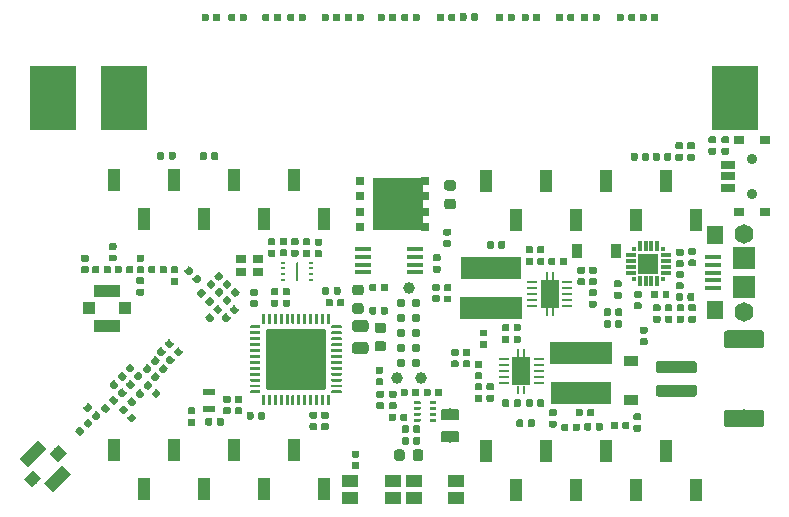
<source format=gbr>
G04 #@! TF.GenerationSoftware,KiCad,Pcbnew,5.1.3-ffb9f22~84~ubuntu19.04.1*
G04 #@! TF.CreationDate,2019-08-02T10:13:28-05:00*
G04 #@! TF.ProjectId,LeashPCB,4c656173-6850-4434-922e-6b696361645f,rev?*
G04 #@! TF.SameCoordinates,Original*
G04 #@! TF.FileFunction,Soldermask,Top*
G04 #@! TF.FilePolarity,Negative*
%FSLAX46Y46*%
G04 Gerber Fmt 4.6, Leading zero omitted, Abs format (unit mm)*
G04 Created by KiCad (PCBNEW 5.1.3-ffb9f22~84~ubuntu19.04.1) date 2019-08-02 10:13:28*
%MOMM*%
%LPD*%
G04 APERTURE LIST*
%ADD10C,0.100000*%
%ADD11C,0.590000*%
%ADD12R,1.000000X1.900000*%
%ADD13R,0.900000X0.750000*%
%ADD14R,1.300000X0.700000*%
%ADD15C,0.900000*%
%ADD16C,0.975000*%
%ADD17R,4.000000X5.500000*%
%ADD18R,0.850000X0.280000*%
%ADD19R,1.650000X2.400000*%
%ADD20R,0.280000X0.700000*%
%ADD21C,1.500000*%
%ADD22C,1.000000*%
%ADD23R,4.290000X4.500000*%
%ADD24R,0.800000X0.700000*%
%ADD25R,1.450000X0.450000*%
%ADD26R,1.800000X1.800000*%
%ADD27R,0.900000X0.300000*%
%ADD28R,0.300000X0.900000*%
%ADD29R,0.300000X0.300000*%
%ADD30R,1.400000X1.600000*%
%ADD31R,1.350000X0.400000*%
%ADD32R,1.900000X1.900000*%
%ADD33O,1.600000X1.651000*%
%ADD34C,0.875000*%
%ADD35R,5.300000X1.900000*%
%ADD36R,5.200000X1.900000*%
%ADD37C,0.250000*%
%ADD38C,0.200000*%
%ADD39R,0.300000X0.250000*%
%ADD40R,2.200000X1.050000*%
%ADD41R,1.050000X1.000000*%
%ADD42C,1.050000*%
%ADD43R,1.400000X1.050000*%
%ADD44C,5.150000*%
%ADD45C,0.787400*%
%ADD46C,0.990600*%
%ADD47R,1.200000X0.900000*%
%ADD48R,0.900000X1.200000*%
%ADD49R,0.900000X0.800000*%
%ADD50R,1.100000X0.600000*%
G04 APERTURE END LIST*
D10*
G36*
X149636958Y-72170710D02*
G01*
X149651276Y-72172834D01*
X149665317Y-72176351D01*
X149678946Y-72181228D01*
X149692031Y-72187417D01*
X149704447Y-72194858D01*
X149716073Y-72203481D01*
X149726798Y-72213202D01*
X149736519Y-72223927D01*
X149745142Y-72235553D01*
X149752583Y-72247969D01*
X149758772Y-72261054D01*
X149763649Y-72274683D01*
X149767166Y-72288724D01*
X149769290Y-72303042D01*
X149770000Y-72317500D01*
X149770000Y-72612500D01*
X149769290Y-72626958D01*
X149767166Y-72641276D01*
X149763649Y-72655317D01*
X149758772Y-72668946D01*
X149752583Y-72682031D01*
X149745142Y-72694447D01*
X149736519Y-72706073D01*
X149726798Y-72716798D01*
X149716073Y-72726519D01*
X149704447Y-72735142D01*
X149692031Y-72742583D01*
X149678946Y-72748772D01*
X149665317Y-72753649D01*
X149651276Y-72757166D01*
X149636958Y-72759290D01*
X149622500Y-72760000D01*
X149277500Y-72760000D01*
X149263042Y-72759290D01*
X149248724Y-72757166D01*
X149234683Y-72753649D01*
X149221054Y-72748772D01*
X149207969Y-72742583D01*
X149195553Y-72735142D01*
X149183927Y-72726519D01*
X149173202Y-72716798D01*
X149163481Y-72706073D01*
X149154858Y-72694447D01*
X149147417Y-72682031D01*
X149141228Y-72668946D01*
X149136351Y-72655317D01*
X149132834Y-72641276D01*
X149130710Y-72626958D01*
X149130000Y-72612500D01*
X149130000Y-72317500D01*
X149130710Y-72303042D01*
X149132834Y-72288724D01*
X149136351Y-72274683D01*
X149141228Y-72261054D01*
X149147417Y-72247969D01*
X149154858Y-72235553D01*
X149163481Y-72223927D01*
X149173202Y-72213202D01*
X149183927Y-72203481D01*
X149195553Y-72194858D01*
X149207969Y-72187417D01*
X149221054Y-72181228D01*
X149234683Y-72176351D01*
X149248724Y-72172834D01*
X149263042Y-72170710D01*
X149277500Y-72170000D01*
X149622500Y-72170000D01*
X149636958Y-72170710D01*
X149636958Y-72170710D01*
G37*
D11*
X149450000Y-72465000D03*
D10*
G36*
X149636958Y-73140710D02*
G01*
X149651276Y-73142834D01*
X149665317Y-73146351D01*
X149678946Y-73151228D01*
X149692031Y-73157417D01*
X149704447Y-73164858D01*
X149716073Y-73173481D01*
X149726798Y-73183202D01*
X149736519Y-73193927D01*
X149745142Y-73205553D01*
X149752583Y-73217969D01*
X149758772Y-73231054D01*
X149763649Y-73244683D01*
X149767166Y-73258724D01*
X149769290Y-73273042D01*
X149770000Y-73287500D01*
X149770000Y-73582500D01*
X149769290Y-73596958D01*
X149767166Y-73611276D01*
X149763649Y-73625317D01*
X149758772Y-73638946D01*
X149752583Y-73652031D01*
X149745142Y-73664447D01*
X149736519Y-73676073D01*
X149726798Y-73686798D01*
X149716073Y-73696519D01*
X149704447Y-73705142D01*
X149692031Y-73712583D01*
X149678946Y-73718772D01*
X149665317Y-73723649D01*
X149651276Y-73727166D01*
X149636958Y-73729290D01*
X149622500Y-73730000D01*
X149277500Y-73730000D01*
X149263042Y-73729290D01*
X149248724Y-73727166D01*
X149234683Y-73723649D01*
X149221054Y-73718772D01*
X149207969Y-73712583D01*
X149195553Y-73705142D01*
X149183927Y-73696519D01*
X149173202Y-73686798D01*
X149163481Y-73676073D01*
X149154858Y-73664447D01*
X149147417Y-73652031D01*
X149141228Y-73638946D01*
X149136351Y-73625317D01*
X149132834Y-73611276D01*
X149130710Y-73596958D01*
X149130000Y-73582500D01*
X149130000Y-73287500D01*
X149130710Y-73273042D01*
X149132834Y-73258724D01*
X149136351Y-73244683D01*
X149141228Y-73231054D01*
X149147417Y-73217969D01*
X149154858Y-73205553D01*
X149163481Y-73193927D01*
X149173202Y-73183202D01*
X149183927Y-73173481D01*
X149195553Y-73164858D01*
X149207969Y-73157417D01*
X149221054Y-73151228D01*
X149234683Y-73146351D01*
X149248724Y-73142834D01*
X149263042Y-73140710D01*
X149277500Y-73140000D01*
X149622500Y-73140000D01*
X149636958Y-73140710D01*
X149636958Y-73140710D01*
G37*
D11*
X149450000Y-73435000D03*
D10*
G36*
X143476958Y-73030710D02*
G01*
X143491276Y-73032834D01*
X143505317Y-73036351D01*
X143518946Y-73041228D01*
X143532031Y-73047417D01*
X143544447Y-73054858D01*
X143556073Y-73063481D01*
X143566798Y-73073202D01*
X143576519Y-73083927D01*
X143585142Y-73095553D01*
X143592583Y-73107969D01*
X143598772Y-73121054D01*
X143603649Y-73134683D01*
X143607166Y-73148724D01*
X143609290Y-73163042D01*
X143610000Y-73177500D01*
X143610000Y-73522500D01*
X143609290Y-73536958D01*
X143607166Y-73551276D01*
X143603649Y-73565317D01*
X143598772Y-73578946D01*
X143592583Y-73592031D01*
X143585142Y-73604447D01*
X143576519Y-73616073D01*
X143566798Y-73626798D01*
X143556073Y-73636519D01*
X143544447Y-73645142D01*
X143532031Y-73652583D01*
X143518946Y-73658772D01*
X143505317Y-73663649D01*
X143491276Y-73667166D01*
X143476958Y-73669290D01*
X143462500Y-73670000D01*
X143167500Y-73670000D01*
X143153042Y-73669290D01*
X143138724Y-73667166D01*
X143124683Y-73663649D01*
X143111054Y-73658772D01*
X143097969Y-73652583D01*
X143085553Y-73645142D01*
X143073927Y-73636519D01*
X143063202Y-73626798D01*
X143053481Y-73616073D01*
X143044858Y-73604447D01*
X143037417Y-73592031D01*
X143031228Y-73578946D01*
X143026351Y-73565317D01*
X143022834Y-73551276D01*
X143020710Y-73536958D01*
X143020000Y-73522500D01*
X143020000Y-73177500D01*
X143020710Y-73163042D01*
X143022834Y-73148724D01*
X143026351Y-73134683D01*
X143031228Y-73121054D01*
X143037417Y-73107969D01*
X143044858Y-73095553D01*
X143053481Y-73083927D01*
X143063202Y-73073202D01*
X143073927Y-73063481D01*
X143085553Y-73054858D01*
X143097969Y-73047417D01*
X143111054Y-73041228D01*
X143124683Y-73036351D01*
X143138724Y-73032834D01*
X143153042Y-73030710D01*
X143167500Y-73030000D01*
X143462500Y-73030000D01*
X143476958Y-73030710D01*
X143476958Y-73030710D01*
G37*
D11*
X143315000Y-73350000D03*
D10*
G36*
X144446958Y-73030710D02*
G01*
X144461276Y-73032834D01*
X144475317Y-73036351D01*
X144488946Y-73041228D01*
X144502031Y-73047417D01*
X144514447Y-73054858D01*
X144526073Y-73063481D01*
X144536798Y-73073202D01*
X144546519Y-73083927D01*
X144555142Y-73095553D01*
X144562583Y-73107969D01*
X144568772Y-73121054D01*
X144573649Y-73134683D01*
X144577166Y-73148724D01*
X144579290Y-73163042D01*
X144580000Y-73177500D01*
X144580000Y-73522500D01*
X144579290Y-73536958D01*
X144577166Y-73551276D01*
X144573649Y-73565317D01*
X144568772Y-73578946D01*
X144562583Y-73592031D01*
X144555142Y-73604447D01*
X144546519Y-73616073D01*
X144536798Y-73626798D01*
X144526073Y-73636519D01*
X144514447Y-73645142D01*
X144502031Y-73652583D01*
X144488946Y-73658772D01*
X144475317Y-73663649D01*
X144461276Y-73667166D01*
X144446958Y-73669290D01*
X144432500Y-73670000D01*
X144137500Y-73670000D01*
X144123042Y-73669290D01*
X144108724Y-73667166D01*
X144094683Y-73663649D01*
X144081054Y-73658772D01*
X144067969Y-73652583D01*
X144055553Y-73645142D01*
X144043927Y-73636519D01*
X144033202Y-73626798D01*
X144023481Y-73616073D01*
X144014858Y-73604447D01*
X144007417Y-73592031D01*
X144001228Y-73578946D01*
X143996351Y-73565317D01*
X143992834Y-73551276D01*
X143990710Y-73536958D01*
X143990000Y-73522500D01*
X143990000Y-73177500D01*
X143990710Y-73163042D01*
X143992834Y-73148724D01*
X143996351Y-73134683D01*
X144001228Y-73121054D01*
X144007417Y-73107969D01*
X144014858Y-73095553D01*
X144023481Y-73083927D01*
X144033202Y-73073202D01*
X144043927Y-73063481D01*
X144055553Y-73054858D01*
X144067969Y-73047417D01*
X144081054Y-73041228D01*
X144094683Y-73036351D01*
X144108724Y-73032834D01*
X144123042Y-73030710D01*
X144137500Y-73030000D01*
X144432500Y-73030000D01*
X144446958Y-73030710D01*
X144446958Y-73030710D01*
G37*
D11*
X144285000Y-73350000D03*
D10*
G36*
X153186958Y-49220710D02*
G01*
X153201276Y-49222834D01*
X153215317Y-49226351D01*
X153228946Y-49231228D01*
X153242031Y-49237417D01*
X153254447Y-49244858D01*
X153266073Y-49253481D01*
X153276798Y-49263202D01*
X153286519Y-49273927D01*
X153295142Y-49285553D01*
X153302583Y-49297969D01*
X153308772Y-49311054D01*
X153313649Y-49324683D01*
X153317166Y-49338724D01*
X153319290Y-49353042D01*
X153320000Y-49367500D01*
X153320000Y-49662500D01*
X153319290Y-49676958D01*
X153317166Y-49691276D01*
X153313649Y-49705317D01*
X153308772Y-49718946D01*
X153302583Y-49732031D01*
X153295142Y-49744447D01*
X153286519Y-49756073D01*
X153276798Y-49766798D01*
X153266073Y-49776519D01*
X153254447Y-49785142D01*
X153242031Y-49792583D01*
X153228946Y-49798772D01*
X153215317Y-49803649D01*
X153201276Y-49807166D01*
X153186958Y-49809290D01*
X153172500Y-49810000D01*
X152827500Y-49810000D01*
X152813042Y-49809290D01*
X152798724Y-49807166D01*
X152784683Y-49803649D01*
X152771054Y-49798772D01*
X152757969Y-49792583D01*
X152745553Y-49785142D01*
X152733927Y-49776519D01*
X152723202Y-49766798D01*
X152713481Y-49756073D01*
X152704858Y-49744447D01*
X152697417Y-49732031D01*
X152691228Y-49718946D01*
X152686351Y-49705317D01*
X152682834Y-49691276D01*
X152680710Y-49676958D01*
X152680000Y-49662500D01*
X152680000Y-49367500D01*
X152680710Y-49353042D01*
X152682834Y-49338724D01*
X152686351Y-49324683D01*
X152691228Y-49311054D01*
X152697417Y-49297969D01*
X152704858Y-49285553D01*
X152713481Y-49273927D01*
X152723202Y-49263202D01*
X152733927Y-49253481D01*
X152745553Y-49244858D01*
X152757969Y-49237417D01*
X152771054Y-49231228D01*
X152784683Y-49226351D01*
X152798724Y-49222834D01*
X152813042Y-49220710D01*
X152827500Y-49220000D01*
X153172500Y-49220000D01*
X153186958Y-49220710D01*
X153186958Y-49220710D01*
G37*
D11*
X153000000Y-49515000D03*
D10*
G36*
X153186958Y-50190710D02*
G01*
X153201276Y-50192834D01*
X153215317Y-50196351D01*
X153228946Y-50201228D01*
X153242031Y-50207417D01*
X153254447Y-50214858D01*
X153266073Y-50223481D01*
X153276798Y-50233202D01*
X153286519Y-50243927D01*
X153295142Y-50255553D01*
X153302583Y-50267969D01*
X153308772Y-50281054D01*
X153313649Y-50294683D01*
X153317166Y-50308724D01*
X153319290Y-50323042D01*
X153320000Y-50337500D01*
X153320000Y-50632500D01*
X153319290Y-50646958D01*
X153317166Y-50661276D01*
X153313649Y-50675317D01*
X153308772Y-50688946D01*
X153302583Y-50702031D01*
X153295142Y-50714447D01*
X153286519Y-50726073D01*
X153276798Y-50736798D01*
X153266073Y-50746519D01*
X153254447Y-50755142D01*
X153242031Y-50762583D01*
X153228946Y-50768772D01*
X153215317Y-50773649D01*
X153201276Y-50777166D01*
X153186958Y-50779290D01*
X153172500Y-50780000D01*
X152827500Y-50780000D01*
X152813042Y-50779290D01*
X152798724Y-50777166D01*
X152784683Y-50773649D01*
X152771054Y-50768772D01*
X152757969Y-50762583D01*
X152745553Y-50755142D01*
X152733927Y-50746519D01*
X152723202Y-50736798D01*
X152713481Y-50726073D01*
X152704858Y-50714447D01*
X152697417Y-50702031D01*
X152691228Y-50688946D01*
X152686351Y-50675317D01*
X152682834Y-50661276D01*
X152680710Y-50646958D01*
X152680000Y-50632500D01*
X152680000Y-50337500D01*
X152680710Y-50323042D01*
X152682834Y-50308724D01*
X152686351Y-50294683D01*
X152691228Y-50281054D01*
X152697417Y-50267969D01*
X152704858Y-50255553D01*
X152713481Y-50243927D01*
X152723202Y-50233202D01*
X152733927Y-50223481D01*
X152745553Y-50214858D01*
X152757969Y-50207417D01*
X152771054Y-50201228D01*
X152784683Y-50196351D01*
X152798724Y-50192834D01*
X152813042Y-50190710D01*
X152827500Y-50190000D01*
X153172500Y-50190000D01*
X153186958Y-50190710D01*
X153186958Y-50190710D01*
G37*
D11*
X153000000Y-50485000D03*
D10*
G36*
X154186958Y-49220710D02*
G01*
X154201276Y-49222834D01*
X154215317Y-49226351D01*
X154228946Y-49231228D01*
X154242031Y-49237417D01*
X154254447Y-49244858D01*
X154266073Y-49253481D01*
X154276798Y-49263202D01*
X154286519Y-49273927D01*
X154295142Y-49285553D01*
X154302583Y-49297969D01*
X154308772Y-49311054D01*
X154313649Y-49324683D01*
X154317166Y-49338724D01*
X154319290Y-49353042D01*
X154320000Y-49367500D01*
X154320000Y-49662500D01*
X154319290Y-49676958D01*
X154317166Y-49691276D01*
X154313649Y-49705317D01*
X154308772Y-49718946D01*
X154302583Y-49732031D01*
X154295142Y-49744447D01*
X154286519Y-49756073D01*
X154276798Y-49766798D01*
X154266073Y-49776519D01*
X154254447Y-49785142D01*
X154242031Y-49792583D01*
X154228946Y-49798772D01*
X154215317Y-49803649D01*
X154201276Y-49807166D01*
X154186958Y-49809290D01*
X154172500Y-49810000D01*
X153827500Y-49810000D01*
X153813042Y-49809290D01*
X153798724Y-49807166D01*
X153784683Y-49803649D01*
X153771054Y-49798772D01*
X153757969Y-49792583D01*
X153745553Y-49785142D01*
X153733927Y-49776519D01*
X153723202Y-49766798D01*
X153713481Y-49756073D01*
X153704858Y-49744447D01*
X153697417Y-49732031D01*
X153691228Y-49718946D01*
X153686351Y-49705317D01*
X153682834Y-49691276D01*
X153680710Y-49676958D01*
X153680000Y-49662500D01*
X153680000Y-49367500D01*
X153680710Y-49353042D01*
X153682834Y-49338724D01*
X153686351Y-49324683D01*
X153691228Y-49311054D01*
X153697417Y-49297969D01*
X153704858Y-49285553D01*
X153713481Y-49273927D01*
X153723202Y-49263202D01*
X153733927Y-49253481D01*
X153745553Y-49244858D01*
X153757969Y-49237417D01*
X153771054Y-49231228D01*
X153784683Y-49226351D01*
X153798724Y-49222834D01*
X153813042Y-49220710D01*
X153827500Y-49220000D01*
X154172500Y-49220000D01*
X154186958Y-49220710D01*
X154186958Y-49220710D01*
G37*
D11*
X154000000Y-49515000D03*
D10*
G36*
X154186958Y-50190710D02*
G01*
X154201276Y-50192834D01*
X154215317Y-50196351D01*
X154228946Y-50201228D01*
X154242031Y-50207417D01*
X154254447Y-50214858D01*
X154266073Y-50223481D01*
X154276798Y-50233202D01*
X154286519Y-50243927D01*
X154295142Y-50255553D01*
X154302583Y-50267969D01*
X154308772Y-50281054D01*
X154313649Y-50294683D01*
X154317166Y-50308724D01*
X154319290Y-50323042D01*
X154320000Y-50337500D01*
X154320000Y-50632500D01*
X154319290Y-50646958D01*
X154317166Y-50661276D01*
X154313649Y-50675317D01*
X154308772Y-50688946D01*
X154302583Y-50702031D01*
X154295142Y-50714447D01*
X154286519Y-50726073D01*
X154276798Y-50736798D01*
X154266073Y-50746519D01*
X154254447Y-50755142D01*
X154242031Y-50762583D01*
X154228946Y-50768772D01*
X154215317Y-50773649D01*
X154201276Y-50777166D01*
X154186958Y-50779290D01*
X154172500Y-50780000D01*
X153827500Y-50780000D01*
X153813042Y-50779290D01*
X153798724Y-50777166D01*
X153784683Y-50773649D01*
X153771054Y-50768772D01*
X153757969Y-50762583D01*
X153745553Y-50755142D01*
X153733927Y-50746519D01*
X153723202Y-50736798D01*
X153713481Y-50726073D01*
X153704858Y-50714447D01*
X153697417Y-50702031D01*
X153691228Y-50688946D01*
X153686351Y-50675317D01*
X153682834Y-50661276D01*
X153680710Y-50646958D01*
X153680000Y-50632500D01*
X153680000Y-50337500D01*
X153680710Y-50323042D01*
X153682834Y-50308724D01*
X153686351Y-50294683D01*
X153691228Y-50281054D01*
X153697417Y-50267969D01*
X153704858Y-50255553D01*
X153713481Y-50243927D01*
X153723202Y-50233202D01*
X153733927Y-50223481D01*
X153745553Y-50214858D01*
X153757969Y-50207417D01*
X153771054Y-50201228D01*
X153784683Y-50196351D01*
X153798724Y-50192834D01*
X153813042Y-50190710D01*
X153827500Y-50190000D01*
X154172500Y-50190000D01*
X154186958Y-50190710D01*
X154186958Y-50190710D01*
G37*
D11*
X154000000Y-50485000D03*
D10*
G36*
X139446958Y-64580710D02*
G01*
X139461276Y-64582834D01*
X139475317Y-64586351D01*
X139488946Y-64591228D01*
X139502031Y-64597417D01*
X139514447Y-64604858D01*
X139526073Y-64613481D01*
X139536798Y-64623202D01*
X139546519Y-64633927D01*
X139555142Y-64645553D01*
X139562583Y-64657969D01*
X139568772Y-64671054D01*
X139573649Y-64684683D01*
X139577166Y-64698724D01*
X139579290Y-64713042D01*
X139580000Y-64727500D01*
X139580000Y-65072500D01*
X139579290Y-65086958D01*
X139577166Y-65101276D01*
X139573649Y-65115317D01*
X139568772Y-65128946D01*
X139562583Y-65142031D01*
X139555142Y-65154447D01*
X139546519Y-65166073D01*
X139536798Y-65176798D01*
X139526073Y-65186519D01*
X139514447Y-65195142D01*
X139502031Y-65202583D01*
X139488946Y-65208772D01*
X139475317Y-65213649D01*
X139461276Y-65217166D01*
X139446958Y-65219290D01*
X139432500Y-65220000D01*
X139137500Y-65220000D01*
X139123042Y-65219290D01*
X139108724Y-65217166D01*
X139094683Y-65213649D01*
X139081054Y-65208772D01*
X139067969Y-65202583D01*
X139055553Y-65195142D01*
X139043927Y-65186519D01*
X139033202Y-65176798D01*
X139023481Y-65166073D01*
X139014858Y-65154447D01*
X139007417Y-65142031D01*
X139001228Y-65128946D01*
X138996351Y-65115317D01*
X138992834Y-65101276D01*
X138990710Y-65086958D01*
X138990000Y-65072500D01*
X138990000Y-64727500D01*
X138990710Y-64713042D01*
X138992834Y-64698724D01*
X138996351Y-64684683D01*
X139001228Y-64671054D01*
X139007417Y-64657969D01*
X139014858Y-64645553D01*
X139023481Y-64633927D01*
X139033202Y-64623202D01*
X139043927Y-64613481D01*
X139055553Y-64604858D01*
X139067969Y-64597417D01*
X139081054Y-64591228D01*
X139094683Y-64586351D01*
X139108724Y-64582834D01*
X139123042Y-64580710D01*
X139137500Y-64580000D01*
X139432500Y-64580000D01*
X139446958Y-64580710D01*
X139446958Y-64580710D01*
G37*
D11*
X139285000Y-64900000D03*
D10*
G36*
X138476958Y-64580710D02*
G01*
X138491276Y-64582834D01*
X138505317Y-64586351D01*
X138518946Y-64591228D01*
X138532031Y-64597417D01*
X138544447Y-64604858D01*
X138556073Y-64613481D01*
X138566798Y-64623202D01*
X138576519Y-64633927D01*
X138585142Y-64645553D01*
X138592583Y-64657969D01*
X138598772Y-64671054D01*
X138603649Y-64684683D01*
X138607166Y-64698724D01*
X138609290Y-64713042D01*
X138610000Y-64727500D01*
X138610000Y-65072500D01*
X138609290Y-65086958D01*
X138607166Y-65101276D01*
X138603649Y-65115317D01*
X138598772Y-65128946D01*
X138592583Y-65142031D01*
X138585142Y-65154447D01*
X138576519Y-65166073D01*
X138566798Y-65176798D01*
X138556073Y-65186519D01*
X138544447Y-65195142D01*
X138532031Y-65202583D01*
X138518946Y-65208772D01*
X138505317Y-65213649D01*
X138491276Y-65217166D01*
X138476958Y-65219290D01*
X138462500Y-65220000D01*
X138167500Y-65220000D01*
X138153042Y-65219290D01*
X138138724Y-65217166D01*
X138124683Y-65213649D01*
X138111054Y-65208772D01*
X138097969Y-65202583D01*
X138085553Y-65195142D01*
X138073927Y-65186519D01*
X138063202Y-65176798D01*
X138053481Y-65166073D01*
X138044858Y-65154447D01*
X138037417Y-65142031D01*
X138031228Y-65128946D01*
X138026351Y-65115317D01*
X138022834Y-65101276D01*
X138020710Y-65086958D01*
X138020000Y-65072500D01*
X138020000Y-64727500D01*
X138020710Y-64713042D01*
X138022834Y-64698724D01*
X138026351Y-64684683D01*
X138031228Y-64671054D01*
X138037417Y-64657969D01*
X138044858Y-64645553D01*
X138053481Y-64633927D01*
X138063202Y-64623202D01*
X138073927Y-64613481D01*
X138085553Y-64604858D01*
X138097969Y-64597417D01*
X138111054Y-64591228D01*
X138124683Y-64586351D01*
X138138724Y-64582834D01*
X138153042Y-64580710D01*
X138167500Y-64580000D01*
X138462500Y-64580000D01*
X138476958Y-64580710D01*
X138476958Y-64580710D01*
G37*
D11*
X138315000Y-64900000D03*
D12*
X115270000Y-75279999D03*
X110190000Y-75279999D03*
X120350000Y-75279999D03*
X112730000Y-78579999D03*
X105110000Y-75279999D03*
X107650000Y-78579999D03*
X117810000Y-78579999D03*
X122890000Y-78579999D03*
X107650000Y-55719999D03*
X112730000Y-55719999D03*
X117810000Y-55719999D03*
X122890000Y-55719999D03*
X105110000Y-52419999D03*
X110190000Y-52419999D03*
X115270000Y-52419999D03*
X120350000Y-52419999D03*
D13*
X160300000Y-49050000D03*
X158100000Y-49050000D03*
X160300000Y-55150000D03*
X158100000Y-55150000D03*
D14*
X157150000Y-51100000D03*
X157150000Y-52100000D03*
X157150000Y-53100000D03*
D15*
X159200000Y-50600000D03*
X159200000Y-53600000D03*
D10*
G36*
X157086958Y-48720710D02*
G01*
X157101276Y-48722834D01*
X157115317Y-48726351D01*
X157128946Y-48731228D01*
X157142031Y-48737417D01*
X157154447Y-48744858D01*
X157166073Y-48753481D01*
X157176798Y-48763202D01*
X157186519Y-48773927D01*
X157195142Y-48785553D01*
X157202583Y-48797969D01*
X157208772Y-48811054D01*
X157213649Y-48824683D01*
X157217166Y-48838724D01*
X157219290Y-48853042D01*
X157220000Y-48867500D01*
X157220000Y-49162500D01*
X157219290Y-49176958D01*
X157217166Y-49191276D01*
X157213649Y-49205317D01*
X157208772Y-49218946D01*
X157202583Y-49232031D01*
X157195142Y-49244447D01*
X157186519Y-49256073D01*
X157176798Y-49266798D01*
X157166073Y-49276519D01*
X157154447Y-49285142D01*
X157142031Y-49292583D01*
X157128946Y-49298772D01*
X157115317Y-49303649D01*
X157101276Y-49307166D01*
X157086958Y-49309290D01*
X157072500Y-49310000D01*
X156727500Y-49310000D01*
X156713042Y-49309290D01*
X156698724Y-49307166D01*
X156684683Y-49303649D01*
X156671054Y-49298772D01*
X156657969Y-49292583D01*
X156645553Y-49285142D01*
X156633927Y-49276519D01*
X156623202Y-49266798D01*
X156613481Y-49256073D01*
X156604858Y-49244447D01*
X156597417Y-49232031D01*
X156591228Y-49218946D01*
X156586351Y-49205317D01*
X156582834Y-49191276D01*
X156580710Y-49176958D01*
X156580000Y-49162500D01*
X156580000Y-48867500D01*
X156580710Y-48853042D01*
X156582834Y-48838724D01*
X156586351Y-48824683D01*
X156591228Y-48811054D01*
X156597417Y-48797969D01*
X156604858Y-48785553D01*
X156613481Y-48773927D01*
X156623202Y-48763202D01*
X156633927Y-48753481D01*
X156645553Y-48744858D01*
X156657969Y-48737417D01*
X156671054Y-48731228D01*
X156684683Y-48726351D01*
X156698724Y-48722834D01*
X156713042Y-48720710D01*
X156727500Y-48720000D01*
X157072500Y-48720000D01*
X157086958Y-48720710D01*
X157086958Y-48720710D01*
G37*
D11*
X156900000Y-49015000D03*
D10*
G36*
X157086958Y-49690710D02*
G01*
X157101276Y-49692834D01*
X157115317Y-49696351D01*
X157128946Y-49701228D01*
X157142031Y-49707417D01*
X157154447Y-49714858D01*
X157166073Y-49723481D01*
X157176798Y-49733202D01*
X157186519Y-49743927D01*
X157195142Y-49755553D01*
X157202583Y-49767969D01*
X157208772Y-49781054D01*
X157213649Y-49794683D01*
X157217166Y-49808724D01*
X157219290Y-49823042D01*
X157220000Y-49837500D01*
X157220000Y-50132500D01*
X157219290Y-50146958D01*
X157217166Y-50161276D01*
X157213649Y-50175317D01*
X157208772Y-50188946D01*
X157202583Y-50202031D01*
X157195142Y-50214447D01*
X157186519Y-50226073D01*
X157176798Y-50236798D01*
X157166073Y-50246519D01*
X157154447Y-50255142D01*
X157142031Y-50262583D01*
X157128946Y-50268772D01*
X157115317Y-50273649D01*
X157101276Y-50277166D01*
X157086958Y-50279290D01*
X157072500Y-50280000D01*
X156727500Y-50280000D01*
X156713042Y-50279290D01*
X156698724Y-50277166D01*
X156684683Y-50273649D01*
X156671054Y-50268772D01*
X156657969Y-50262583D01*
X156645553Y-50255142D01*
X156633927Y-50246519D01*
X156623202Y-50236798D01*
X156613481Y-50226073D01*
X156604858Y-50214447D01*
X156597417Y-50202031D01*
X156591228Y-50188946D01*
X156586351Y-50175317D01*
X156582834Y-50161276D01*
X156580710Y-50146958D01*
X156580000Y-50132500D01*
X156580000Y-49837500D01*
X156580710Y-49823042D01*
X156582834Y-49808724D01*
X156586351Y-49794683D01*
X156591228Y-49781054D01*
X156597417Y-49767969D01*
X156604858Y-49755553D01*
X156613481Y-49743927D01*
X156623202Y-49733202D01*
X156633927Y-49723481D01*
X156645553Y-49714858D01*
X156657969Y-49707417D01*
X156671054Y-49701228D01*
X156684683Y-49696351D01*
X156698724Y-49692834D01*
X156713042Y-49690710D01*
X156727500Y-49690000D01*
X157072500Y-49690000D01*
X157086958Y-49690710D01*
X157086958Y-49690710D01*
G37*
D11*
X156900000Y-49985000D03*
D10*
G36*
X137176958Y-57580710D02*
G01*
X137191276Y-57582834D01*
X137205317Y-57586351D01*
X137218946Y-57591228D01*
X137232031Y-57597417D01*
X137244447Y-57604858D01*
X137256073Y-57613481D01*
X137266798Y-57623202D01*
X137276519Y-57633927D01*
X137285142Y-57645553D01*
X137292583Y-57657969D01*
X137298772Y-57671054D01*
X137303649Y-57684683D01*
X137307166Y-57698724D01*
X137309290Y-57713042D01*
X137310000Y-57727500D01*
X137310000Y-58072500D01*
X137309290Y-58086958D01*
X137307166Y-58101276D01*
X137303649Y-58115317D01*
X137298772Y-58128946D01*
X137292583Y-58142031D01*
X137285142Y-58154447D01*
X137276519Y-58166073D01*
X137266798Y-58176798D01*
X137256073Y-58186519D01*
X137244447Y-58195142D01*
X137232031Y-58202583D01*
X137218946Y-58208772D01*
X137205317Y-58213649D01*
X137191276Y-58217166D01*
X137176958Y-58219290D01*
X137162500Y-58220000D01*
X136867500Y-58220000D01*
X136853042Y-58219290D01*
X136838724Y-58217166D01*
X136824683Y-58213649D01*
X136811054Y-58208772D01*
X136797969Y-58202583D01*
X136785553Y-58195142D01*
X136773927Y-58186519D01*
X136763202Y-58176798D01*
X136753481Y-58166073D01*
X136744858Y-58154447D01*
X136737417Y-58142031D01*
X136731228Y-58128946D01*
X136726351Y-58115317D01*
X136722834Y-58101276D01*
X136720710Y-58086958D01*
X136720000Y-58072500D01*
X136720000Y-57727500D01*
X136720710Y-57713042D01*
X136722834Y-57698724D01*
X136726351Y-57684683D01*
X136731228Y-57671054D01*
X136737417Y-57657969D01*
X136744858Y-57645553D01*
X136753481Y-57633927D01*
X136763202Y-57623202D01*
X136773927Y-57613481D01*
X136785553Y-57604858D01*
X136797969Y-57597417D01*
X136811054Y-57591228D01*
X136824683Y-57586351D01*
X136838724Y-57582834D01*
X136853042Y-57580710D01*
X136867500Y-57580000D01*
X137162500Y-57580000D01*
X137176958Y-57580710D01*
X137176958Y-57580710D01*
G37*
D11*
X137015000Y-57900000D03*
D10*
G36*
X138146958Y-57580710D02*
G01*
X138161276Y-57582834D01*
X138175317Y-57586351D01*
X138188946Y-57591228D01*
X138202031Y-57597417D01*
X138214447Y-57604858D01*
X138226073Y-57613481D01*
X138236798Y-57623202D01*
X138246519Y-57633927D01*
X138255142Y-57645553D01*
X138262583Y-57657969D01*
X138268772Y-57671054D01*
X138273649Y-57684683D01*
X138277166Y-57698724D01*
X138279290Y-57713042D01*
X138280000Y-57727500D01*
X138280000Y-58072500D01*
X138279290Y-58086958D01*
X138277166Y-58101276D01*
X138273649Y-58115317D01*
X138268772Y-58128946D01*
X138262583Y-58142031D01*
X138255142Y-58154447D01*
X138246519Y-58166073D01*
X138236798Y-58176798D01*
X138226073Y-58186519D01*
X138214447Y-58195142D01*
X138202031Y-58202583D01*
X138188946Y-58208772D01*
X138175317Y-58213649D01*
X138161276Y-58217166D01*
X138146958Y-58219290D01*
X138132500Y-58220000D01*
X137837500Y-58220000D01*
X137823042Y-58219290D01*
X137808724Y-58217166D01*
X137794683Y-58213649D01*
X137781054Y-58208772D01*
X137767969Y-58202583D01*
X137755553Y-58195142D01*
X137743927Y-58186519D01*
X137733202Y-58176798D01*
X137723481Y-58166073D01*
X137714858Y-58154447D01*
X137707417Y-58142031D01*
X137701228Y-58128946D01*
X137696351Y-58115317D01*
X137692834Y-58101276D01*
X137690710Y-58086958D01*
X137690000Y-58072500D01*
X137690000Y-57727500D01*
X137690710Y-57713042D01*
X137692834Y-57698724D01*
X137696351Y-57684683D01*
X137701228Y-57671054D01*
X137707417Y-57657969D01*
X137714858Y-57645553D01*
X137723481Y-57633927D01*
X137733202Y-57623202D01*
X137743927Y-57613481D01*
X137755553Y-57604858D01*
X137767969Y-57597417D01*
X137781054Y-57591228D01*
X137794683Y-57586351D01*
X137808724Y-57582834D01*
X137823042Y-57580710D01*
X137837500Y-57580000D01*
X138132500Y-57580000D01*
X138146958Y-57580710D01*
X138146958Y-57580710D01*
G37*
D11*
X137985000Y-57900000D03*
D10*
G36*
X144691958Y-71780710D02*
G01*
X144706276Y-71782834D01*
X144720317Y-71786351D01*
X144733946Y-71791228D01*
X144747031Y-71797417D01*
X144759447Y-71804858D01*
X144771073Y-71813481D01*
X144781798Y-71823202D01*
X144791519Y-71833927D01*
X144800142Y-71845553D01*
X144807583Y-71857969D01*
X144813772Y-71871054D01*
X144818649Y-71884683D01*
X144822166Y-71898724D01*
X144824290Y-71913042D01*
X144825000Y-71927500D01*
X144825000Y-72272500D01*
X144824290Y-72286958D01*
X144822166Y-72301276D01*
X144818649Y-72315317D01*
X144813772Y-72328946D01*
X144807583Y-72342031D01*
X144800142Y-72354447D01*
X144791519Y-72366073D01*
X144781798Y-72376798D01*
X144771073Y-72386519D01*
X144759447Y-72395142D01*
X144747031Y-72402583D01*
X144733946Y-72408772D01*
X144720317Y-72413649D01*
X144706276Y-72417166D01*
X144691958Y-72419290D01*
X144677500Y-72420000D01*
X144382500Y-72420000D01*
X144368042Y-72419290D01*
X144353724Y-72417166D01*
X144339683Y-72413649D01*
X144326054Y-72408772D01*
X144312969Y-72402583D01*
X144300553Y-72395142D01*
X144288927Y-72386519D01*
X144278202Y-72376798D01*
X144268481Y-72366073D01*
X144259858Y-72354447D01*
X144252417Y-72342031D01*
X144246228Y-72328946D01*
X144241351Y-72315317D01*
X144237834Y-72301276D01*
X144235710Y-72286958D01*
X144235000Y-72272500D01*
X144235000Y-71927500D01*
X144235710Y-71913042D01*
X144237834Y-71898724D01*
X144241351Y-71884683D01*
X144246228Y-71871054D01*
X144252417Y-71857969D01*
X144259858Y-71845553D01*
X144268481Y-71833927D01*
X144278202Y-71823202D01*
X144288927Y-71813481D01*
X144300553Y-71804858D01*
X144312969Y-71797417D01*
X144326054Y-71791228D01*
X144339683Y-71786351D01*
X144353724Y-71782834D01*
X144368042Y-71780710D01*
X144382500Y-71780000D01*
X144677500Y-71780000D01*
X144691958Y-71780710D01*
X144691958Y-71780710D01*
G37*
D11*
X144530000Y-72100000D03*
D10*
G36*
X145661958Y-71780710D02*
G01*
X145676276Y-71782834D01*
X145690317Y-71786351D01*
X145703946Y-71791228D01*
X145717031Y-71797417D01*
X145729447Y-71804858D01*
X145741073Y-71813481D01*
X145751798Y-71823202D01*
X145761519Y-71833927D01*
X145770142Y-71845553D01*
X145777583Y-71857969D01*
X145783772Y-71871054D01*
X145788649Y-71884683D01*
X145792166Y-71898724D01*
X145794290Y-71913042D01*
X145795000Y-71927500D01*
X145795000Y-72272500D01*
X145794290Y-72286958D01*
X145792166Y-72301276D01*
X145788649Y-72315317D01*
X145783772Y-72328946D01*
X145777583Y-72342031D01*
X145770142Y-72354447D01*
X145761519Y-72366073D01*
X145751798Y-72376798D01*
X145741073Y-72386519D01*
X145729447Y-72395142D01*
X145717031Y-72402583D01*
X145703946Y-72408772D01*
X145690317Y-72413649D01*
X145676276Y-72417166D01*
X145661958Y-72419290D01*
X145647500Y-72420000D01*
X145352500Y-72420000D01*
X145338042Y-72419290D01*
X145323724Y-72417166D01*
X145309683Y-72413649D01*
X145296054Y-72408772D01*
X145282969Y-72402583D01*
X145270553Y-72395142D01*
X145258927Y-72386519D01*
X145248202Y-72376798D01*
X145238481Y-72366073D01*
X145229858Y-72354447D01*
X145222417Y-72342031D01*
X145216228Y-72328946D01*
X145211351Y-72315317D01*
X145207834Y-72301276D01*
X145205710Y-72286958D01*
X145205000Y-72272500D01*
X145205000Y-71927500D01*
X145205710Y-71913042D01*
X145207834Y-71898724D01*
X145211351Y-71884683D01*
X145216228Y-71871054D01*
X145222417Y-71857969D01*
X145229858Y-71845553D01*
X145238481Y-71833927D01*
X145248202Y-71823202D01*
X145258927Y-71813481D01*
X145270553Y-71804858D01*
X145282969Y-71797417D01*
X145296054Y-71791228D01*
X145309683Y-71786351D01*
X145323724Y-71782834D01*
X145338042Y-71780710D01*
X145352500Y-71780000D01*
X145647500Y-71780000D01*
X145661958Y-71780710D01*
X145661958Y-71780710D01*
G37*
D11*
X145500000Y-72100000D03*
D10*
G36*
X150186958Y-65790710D02*
G01*
X150201276Y-65792834D01*
X150215317Y-65796351D01*
X150228946Y-65801228D01*
X150242031Y-65807417D01*
X150254447Y-65814858D01*
X150266073Y-65823481D01*
X150276798Y-65833202D01*
X150286519Y-65843927D01*
X150295142Y-65855553D01*
X150302583Y-65867969D01*
X150308772Y-65881054D01*
X150313649Y-65894683D01*
X150317166Y-65908724D01*
X150319290Y-65923042D01*
X150320000Y-65937500D01*
X150320000Y-66232500D01*
X150319290Y-66246958D01*
X150317166Y-66261276D01*
X150313649Y-66275317D01*
X150308772Y-66288946D01*
X150302583Y-66302031D01*
X150295142Y-66314447D01*
X150286519Y-66326073D01*
X150276798Y-66336798D01*
X150266073Y-66346519D01*
X150254447Y-66355142D01*
X150242031Y-66362583D01*
X150228946Y-66368772D01*
X150215317Y-66373649D01*
X150201276Y-66377166D01*
X150186958Y-66379290D01*
X150172500Y-66380000D01*
X149827500Y-66380000D01*
X149813042Y-66379290D01*
X149798724Y-66377166D01*
X149784683Y-66373649D01*
X149771054Y-66368772D01*
X149757969Y-66362583D01*
X149745553Y-66355142D01*
X149733927Y-66346519D01*
X149723202Y-66336798D01*
X149713481Y-66326073D01*
X149704858Y-66314447D01*
X149697417Y-66302031D01*
X149691228Y-66288946D01*
X149686351Y-66275317D01*
X149682834Y-66261276D01*
X149680710Y-66246958D01*
X149680000Y-66232500D01*
X149680000Y-65937500D01*
X149680710Y-65923042D01*
X149682834Y-65908724D01*
X149686351Y-65894683D01*
X149691228Y-65881054D01*
X149697417Y-65867969D01*
X149704858Y-65855553D01*
X149713481Y-65843927D01*
X149723202Y-65833202D01*
X149733927Y-65823481D01*
X149745553Y-65814858D01*
X149757969Y-65807417D01*
X149771054Y-65801228D01*
X149784683Y-65796351D01*
X149798724Y-65792834D01*
X149813042Y-65790710D01*
X149827500Y-65790000D01*
X150172500Y-65790000D01*
X150186958Y-65790710D01*
X150186958Y-65790710D01*
G37*
D11*
X150000000Y-66085000D03*
D10*
G36*
X150186958Y-64820710D02*
G01*
X150201276Y-64822834D01*
X150215317Y-64826351D01*
X150228946Y-64831228D01*
X150242031Y-64837417D01*
X150254447Y-64844858D01*
X150266073Y-64853481D01*
X150276798Y-64863202D01*
X150286519Y-64873927D01*
X150295142Y-64885553D01*
X150302583Y-64897969D01*
X150308772Y-64911054D01*
X150313649Y-64924683D01*
X150317166Y-64938724D01*
X150319290Y-64953042D01*
X150320000Y-64967500D01*
X150320000Y-65262500D01*
X150319290Y-65276958D01*
X150317166Y-65291276D01*
X150313649Y-65305317D01*
X150308772Y-65318946D01*
X150302583Y-65332031D01*
X150295142Y-65344447D01*
X150286519Y-65356073D01*
X150276798Y-65366798D01*
X150266073Y-65376519D01*
X150254447Y-65385142D01*
X150242031Y-65392583D01*
X150228946Y-65398772D01*
X150215317Y-65403649D01*
X150201276Y-65407166D01*
X150186958Y-65409290D01*
X150172500Y-65410000D01*
X149827500Y-65410000D01*
X149813042Y-65409290D01*
X149798724Y-65407166D01*
X149784683Y-65403649D01*
X149771054Y-65398772D01*
X149757969Y-65392583D01*
X149745553Y-65385142D01*
X149733927Y-65376519D01*
X149723202Y-65366798D01*
X149713481Y-65356073D01*
X149704858Y-65344447D01*
X149697417Y-65332031D01*
X149691228Y-65318946D01*
X149686351Y-65305317D01*
X149682834Y-65291276D01*
X149680710Y-65276958D01*
X149680000Y-65262500D01*
X149680000Y-64967500D01*
X149680710Y-64953042D01*
X149682834Y-64938724D01*
X149686351Y-64924683D01*
X149691228Y-64911054D01*
X149697417Y-64897969D01*
X149704858Y-64885553D01*
X149713481Y-64873927D01*
X149723202Y-64863202D01*
X149733927Y-64853481D01*
X149745553Y-64844858D01*
X149757969Y-64837417D01*
X149771054Y-64831228D01*
X149784683Y-64826351D01*
X149798724Y-64822834D01*
X149813042Y-64820710D01*
X149827500Y-64820000D01*
X150172500Y-64820000D01*
X150186958Y-64820710D01*
X150186958Y-64820710D01*
G37*
D11*
X150000000Y-65115000D03*
D10*
G36*
X126480142Y-66151174D02*
G01*
X126503803Y-66154684D01*
X126527007Y-66160496D01*
X126549529Y-66168554D01*
X126571153Y-66178782D01*
X126591670Y-66191079D01*
X126610883Y-66205329D01*
X126628607Y-66221393D01*
X126644671Y-66239117D01*
X126658921Y-66258330D01*
X126671218Y-66278847D01*
X126681446Y-66300471D01*
X126689504Y-66322993D01*
X126695316Y-66346197D01*
X126698826Y-66369858D01*
X126700000Y-66393750D01*
X126700000Y-66881250D01*
X126698826Y-66905142D01*
X126695316Y-66928803D01*
X126689504Y-66952007D01*
X126681446Y-66974529D01*
X126671218Y-66996153D01*
X126658921Y-67016670D01*
X126644671Y-67035883D01*
X126628607Y-67053607D01*
X126610883Y-67069671D01*
X126591670Y-67083921D01*
X126571153Y-67096218D01*
X126549529Y-67106446D01*
X126527007Y-67114504D01*
X126503803Y-67120316D01*
X126480142Y-67123826D01*
X126456250Y-67125000D01*
X125543750Y-67125000D01*
X125519858Y-67123826D01*
X125496197Y-67120316D01*
X125472993Y-67114504D01*
X125450471Y-67106446D01*
X125428847Y-67096218D01*
X125408330Y-67083921D01*
X125389117Y-67069671D01*
X125371393Y-67053607D01*
X125355329Y-67035883D01*
X125341079Y-67016670D01*
X125328782Y-66996153D01*
X125318554Y-66974529D01*
X125310496Y-66952007D01*
X125304684Y-66928803D01*
X125301174Y-66905142D01*
X125300000Y-66881250D01*
X125300000Y-66393750D01*
X125301174Y-66369858D01*
X125304684Y-66346197D01*
X125310496Y-66322993D01*
X125318554Y-66300471D01*
X125328782Y-66278847D01*
X125341079Y-66258330D01*
X125355329Y-66239117D01*
X125371393Y-66221393D01*
X125389117Y-66205329D01*
X125408330Y-66191079D01*
X125428847Y-66178782D01*
X125450471Y-66168554D01*
X125472993Y-66160496D01*
X125496197Y-66154684D01*
X125519858Y-66151174D01*
X125543750Y-66150000D01*
X126456250Y-66150000D01*
X126480142Y-66151174D01*
X126480142Y-66151174D01*
G37*
D16*
X126000000Y-66637500D03*
D10*
G36*
X126480142Y-64276174D02*
G01*
X126503803Y-64279684D01*
X126527007Y-64285496D01*
X126549529Y-64293554D01*
X126571153Y-64303782D01*
X126591670Y-64316079D01*
X126610883Y-64330329D01*
X126628607Y-64346393D01*
X126644671Y-64364117D01*
X126658921Y-64383330D01*
X126671218Y-64403847D01*
X126681446Y-64425471D01*
X126689504Y-64447993D01*
X126695316Y-64471197D01*
X126698826Y-64494858D01*
X126700000Y-64518750D01*
X126700000Y-65006250D01*
X126698826Y-65030142D01*
X126695316Y-65053803D01*
X126689504Y-65077007D01*
X126681446Y-65099529D01*
X126671218Y-65121153D01*
X126658921Y-65141670D01*
X126644671Y-65160883D01*
X126628607Y-65178607D01*
X126610883Y-65194671D01*
X126591670Y-65208921D01*
X126571153Y-65221218D01*
X126549529Y-65231446D01*
X126527007Y-65239504D01*
X126503803Y-65245316D01*
X126480142Y-65248826D01*
X126456250Y-65250000D01*
X125543750Y-65250000D01*
X125519858Y-65248826D01*
X125496197Y-65245316D01*
X125472993Y-65239504D01*
X125450471Y-65231446D01*
X125428847Y-65221218D01*
X125408330Y-65208921D01*
X125389117Y-65194671D01*
X125371393Y-65178607D01*
X125355329Y-65160883D01*
X125341079Y-65141670D01*
X125328782Y-65121153D01*
X125318554Y-65099529D01*
X125310496Y-65077007D01*
X125304684Y-65053803D01*
X125301174Y-65030142D01*
X125300000Y-65006250D01*
X125300000Y-64518750D01*
X125301174Y-64494858D01*
X125304684Y-64471197D01*
X125310496Y-64447993D01*
X125318554Y-64425471D01*
X125328782Y-64403847D01*
X125341079Y-64383330D01*
X125355329Y-64364117D01*
X125371393Y-64346393D01*
X125389117Y-64330329D01*
X125408330Y-64316079D01*
X125428847Y-64303782D01*
X125450471Y-64293554D01*
X125472993Y-64285496D01*
X125496197Y-64279684D01*
X125519858Y-64276174D01*
X125543750Y-64275000D01*
X126456250Y-64275000D01*
X126480142Y-64276174D01*
X126480142Y-64276174D01*
G37*
D16*
X126000000Y-64762500D03*
D12*
X144224856Y-55794182D03*
X149304856Y-55794182D03*
X139144856Y-55794182D03*
X146764856Y-52494182D03*
X154384856Y-55794182D03*
X151844856Y-52494182D03*
X141684856Y-52494182D03*
X136604856Y-52494182D03*
X151844856Y-75354182D03*
X146764856Y-75354182D03*
X141684856Y-75354182D03*
X136604856Y-75354182D03*
X154384856Y-78654182D03*
X149304856Y-78654182D03*
X144224856Y-78654182D03*
X139144856Y-78654182D03*
D17*
X157750000Y-45500000D03*
D18*
X143525000Y-63050000D03*
X143525000Y-62550000D03*
X143525000Y-62050000D03*
X143525000Y-61550000D03*
X143525000Y-61050000D03*
X140575000Y-61050000D03*
X140575000Y-61550000D03*
X140575000Y-62050000D03*
X140575000Y-62550000D03*
X140575000Y-63050000D03*
D19*
X142050000Y-62050000D03*
D20*
X142300000Y-63600000D03*
X142300000Y-60500000D03*
X141800000Y-63600000D03*
X141800000Y-60500000D03*
X139875000Y-70150000D03*
X139875000Y-67050000D03*
X139375000Y-70150000D03*
X139375000Y-67050000D03*
D19*
X139625000Y-68600000D03*
D18*
X141100000Y-67600000D03*
X141100000Y-68100000D03*
X141100000Y-68600000D03*
X141100000Y-69100000D03*
X141100000Y-69600000D03*
X138150000Y-69600000D03*
X138150000Y-69100000D03*
X138150000Y-68600000D03*
X138150000Y-68100000D03*
X138150000Y-67600000D03*
D10*
G36*
X159974504Y-65151204D02*
G01*
X159998773Y-65154804D01*
X160022571Y-65160765D01*
X160045671Y-65169030D01*
X160067849Y-65179520D01*
X160088893Y-65192133D01*
X160108598Y-65206747D01*
X160126777Y-65223223D01*
X160143253Y-65241402D01*
X160157867Y-65261107D01*
X160170480Y-65282151D01*
X160180970Y-65304329D01*
X160189235Y-65327429D01*
X160195196Y-65351227D01*
X160198796Y-65375496D01*
X160200000Y-65400000D01*
X160200000Y-66400000D01*
X160198796Y-66424504D01*
X160195196Y-66448773D01*
X160189235Y-66472571D01*
X160180970Y-66495671D01*
X160170480Y-66517849D01*
X160157867Y-66538893D01*
X160143253Y-66558598D01*
X160126777Y-66576777D01*
X160108598Y-66593253D01*
X160088893Y-66607867D01*
X160067849Y-66620480D01*
X160045671Y-66630970D01*
X160022571Y-66639235D01*
X159998773Y-66645196D01*
X159974504Y-66648796D01*
X159950000Y-66650000D01*
X157050000Y-66650000D01*
X157025496Y-66648796D01*
X157001227Y-66645196D01*
X156977429Y-66639235D01*
X156954329Y-66630970D01*
X156932151Y-66620480D01*
X156911107Y-66607867D01*
X156891402Y-66593253D01*
X156873223Y-66576777D01*
X156856747Y-66558598D01*
X156842133Y-66538893D01*
X156829520Y-66517849D01*
X156819030Y-66495671D01*
X156810765Y-66472571D01*
X156804804Y-66448773D01*
X156801204Y-66424504D01*
X156800000Y-66400000D01*
X156800000Y-65400000D01*
X156801204Y-65375496D01*
X156804804Y-65351227D01*
X156810765Y-65327429D01*
X156819030Y-65304329D01*
X156829520Y-65282151D01*
X156842133Y-65261107D01*
X156856747Y-65241402D01*
X156873223Y-65223223D01*
X156891402Y-65206747D01*
X156911107Y-65192133D01*
X156932151Y-65179520D01*
X156954329Y-65169030D01*
X156977429Y-65160765D01*
X157001227Y-65154804D01*
X157025496Y-65151204D01*
X157050000Y-65150000D01*
X159950000Y-65150000D01*
X159974504Y-65151204D01*
X159974504Y-65151204D01*
G37*
D21*
X158500000Y-65900000D03*
D10*
G36*
X159974504Y-71851204D02*
G01*
X159998773Y-71854804D01*
X160022571Y-71860765D01*
X160045671Y-71869030D01*
X160067849Y-71879520D01*
X160088893Y-71892133D01*
X160108598Y-71906747D01*
X160126777Y-71923223D01*
X160143253Y-71941402D01*
X160157867Y-71961107D01*
X160170480Y-71982151D01*
X160180970Y-72004329D01*
X160189235Y-72027429D01*
X160195196Y-72051227D01*
X160198796Y-72075496D01*
X160200000Y-72100000D01*
X160200000Y-73100000D01*
X160198796Y-73124504D01*
X160195196Y-73148773D01*
X160189235Y-73172571D01*
X160180970Y-73195671D01*
X160170480Y-73217849D01*
X160157867Y-73238893D01*
X160143253Y-73258598D01*
X160126777Y-73276777D01*
X160108598Y-73293253D01*
X160088893Y-73307867D01*
X160067849Y-73320480D01*
X160045671Y-73330970D01*
X160022571Y-73339235D01*
X159998773Y-73345196D01*
X159974504Y-73348796D01*
X159950000Y-73350000D01*
X157050000Y-73350000D01*
X157025496Y-73348796D01*
X157001227Y-73345196D01*
X156977429Y-73339235D01*
X156954329Y-73330970D01*
X156932151Y-73320480D01*
X156911107Y-73307867D01*
X156891402Y-73293253D01*
X156873223Y-73276777D01*
X156856747Y-73258598D01*
X156842133Y-73238893D01*
X156829520Y-73217849D01*
X156819030Y-73195671D01*
X156810765Y-73172571D01*
X156804804Y-73148773D01*
X156801204Y-73124504D01*
X156800000Y-73100000D01*
X156800000Y-72100000D01*
X156801204Y-72075496D01*
X156804804Y-72051227D01*
X156810765Y-72027429D01*
X156819030Y-72004329D01*
X156829520Y-71982151D01*
X156842133Y-71961107D01*
X156856747Y-71941402D01*
X156873223Y-71923223D01*
X156891402Y-71906747D01*
X156911107Y-71892133D01*
X156932151Y-71879520D01*
X156954329Y-71869030D01*
X156977429Y-71860765D01*
X157001227Y-71854804D01*
X157025496Y-71851204D01*
X157050000Y-71850000D01*
X159950000Y-71850000D01*
X159974504Y-71851204D01*
X159974504Y-71851204D01*
G37*
D21*
X158500000Y-72600000D03*
D10*
G36*
X154274504Y-67751204D02*
G01*
X154298773Y-67754804D01*
X154322571Y-67760765D01*
X154345671Y-67769030D01*
X154367849Y-67779520D01*
X154388893Y-67792133D01*
X154408598Y-67806747D01*
X154426777Y-67823223D01*
X154443253Y-67841402D01*
X154457867Y-67861107D01*
X154470480Y-67882151D01*
X154480970Y-67904329D01*
X154489235Y-67927429D01*
X154495196Y-67951227D01*
X154498796Y-67975496D01*
X154500000Y-68000000D01*
X154500000Y-68500000D01*
X154498796Y-68524504D01*
X154495196Y-68548773D01*
X154489235Y-68572571D01*
X154480970Y-68595671D01*
X154470480Y-68617849D01*
X154457867Y-68638893D01*
X154443253Y-68658598D01*
X154426777Y-68676777D01*
X154408598Y-68693253D01*
X154388893Y-68707867D01*
X154367849Y-68720480D01*
X154345671Y-68730970D01*
X154322571Y-68739235D01*
X154298773Y-68745196D01*
X154274504Y-68748796D01*
X154250000Y-68750000D01*
X151250000Y-68750000D01*
X151225496Y-68748796D01*
X151201227Y-68745196D01*
X151177429Y-68739235D01*
X151154329Y-68730970D01*
X151132151Y-68720480D01*
X151111107Y-68707867D01*
X151091402Y-68693253D01*
X151073223Y-68676777D01*
X151056747Y-68658598D01*
X151042133Y-68638893D01*
X151029520Y-68617849D01*
X151019030Y-68595671D01*
X151010765Y-68572571D01*
X151004804Y-68548773D01*
X151001204Y-68524504D01*
X151000000Y-68500000D01*
X151000000Y-68000000D01*
X151001204Y-67975496D01*
X151004804Y-67951227D01*
X151010765Y-67927429D01*
X151019030Y-67904329D01*
X151029520Y-67882151D01*
X151042133Y-67861107D01*
X151056747Y-67841402D01*
X151073223Y-67823223D01*
X151091402Y-67806747D01*
X151111107Y-67792133D01*
X151132151Y-67779520D01*
X151154329Y-67769030D01*
X151177429Y-67760765D01*
X151201227Y-67754804D01*
X151225496Y-67751204D01*
X151250000Y-67750000D01*
X154250000Y-67750000D01*
X154274504Y-67751204D01*
X154274504Y-67751204D01*
G37*
D22*
X152750000Y-68250000D03*
D10*
G36*
X154274504Y-69751204D02*
G01*
X154298773Y-69754804D01*
X154322571Y-69760765D01*
X154345671Y-69769030D01*
X154367849Y-69779520D01*
X154388893Y-69792133D01*
X154408598Y-69806747D01*
X154426777Y-69823223D01*
X154443253Y-69841402D01*
X154457867Y-69861107D01*
X154470480Y-69882151D01*
X154480970Y-69904329D01*
X154489235Y-69927429D01*
X154495196Y-69951227D01*
X154498796Y-69975496D01*
X154500000Y-70000000D01*
X154500000Y-70500000D01*
X154498796Y-70524504D01*
X154495196Y-70548773D01*
X154489235Y-70572571D01*
X154480970Y-70595671D01*
X154470480Y-70617849D01*
X154457867Y-70638893D01*
X154443253Y-70658598D01*
X154426777Y-70676777D01*
X154408598Y-70693253D01*
X154388893Y-70707867D01*
X154367849Y-70720480D01*
X154345671Y-70730970D01*
X154322571Y-70739235D01*
X154298773Y-70745196D01*
X154274504Y-70748796D01*
X154250000Y-70750000D01*
X151250000Y-70750000D01*
X151225496Y-70748796D01*
X151201227Y-70745196D01*
X151177429Y-70739235D01*
X151154329Y-70730970D01*
X151132151Y-70720480D01*
X151111107Y-70707867D01*
X151091402Y-70693253D01*
X151073223Y-70676777D01*
X151056747Y-70658598D01*
X151042133Y-70638893D01*
X151029520Y-70617849D01*
X151019030Y-70595671D01*
X151010765Y-70572571D01*
X151004804Y-70548773D01*
X151001204Y-70524504D01*
X151000000Y-70500000D01*
X151000000Y-70000000D01*
X151001204Y-69975496D01*
X151004804Y-69951227D01*
X151010765Y-69927429D01*
X151019030Y-69904329D01*
X151029520Y-69882151D01*
X151042133Y-69861107D01*
X151056747Y-69841402D01*
X151073223Y-69823223D01*
X151091402Y-69806747D01*
X151111107Y-69792133D01*
X151132151Y-69779520D01*
X151154329Y-69769030D01*
X151177429Y-69760765D01*
X151201227Y-69754804D01*
X151225496Y-69751204D01*
X151250000Y-69750000D01*
X154250000Y-69750000D01*
X154274504Y-69751204D01*
X154274504Y-69751204D01*
G37*
D22*
X152750000Y-70250000D03*
D10*
G36*
X128196958Y-61180710D02*
G01*
X128211276Y-61182834D01*
X128225317Y-61186351D01*
X128238946Y-61191228D01*
X128252031Y-61197417D01*
X128264447Y-61204858D01*
X128276073Y-61213481D01*
X128286798Y-61223202D01*
X128296519Y-61233927D01*
X128305142Y-61245553D01*
X128312583Y-61257969D01*
X128318772Y-61271054D01*
X128323649Y-61284683D01*
X128327166Y-61298724D01*
X128329290Y-61313042D01*
X128330000Y-61327500D01*
X128330000Y-61672500D01*
X128329290Y-61686958D01*
X128327166Y-61701276D01*
X128323649Y-61715317D01*
X128318772Y-61728946D01*
X128312583Y-61742031D01*
X128305142Y-61754447D01*
X128296519Y-61766073D01*
X128286798Y-61776798D01*
X128276073Y-61786519D01*
X128264447Y-61795142D01*
X128252031Y-61802583D01*
X128238946Y-61808772D01*
X128225317Y-61813649D01*
X128211276Y-61817166D01*
X128196958Y-61819290D01*
X128182500Y-61820000D01*
X127887500Y-61820000D01*
X127873042Y-61819290D01*
X127858724Y-61817166D01*
X127844683Y-61813649D01*
X127831054Y-61808772D01*
X127817969Y-61802583D01*
X127805553Y-61795142D01*
X127793927Y-61786519D01*
X127783202Y-61776798D01*
X127773481Y-61766073D01*
X127764858Y-61754447D01*
X127757417Y-61742031D01*
X127751228Y-61728946D01*
X127746351Y-61715317D01*
X127742834Y-61701276D01*
X127740710Y-61686958D01*
X127740000Y-61672500D01*
X127740000Y-61327500D01*
X127740710Y-61313042D01*
X127742834Y-61298724D01*
X127746351Y-61284683D01*
X127751228Y-61271054D01*
X127757417Y-61257969D01*
X127764858Y-61245553D01*
X127773481Y-61233927D01*
X127783202Y-61223202D01*
X127793927Y-61213481D01*
X127805553Y-61204858D01*
X127817969Y-61197417D01*
X127831054Y-61191228D01*
X127844683Y-61186351D01*
X127858724Y-61182834D01*
X127873042Y-61180710D01*
X127887500Y-61180000D01*
X128182500Y-61180000D01*
X128196958Y-61180710D01*
X128196958Y-61180710D01*
G37*
D11*
X128035000Y-61500000D03*
D10*
G36*
X127226958Y-61180710D02*
G01*
X127241276Y-61182834D01*
X127255317Y-61186351D01*
X127268946Y-61191228D01*
X127282031Y-61197417D01*
X127294447Y-61204858D01*
X127306073Y-61213481D01*
X127316798Y-61223202D01*
X127326519Y-61233927D01*
X127335142Y-61245553D01*
X127342583Y-61257969D01*
X127348772Y-61271054D01*
X127353649Y-61284683D01*
X127357166Y-61298724D01*
X127359290Y-61313042D01*
X127360000Y-61327500D01*
X127360000Y-61672500D01*
X127359290Y-61686958D01*
X127357166Y-61701276D01*
X127353649Y-61715317D01*
X127348772Y-61728946D01*
X127342583Y-61742031D01*
X127335142Y-61754447D01*
X127326519Y-61766073D01*
X127316798Y-61776798D01*
X127306073Y-61786519D01*
X127294447Y-61795142D01*
X127282031Y-61802583D01*
X127268946Y-61808772D01*
X127255317Y-61813649D01*
X127241276Y-61817166D01*
X127226958Y-61819290D01*
X127212500Y-61820000D01*
X126917500Y-61820000D01*
X126903042Y-61819290D01*
X126888724Y-61817166D01*
X126874683Y-61813649D01*
X126861054Y-61808772D01*
X126847969Y-61802583D01*
X126835553Y-61795142D01*
X126823927Y-61786519D01*
X126813202Y-61776798D01*
X126803481Y-61766073D01*
X126794858Y-61754447D01*
X126787417Y-61742031D01*
X126781228Y-61728946D01*
X126776351Y-61715317D01*
X126772834Y-61701276D01*
X126770710Y-61686958D01*
X126770000Y-61672500D01*
X126770000Y-61327500D01*
X126770710Y-61313042D01*
X126772834Y-61298724D01*
X126776351Y-61284683D01*
X126781228Y-61271054D01*
X126787417Y-61257969D01*
X126794858Y-61245553D01*
X126803481Y-61233927D01*
X126813202Y-61223202D01*
X126823927Y-61213481D01*
X126835553Y-61204858D01*
X126847969Y-61197417D01*
X126861054Y-61191228D01*
X126874683Y-61186351D01*
X126888724Y-61182834D01*
X126903042Y-61180710D01*
X126917500Y-61180000D01*
X127212500Y-61180000D01*
X127226958Y-61180710D01*
X127226958Y-61180710D01*
G37*
D11*
X127065000Y-61500000D03*
D10*
G36*
X132661958Y-59665710D02*
G01*
X132676276Y-59667834D01*
X132690317Y-59671351D01*
X132703946Y-59676228D01*
X132717031Y-59682417D01*
X132729447Y-59689858D01*
X132741073Y-59698481D01*
X132751798Y-59708202D01*
X132761519Y-59718927D01*
X132770142Y-59730553D01*
X132777583Y-59742969D01*
X132783772Y-59756054D01*
X132788649Y-59769683D01*
X132792166Y-59783724D01*
X132794290Y-59798042D01*
X132795000Y-59812500D01*
X132795000Y-60107500D01*
X132794290Y-60121958D01*
X132792166Y-60136276D01*
X132788649Y-60150317D01*
X132783772Y-60163946D01*
X132777583Y-60177031D01*
X132770142Y-60189447D01*
X132761519Y-60201073D01*
X132751798Y-60211798D01*
X132741073Y-60221519D01*
X132729447Y-60230142D01*
X132717031Y-60237583D01*
X132703946Y-60243772D01*
X132690317Y-60248649D01*
X132676276Y-60252166D01*
X132661958Y-60254290D01*
X132647500Y-60255000D01*
X132302500Y-60255000D01*
X132288042Y-60254290D01*
X132273724Y-60252166D01*
X132259683Y-60248649D01*
X132246054Y-60243772D01*
X132232969Y-60237583D01*
X132220553Y-60230142D01*
X132208927Y-60221519D01*
X132198202Y-60211798D01*
X132188481Y-60201073D01*
X132179858Y-60189447D01*
X132172417Y-60177031D01*
X132166228Y-60163946D01*
X132161351Y-60150317D01*
X132157834Y-60136276D01*
X132155710Y-60121958D01*
X132155000Y-60107500D01*
X132155000Y-59812500D01*
X132155710Y-59798042D01*
X132157834Y-59783724D01*
X132161351Y-59769683D01*
X132166228Y-59756054D01*
X132172417Y-59742969D01*
X132179858Y-59730553D01*
X132188481Y-59718927D01*
X132198202Y-59708202D01*
X132208927Y-59698481D01*
X132220553Y-59689858D01*
X132232969Y-59682417D01*
X132246054Y-59676228D01*
X132259683Y-59671351D01*
X132273724Y-59667834D01*
X132288042Y-59665710D01*
X132302500Y-59665000D01*
X132647500Y-59665000D01*
X132661958Y-59665710D01*
X132661958Y-59665710D01*
G37*
D11*
X132475000Y-59960000D03*
D10*
G36*
X132661958Y-58695710D02*
G01*
X132676276Y-58697834D01*
X132690317Y-58701351D01*
X132703946Y-58706228D01*
X132717031Y-58712417D01*
X132729447Y-58719858D01*
X132741073Y-58728481D01*
X132751798Y-58738202D01*
X132761519Y-58748927D01*
X132770142Y-58760553D01*
X132777583Y-58772969D01*
X132783772Y-58786054D01*
X132788649Y-58799683D01*
X132792166Y-58813724D01*
X132794290Y-58828042D01*
X132795000Y-58842500D01*
X132795000Y-59137500D01*
X132794290Y-59151958D01*
X132792166Y-59166276D01*
X132788649Y-59180317D01*
X132783772Y-59193946D01*
X132777583Y-59207031D01*
X132770142Y-59219447D01*
X132761519Y-59231073D01*
X132751798Y-59241798D01*
X132741073Y-59251519D01*
X132729447Y-59260142D01*
X132717031Y-59267583D01*
X132703946Y-59273772D01*
X132690317Y-59278649D01*
X132676276Y-59282166D01*
X132661958Y-59284290D01*
X132647500Y-59285000D01*
X132302500Y-59285000D01*
X132288042Y-59284290D01*
X132273724Y-59282166D01*
X132259683Y-59278649D01*
X132246054Y-59273772D01*
X132232969Y-59267583D01*
X132220553Y-59260142D01*
X132208927Y-59251519D01*
X132198202Y-59241798D01*
X132188481Y-59231073D01*
X132179858Y-59219447D01*
X132172417Y-59207031D01*
X132166228Y-59193946D01*
X132161351Y-59180317D01*
X132157834Y-59166276D01*
X132155710Y-59151958D01*
X132155000Y-59137500D01*
X132155000Y-58842500D01*
X132155710Y-58828042D01*
X132157834Y-58813724D01*
X132161351Y-58799683D01*
X132166228Y-58786054D01*
X132172417Y-58772969D01*
X132179858Y-58760553D01*
X132188481Y-58748927D01*
X132198202Y-58738202D01*
X132208927Y-58728481D01*
X132220553Y-58719858D01*
X132232969Y-58712417D01*
X132246054Y-58706228D01*
X132259683Y-58701351D01*
X132273724Y-58697834D01*
X132288042Y-58695710D01*
X132302500Y-58695000D01*
X132647500Y-58695000D01*
X132661958Y-58695710D01*
X132661958Y-58695710D01*
G37*
D11*
X132475000Y-58990000D03*
D10*
G36*
X132596958Y-62160710D02*
G01*
X132611276Y-62162834D01*
X132625317Y-62166351D01*
X132638946Y-62171228D01*
X132652031Y-62177417D01*
X132664447Y-62184858D01*
X132676073Y-62193481D01*
X132686798Y-62203202D01*
X132696519Y-62213927D01*
X132705142Y-62225553D01*
X132712583Y-62237969D01*
X132718772Y-62251054D01*
X132723649Y-62264683D01*
X132727166Y-62278724D01*
X132729290Y-62293042D01*
X132730000Y-62307500D01*
X132730000Y-62602500D01*
X132729290Y-62616958D01*
X132727166Y-62631276D01*
X132723649Y-62645317D01*
X132718772Y-62658946D01*
X132712583Y-62672031D01*
X132705142Y-62684447D01*
X132696519Y-62696073D01*
X132686798Y-62706798D01*
X132676073Y-62716519D01*
X132664447Y-62725142D01*
X132652031Y-62732583D01*
X132638946Y-62738772D01*
X132625317Y-62743649D01*
X132611276Y-62747166D01*
X132596958Y-62749290D01*
X132582500Y-62750000D01*
X132237500Y-62750000D01*
X132223042Y-62749290D01*
X132208724Y-62747166D01*
X132194683Y-62743649D01*
X132181054Y-62738772D01*
X132167969Y-62732583D01*
X132155553Y-62725142D01*
X132143927Y-62716519D01*
X132133202Y-62706798D01*
X132123481Y-62696073D01*
X132114858Y-62684447D01*
X132107417Y-62672031D01*
X132101228Y-62658946D01*
X132096351Y-62645317D01*
X132092834Y-62631276D01*
X132090710Y-62616958D01*
X132090000Y-62602500D01*
X132090000Y-62307500D01*
X132090710Y-62293042D01*
X132092834Y-62278724D01*
X132096351Y-62264683D01*
X132101228Y-62251054D01*
X132107417Y-62237969D01*
X132114858Y-62225553D01*
X132123481Y-62213927D01*
X132133202Y-62203202D01*
X132143927Y-62193481D01*
X132155553Y-62184858D01*
X132167969Y-62177417D01*
X132181054Y-62171228D01*
X132194683Y-62166351D01*
X132208724Y-62162834D01*
X132223042Y-62160710D01*
X132237500Y-62160000D01*
X132582500Y-62160000D01*
X132596958Y-62160710D01*
X132596958Y-62160710D01*
G37*
D11*
X132410000Y-62455000D03*
D10*
G36*
X132596958Y-61190710D02*
G01*
X132611276Y-61192834D01*
X132625317Y-61196351D01*
X132638946Y-61201228D01*
X132652031Y-61207417D01*
X132664447Y-61214858D01*
X132676073Y-61223481D01*
X132686798Y-61233202D01*
X132696519Y-61243927D01*
X132705142Y-61255553D01*
X132712583Y-61267969D01*
X132718772Y-61281054D01*
X132723649Y-61294683D01*
X132727166Y-61308724D01*
X132729290Y-61323042D01*
X132730000Y-61337500D01*
X132730000Y-61632500D01*
X132729290Y-61646958D01*
X132727166Y-61661276D01*
X132723649Y-61675317D01*
X132718772Y-61688946D01*
X132712583Y-61702031D01*
X132705142Y-61714447D01*
X132696519Y-61726073D01*
X132686798Y-61736798D01*
X132676073Y-61746519D01*
X132664447Y-61755142D01*
X132652031Y-61762583D01*
X132638946Y-61768772D01*
X132625317Y-61773649D01*
X132611276Y-61777166D01*
X132596958Y-61779290D01*
X132582500Y-61780000D01*
X132237500Y-61780000D01*
X132223042Y-61779290D01*
X132208724Y-61777166D01*
X132194683Y-61773649D01*
X132181054Y-61768772D01*
X132167969Y-61762583D01*
X132155553Y-61755142D01*
X132143927Y-61746519D01*
X132133202Y-61736798D01*
X132123481Y-61726073D01*
X132114858Y-61714447D01*
X132107417Y-61702031D01*
X132101228Y-61688946D01*
X132096351Y-61675317D01*
X132092834Y-61661276D01*
X132090710Y-61646958D01*
X132090000Y-61632500D01*
X132090000Y-61337500D01*
X132090710Y-61323042D01*
X132092834Y-61308724D01*
X132096351Y-61294683D01*
X132101228Y-61281054D01*
X132107417Y-61267969D01*
X132114858Y-61255553D01*
X132123481Y-61243927D01*
X132133202Y-61233202D01*
X132143927Y-61223481D01*
X132155553Y-61214858D01*
X132167969Y-61207417D01*
X132181054Y-61201228D01*
X132194683Y-61196351D01*
X132208724Y-61192834D01*
X132223042Y-61190710D01*
X132237500Y-61190000D01*
X132582500Y-61190000D01*
X132596958Y-61190710D01*
X132596958Y-61190710D01*
G37*
D11*
X132410000Y-61485000D03*
D10*
G36*
X147986958Y-61875710D02*
G01*
X148001276Y-61877834D01*
X148015317Y-61881351D01*
X148028946Y-61886228D01*
X148042031Y-61892417D01*
X148054447Y-61899858D01*
X148066073Y-61908481D01*
X148076798Y-61918202D01*
X148086519Y-61928927D01*
X148095142Y-61940553D01*
X148102583Y-61952969D01*
X148108772Y-61966054D01*
X148113649Y-61979683D01*
X148117166Y-61993724D01*
X148119290Y-62008042D01*
X148120000Y-62022500D01*
X148120000Y-62317500D01*
X148119290Y-62331958D01*
X148117166Y-62346276D01*
X148113649Y-62360317D01*
X148108772Y-62373946D01*
X148102583Y-62387031D01*
X148095142Y-62399447D01*
X148086519Y-62411073D01*
X148076798Y-62421798D01*
X148066073Y-62431519D01*
X148054447Y-62440142D01*
X148042031Y-62447583D01*
X148028946Y-62453772D01*
X148015317Y-62458649D01*
X148001276Y-62462166D01*
X147986958Y-62464290D01*
X147972500Y-62465000D01*
X147627500Y-62465000D01*
X147613042Y-62464290D01*
X147598724Y-62462166D01*
X147584683Y-62458649D01*
X147571054Y-62453772D01*
X147557969Y-62447583D01*
X147545553Y-62440142D01*
X147533927Y-62431519D01*
X147523202Y-62421798D01*
X147513481Y-62411073D01*
X147504858Y-62399447D01*
X147497417Y-62387031D01*
X147491228Y-62373946D01*
X147486351Y-62360317D01*
X147482834Y-62346276D01*
X147480710Y-62331958D01*
X147480000Y-62317500D01*
X147480000Y-62022500D01*
X147480710Y-62008042D01*
X147482834Y-61993724D01*
X147486351Y-61979683D01*
X147491228Y-61966054D01*
X147497417Y-61952969D01*
X147504858Y-61940553D01*
X147513481Y-61928927D01*
X147523202Y-61918202D01*
X147533927Y-61908481D01*
X147545553Y-61899858D01*
X147557969Y-61892417D01*
X147571054Y-61886228D01*
X147584683Y-61881351D01*
X147598724Y-61877834D01*
X147613042Y-61875710D01*
X147627500Y-61875000D01*
X147972500Y-61875000D01*
X147986958Y-61875710D01*
X147986958Y-61875710D01*
G37*
D11*
X147800000Y-62170000D03*
D10*
G36*
X147986958Y-60905710D02*
G01*
X148001276Y-60907834D01*
X148015317Y-60911351D01*
X148028946Y-60916228D01*
X148042031Y-60922417D01*
X148054447Y-60929858D01*
X148066073Y-60938481D01*
X148076798Y-60948202D01*
X148086519Y-60958927D01*
X148095142Y-60970553D01*
X148102583Y-60982969D01*
X148108772Y-60996054D01*
X148113649Y-61009683D01*
X148117166Y-61023724D01*
X148119290Y-61038042D01*
X148120000Y-61052500D01*
X148120000Y-61347500D01*
X148119290Y-61361958D01*
X148117166Y-61376276D01*
X148113649Y-61390317D01*
X148108772Y-61403946D01*
X148102583Y-61417031D01*
X148095142Y-61429447D01*
X148086519Y-61441073D01*
X148076798Y-61451798D01*
X148066073Y-61461519D01*
X148054447Y-61470142D01*
X148042031Y-61477583D01*
X148028946Y-61483772D01*
X148015317Y-61488649D01*
X148001276Y-61492166D01*
X147986958Y-61494290D01*
X147972500Y-61495000D01*
X147627500Y-61495000D01*
X147613042Y-61494290D01*
X147598724Y-61492166D01*
X147584683Y-61488649D01*
X147571054Y-61483772D01*
X147557969Y-61477583D01*
X147545553Y-61470142D01*
X147533927Y-61461519D01*
X147523202Y-61451798D01*
X147513481Y-61441073D01*
X147504858Y-61429447D01*
X147497417Y-61417031D01*
X147491228Y-61403946D01*
X147486351Y-61390317D01*
X147482834Y-61376276D01*
X147480710Y-61361958D01*
X147480000Y-61347500D01*
X147480000Y-61052500D01*
X147480710Y-61038042D01*
X147482834Y-61023724D01*
X147486351Y-61009683D01*
X147491228Y-60996054D01*
X147497417Y-60982969D01*
X147504858Y-60970553D01*
X147513481Y-60958927D01*
X147523202Y-60948202D01*
X147533927Y-60938481D01*
X147545553Y-60929858D01*
X147557969Y-60922417D01*
X147571054Y-60916228D01*
X147584683Y-60911351D01*
X147598724Y-60907834D01*
X147613042Y-60905710D01*
X147627500Y-60905000D01*
X147972500Y-60905000D01*
X147986958Y-60905710D01*
X147986958Y-60905710D01*
G37*
D11*
X147800000Y-61200000D03*
D10*
G36*
X149686958Y-62775710D02*
G01*
X149701276Y-62777834D01*
X149715317Y-62781351D01*
X149728946Y-62786228D01*
X149742031Y-62792417D01*
X149754447Y-62799858D01*
X149766073Y-62808481D01*
X149776798Y-62818202D01*
X149786519Y-62828927D01*
X149795142Y-62840553D01*
X149802583Y-62852969D01*
X149808772Y-62866054D01*
X149813649Y-62879683D01*
X149817166Y-62893724D01*
X149819290Y-62908042D01*
X149820000Y-62922500D01*
X149820000Y-63217500D01*
X149819290Y-63231958D01*
X149817166Y-63246276D01*
X149813649Y-63260317D01*
X149808772Y-63273946D01*
X149802583Y-63287031D01*
X149795142Y-63299447D01*
X149786519Y-63311073D01*
X149776798Y-63321798D01*
X149766073Y-63331519D01*
X149754447Y-63340142D01*
X149742031Y-63347583D01*
X149728946Y-63353772D01*
X149715317Y-63358649D01*
X149701276Y-63362166D01*
X149686958Y-63364290D01*
X149672500Y-63365000D01*
X149327500Y-63365000D01*
X149313042Y-63364290D01*
X149298724Y-63362166D01*
X149284683Y-63358649D01*
X149271054Y-63353772D01*
X149257969Y-63347583D01*
X149245553Y-63340142D01*
X149233927Y-63331519D01*
X149223202Y-63321798D01*
X149213481Y-63311073D01*
X149204858Y-63299447D01*
X149197417Y-63287031D01*
X149191228Y-63273946D01*
X149186351Y-63260317D01*
X149182834Y-63246276D01*
X149180710Y-63231958D01*
X149180000Y-63217500D01*
X149180000Y-62922500D01*
X149180710Y-62908042D01*
X149182834Y-62893724D01*
X149186351Y-62879683D01*
X149191228Y-62866054D01*
X149197417Y-62852969D01*
X149204858Y-62840553D01*
X149213481Y-62828927D01*
X149223202Y-62818202D01*
X149233927Y-62808481D01*
X149245553Y-62799858D01*
X149257969Y-62792417D01*
X149271054Y-62786228D01*
X149284683Y-62781351D01*
X149298724Y-62777834D01*
X149313042Y-62775710D01*
X149327500Y-62775000D01*
X149672500Y-62775000D01*
X149686958Y-62775710D01*
X149686958Y-62775710D01*
G37*
D11*
X149500000Y-63070000D03*
D10*
G36*
X149686958Y-61805710D02*
G01*
X149701276Y-61807834D01*
X149715317Y-61811351D01*
X149728946Y-61816228D01*
X149742031Y-61822417D01*
X149754447Y-61829858D01*
X149766073Y-61838481D01*
X149776798Y-61848202D01*
X149786519Y-61858927D01*
X149795142Y-61870553D01*
X149802583Y-61882969D01*
X149808772Y-61896054D01*
X149813649Y-61909683D01*
X149817166Y-61923724D01*
X149819290Y-61938042D01*
X149820000Y-61952500D01*
X149820000Y-62247500D01*
X149819290Y-62261958D01*
X149817166Y-62276276D01*
X149813649Y-62290317D01*
X149808772Y-62303946D01*
X149802583Y-62317031D01*
X149795142Y-62329447D01*
X149786519Y-62341073D01*
X149776798Y-62351798D01*
X149766073Y-62361519D01*
X149754447Y-62370142D01*
X149742031Y-62377583D01*
X149728946Y-62383772D01*
X149715317Y-62388649D01*
X149701276Y-62392166D01*
X149686958Y-62394290D01*
X149672500Y-62395000D01*
X149327500Y-62395000D01*
X149313042Y-62394290D01*
X149298724Y-62392166D01*
X149284683Y-62388649D01*
X149271054Y-62383772D01*
X149257969Y-62377583D01*
X149245553Y-62370142D01*
X149233927Y-62361519D01*
X149223202Y-62351798D01*
X149213481Y-62341073D01*
X149204858Y-62329447D01*
X149197417Y-62317031D01*
X149191228Y-62303946D01*
X149186351Y-62290317D01*
X149182834Y-62276276D01*
X149180710Y-62261958D01*
X149180000Y-62247500D01*
X149180000Y-61952500D01*
X149180710Y-61938042D01*
X149182834Y-61923724D01*
X149186351Y-61909683D01*
X149191228Y-61896054D01*
X149197417Y-61882969D01*
X149204858Y-61870553D01*
X149213481Y-61858927D01*
X149223202Y-61848202D01*
X149233927Y-61838481D01*
X149245553Y-61829858D01*
X149257969Y-61822417D01*
X149271054Y-61816228D01*
X149284683Y-61811351D01*
X149298724Y-61807834D01*
X149313042Y-61805710D01*
X149327500Y-61805000D01*
X149672500Y-61805000D01*
X149686958Y-61805710D01*
X149686958Y-61805710D01*
G37*
D11*
X149500000Y-62100000D03*
D10*
G36*
X154286958Y-63900710D02*
G01*
X154301276Y-63902834D01*
X154315317Y-63906351D01*
X154328946Y-63911228D01*
X154342031Y-63917417D01*
X154354447Y-63924858D01*
X154366073Y-63933481D01*
X154376798Y-63943202D01*
X154386519Y-63953927D01*
X154395142Y-63965553D01*
X154402583Y-63977969D01*
X154408772Y-63991054D01*
X154413649Y-64004683D01*
X154417166Y-64018724D01*
X154419290Y-64033042D01*
X154420000Y-64047500D01*
X154420000Y-64342500D01*
X154419290Y-64356958D01*
X154417166Y-64371276D01*
X154413649Y-64385317D01*
X154408772Y-64398946D01*
X154402583Y-64412031D01*
X154395142Y-64424447D01*
X154386519Y-64436073D01*
X154376798Y-64446798D01*
X154366073Y-64456519D01*
X154354447Y-64465142D01*
X154342031Y-64472583D01*
X154328946Y-64478772D01*
X154315317Y-64483649D01*
X154301276Y-64487166D01*
X154286958Y-64489290D01*
X154272500Y-64490000D01*
X153927500Y-64490000D01*
X153913042Y-64489290D01*
X153898724Y-64487166D01*
X153884683Y-64483649D01*
X153871054Y-64478772D01*
X153857969Y-64472583D01*
X153845553Y-64465142D01*
X153833927Y-64456519D01*
X153823202Y-64446798D01*
X153813481Y-64436073D01*
X153804858Y-64424447D01*
X153797417Y-64412031D01*
X153791228Y-64398946D01*
X153786351Y-64385317D01*
X153782834Y-64371276D01*
X153780710Y-64356958D01*
X153780000Y-64342500D01*
X153780000Y-64047500D01*
X153780710Y-64033042D01*
X153782834Y-64018724D01*
X153786351Y-64004683D01*
X153791228Y-63991054D01*
X153797417Y-63977969D01*
X153804858Y-63965553D01*
X153813481Y-63953927D01*
X153823202Y-63943202D01*
X153833927Y-63933481D01*
X153845553Y-63924858D01*
X153857969Y-63917417D01*
X153871054Y-63911228D01*
X153884683Y-63906351D01*
X153898724Y-63902834D01*
X153913042Y-63900710D01*
X153927500Y-63900000D01*
X154272500Y-63900000D01*
X154286958Y-63900710D01*
X154286958Y-63900710D01*
G37*
D11*
X154100000Y-64195000D03*
D10*
G36*
X154286958Y-62930710D02*
G01*
X154301276Y-62932834D01*
X154315317Y-62936351D01*
X154328946Y-62941228D01*
X154342031Y-62947417D01*
X154354447Y-62954858D01*
X154366073Y-62963481D01*
X154376798Y-62973202D01*
X154386519Y-62983927D01*
X154395142Y-62995553D01*
X154402583Y-63007969D01*
X154408772Y-63021054D01*
X154413649Y-63034683D01*
X154417166Y-63048724D01*
X154419290Y-63063042D01*
X154420000Y-63077500D01*
X154420000Y-63372500D01*
X154419290Y-63386958D01*
X154417166Y-63401276D01*
X154413649Y-63415317D01*
X154408772Y-63428946D01*
X154402583Y-63442031D01*
X154395142Y-63454447D01*
X154386519Y-63466073D01*
X154376798Y-63476798D01*
X154366073Y-63486519D01*
X154354447Y-63495142D01*
X154342031Y-63502583D01*
X154328946Y-63508772D01*
X154315317Y-63513649D01*
X154301276Y-63517166D01*
X154286958Y-63519290D01*
X154272500Y-63520000D01*
X153927500Y-63520000D01*
X153913042Y-63519290D01*
X153898724Y-63517166D01*
X153884683Y-63513649D01*
X153871054Y-63508772D01*
X153857969Y-63502583D01*
X153845553Y-63495142D01*
X153833927Y-63486519D01*
X153823202Y-63476798D01*
X153813481Y-63466073D01*
X153804858Y-63454447D01*
X153797417Y-63442031D01*
X153791228Y-63428946D01*
X153786351Y-63415317D01*
X153782834Y-63401276D01*
X153780710Y-63386958D01*
X153780000Y-63372500D01*
X153780000Y-63077500D01*
X153780710Y-63063042D01*
X153782834Y-63048724D01*
X153786351Y-63034683D01*
X153791228Y-63021054D01*
X153797417Y-63007969D01*
X153804858Y-62995553D01*
X153813481Y-62983927D01*
X153823202Y-62973202D01*
X153833927Y-62963481D01*
X153845553Y-62954858D01*
X153857969Y-62947417D01*
X153871054Y-62941228D01*
X153884683Y-62936351D01*
X153898724Y-62932834D01*
X153913042Y-62930710D01*
X153927500Y-62930000D01*
X154272500Y-62930000D01*
X154286958Y-62930710D01*
X154286958Y-62930710D01*
G37*
D11*
X154100000Y-63225000D03*
D10*
G36*
X152286958Y-62935710D02*
G01*
X152301276Y-62937834D01*
X152315317Y-62941351D01*
X152328946Y-62946228D01*
X152342031Y-62952417D01*
X152354447Y-62959858D01*
X152366073Y-62968481D01*
X152376798Y-62978202D01*
X152386519Y-62988927D01*
X152395142Y-63000553D01*
X152402583Y-63012969D01*
X152408772Y-63026054D01*
X152413649Y-63039683D01*
X152417166Y-63053724D01*
X152419290Y-63068042D01*
X152420000Y-63082500D01*
X152420000Y-63377500D01*
X152419290Y-63391958D01*
X152417166Y-63406276D01*
X152413649Y-63420317D01*
X152408772Y-63433946D01*
X152402583Y-63447031D01*
X152395142Y-63459447D01*
X152386519Y-63471073D01*
X152376798Y-63481798D01*
X152366073Y-63491519D01*
X152354447Y-63500142D01*
X152342031Y-63507583D01*
X152328946Y-63513772D01*
X152315317Y-63518649D01*
X152301276Y-63522166D01*
X152286958Y-63524290D01*
X152272500Y-63525000D01*
X151927500Y-63525000D01*
X151913042Y-63524290D01*
X151898724Y-63522166D01*
X151884683Y-63518649D01*
X151871054Y-63513772D01*
X151857969Y-63507583D01*
X151845553Y-63500142D01*
X151833927Y-63491519D01*
X151823202Y-63481798D01*
X151813481Y-63471073D01*
X151804858Y-63459447D01*
X151797417Y-63447031D01*
X151791228Y-63433946D01*
X151786351Y-63420317D01*
X151782834Y-63406276D01*
X151780710Y-63391958D01*
X151780000Y-63377500D01*
X151780000Y-63082500D01*
X151780710Y-63068042D01*
X151782834Y-63053724D01*
X151786351Y-63039683D01*
X151791228Y-63026054D01*
X151797417Y-63012969D01*
X151804858Y-63000553D01*
X151813481Y-62988927D01*
X151823202Y-62978202D01*
X151833927Y-62968481D01*
X151845553Y-62959858D01*
X151857969Y-62952417D01*
X151871054Y-62946228D01*
X151884683Y-62941351D01*
X151898724Y-62937834D01*
X151913042Y-62935710D01*
X151927500Y-62935000D01*
X152272500Y-62935000D01*
X152286958Y-62935710D01*
X152286958Y-62935710D01*
G37*
D11*
X152100000Y-63230000D03*
D10*
G36*
X152286958Y-63905710D02*
G01*
X152301276Y-63907834D01*
X152315317Y-63911351D01*
X152328946Y-63916228D01*
X152342031Y-63922417D01*
X152354447Y-63929858D01*
X152366073Y-63938481D01*
X152376798Y-63948202D01*
X152386519Y-63958927D01*
X152395142Y-63970553D01*
X152402583Y-63982969D01*
X152408772Y-63996054D01*
X152413649Y-64009683D01*
X152417166Y-64023724D01*
X152419290Y-64038042D01*
X152420000Y-64052500D01*
X152420000Y-64347500D01*
X152419290Y-64361958D01*
X152417166Y-64376276D01*
X152413649Y-64390317D01*
X152408772Y-64403946D01*
X152402583Y-64417031D01*
X152395142Y-64429447D01*
X152386519Y-64441073D01*
X152376798Y-64451798D01*
X152366073Y-64461519D01*
X152354447Y-64470142D01*
X152342031Y-64477583D01*
X152328946Y-64483772D01*
X152315317Y-64488649D01*
X152301276Y-64492166D01*
X152286958Y-64494290D01*
X152272500Y-64495000D01*
X151927500Y-64495000D01*
X151913042Y-64494290D01*
X151898724Y-64492166D01*
X151884683Y-64488649D01*
X151871054Y-64483772D01*
X151857969Y-64477583D01*
X151845553Y-64470142D01*
X151833927Y-64461519D01*
X151823202Y-64451798D01*
X151813481Y-64441073D01*
X151804858Y-64429447D01*
X151797417Y-64417031D01*
X151791228Y-64403946D01*
X151786351Y-64390317D01*
X151782834Y-64376276D01*
X151780710Y-64361958D01*
X151780000Y-64347500D01*
X151780000Y-64052500D01*
X151780710Y-64038042D01*
X151782834Y-64023724D01*
X151786351Y-64009683D01*
X151791228Y-63996054D01*
X151797417Y-63982969D01*
X151804858Y-63970553D01*
X151813481Y-63958927D01*
X151823202Y-63948202D01*
X151833927Y-63938481D01*
X151845553Y-63929858D01*
X151857969Y-63922417D01*
X151871054Y-63916228D01*
X151884683Y-63911351D01*
X151898724Y-63907834D01*
X151913042Y-63905710D01*
X151927500Y-63905000D01*
X152272500Y-63905000D01*
X152286958Y-63905710D01*
X152286958Y-63905710D01*
G37*
D11*
X152100000Y-64200000D03*
D10*
G36*
X133586958Y-61220710D02*
G01*
X133601276Y-61222834D01*
X133615317Y-61226351D01*
X133628946Y-61231228D01*
X133642031Y-61237417D01*
X133654447Y-61244858D01*
X133666073Y-61253481D01*
X133676798Y-61263202D01*
X133686519Y-61273927D01*
X133695142Y-61285553D01*
X133702583Y-61297969D01*
X133708772Y-61311054D01*
X133713649Y-61324683D01*
X133717166Y-61338724D01*
X133719290Y-61353042D01*
X133720000Y-61367500D01*
X133720000Y-61662500D01*
X133719290Y-61676958D01*
X133717166Y-61691276D01*
X133713649Y-61705317D01*
X133708772Y-61718946D01*
X133702583Y-61732031D01*
X133695142Y-61744447D01*
X133686519Y-61756073D01*
X133676798Y-61766798D01*
X133666073Y-61776519D01*
X133654447Y-61785142D01*
X133642031Y-61792583D01*
X133628946Y-61798772D01*
X133615317Y-61803649D01*
X133601276Y-61807166D01*
X133586958Y-61809290D01*
X133572500Y-61810000D01*
X133227500Y-61810000D01*
X133213042Y-61809290D01*
X133198724Y-61807166D01*
X133184683Y-61803649D01*
X133171054Y-61798772D01*
X133157969Y-61792583D01*
X133145553Y-61785142D01*
X133133927Y-61776519D01*
X133123202Y-61766798D01*
X133113481Y-61756073D01*
X133104858Y-61744447D01*
X133097417Y-61732031D01*
X133091228Y-61718946D01*
X133086351Y-61705317D01*
X133082834Y-61691276D01*
X133080710Y-61676958D01*
X133080000Y-61662500D01*
X133080000Y-61367500D01*
X133080710Y-61353042D01*
X133082834Y-61338724D01*
X133086351Y-61324683D01*
X133091228Y-61311054D01*
X133097417Y-61297969D01*
X133104858Y-61285553D01*
X133113481Y-61273927D01*
X133123202Y-61263202D01*
X133133927Y-61253481D01*
X133145553Y-61244858D01*
X133157969Y-61237417D01*
X133171054Y-61231228D01*
X133184683Y-61226351D01*
X133198724Y-61222834D01*
X133213042Y-61220710D01*
X133227500Y-61220000D01*
X133572500Y-61220000D01*
X133586958Y-61220710D01*
X133586958Y-61220710D01*
G37*
D11*
X133400000Y-61515000D03*
D10*
G36*
X133586958Y-62190710D02*
G01*
X133601276Y-62192834D01*
X133615317Y-62196351D01*
X133628946Y-62201228D01*
X133642031Y-62207417D01*
X133654447Y-62214858D01*
X133666073Y-62223481D01*
X133676798Y-62233202D01*
X133686519Y-62243927D01*
X133695142Y-62255553D01*
X133702583Y-62267969D01*
X133708772Y-62281054D01*
X133713649Y-62294683D01*
X133717166Y-62308724D01*
X133719290Y-62323042D01*
X133720000Y-62337500D01*
X133720000Y-62632500D01*
X133719290Y-62646958D01*
X133717166Y-62661276D01*
X133713649Y-62675317D01*
X133708772Y-62688946D01*
X133702583Y-62702031D01*
X133695142Y-62714447D01*
X133686519Y-62726073D01*
X133676798Y-62736798D01*
X133666073Y-62746519D01*
X133654447Y-62755142D01*
X133642031Y-62762583D01*
X133628946Y-62768772D01*
X133615317Y-62773649D01*
X133601276Y-62777166D01*
X133586958Y-62779290D01*
X133572500Y-62780000D01*
X133227500Y-62780000D01*
X133213042Y-62779290D01*
X133198724Y-62777166D01*
X133184683Y-62773649D01*
X133171054Y-62768772D01*
X133157969Y-62762583D01*
X133145553Y-62755142D01*
X133133927Y-62746519D01*
X133123202Y-62736798D01*
X133113481Y-62726073D01*
X133104858Y-62714447D01*
X133097417Y-62702031D01*
X133091228Y-62688946D01*
X133086351Y-62675317D01*
X133082834Y-62661276D01*
X133080710Y-62646958D01*
X133080000Y-62632500D01*
X133080000Y-62337500D01*
X133080710Y-62323042D01*
X133082834Y-62308724D01*
X133086351Y-62294683D01*
X133091228Y-62281054D01*
X133097417Y-62267969D01*
X133104858Y-62255553D01*
X133113481Y-62243927D01*
X133123202Y-62233202D01*
X133133927Y-62223481D01*
X133145553Y-62214858D01*
X133157969Y-62207417D01*
X133171054Y-62201228D01*
X133184683Y-62196351D01*
X133198724Y-62192834D01*
X133213042Y-62190710D01*
X133227500Y-62190000D01*
X133572500Y-62190000D01*
X133586958Y-62190710D01*
X133586958Y-62190710D01*
G37*
D11*
X133400000Y-62485000D03*
D10*
G36*
X142486958Y-72775710D02*
G01*
X142501276Y-72777834D01*
X142515317Y-72781351D01*
X142528946Y-72786228D01*
X142542031Y-72792417D01*
X142554447Y-72799858D01*
X142566073Y-72808481D01*
X142576798Y-72818202D01*
X142586519Y-72828927D01*
X142595142Y-72840553D01*
X142602583Y-72852969D01*
X142608772Y-72866054D01*
X142613649Y-72879683D01*
X142617166Y-72893724D01*
X142619290Y-72908042D01*
X142620000Y-72922500D01*
X142620000Y-73217500D01*
X142619290Y-73231958D01*
X142617166Y-73246276D01*
X142613649Y-73260317D01*
X142608772Y-73273946D01*
X142602583Y-73287031D01*
X142595142Y-73299447D01*
X142586519Y-73311073D01*
X142576798Y-73321798D01*
X142566073Y-73331519D01*
X142554447Y-73340142D01*
X142542031Y-73347583D01*
X142528946Y-73353772D01*
X142515317Y-73358649D01*
X142501276Y-73362166D01*
X142486958Y-73364290D01*
X142472500Y-73365000D01*
X142127500Y-73365000D01*
X142113042Y-73364290D01*
X142098724Y-73362166D01*
X142084683Y-73358649D01*
X142071054Y-73353772D01*
X142057969Y-73347583D01*
X142045553Y-73340142D01*
X142033927Y-73331519D01*
X142023202Y-73321798D01*
X142013481Y-73311073D01*
X142004858Y-73299447D01*
X141997417Y-73287031D01*
X141991228Y-73273946D01*
X141986351Y-73260317D01*
X141982834Y-73246276D01*
X141980710Y-73231958D01*
X141980000Y-73217500D01*
X141980000Y-72922500D01*
X141980710Y-72908042D01*
X141982834Y-72893724D01*
X141986351Y-72879683D01*
X141991228Y-72866054D01*
X141997417Y-72852969D01*
X142004858Y-72840553D01*
X142013481Y-72828927D01*
X142023202Y-72818202D01*
X142033927Y-72808481D01*
X142045553Y-72799858D01*
X142057969Y-72792417D01*
X142071054Y-72786228D01*
X142084683Y-72781351D01*
X142098724Y-72777834D01*
X142113042Y-72775710D01*
X142127500Y-72775000D01*
X142472500Y-72775000D01*
X142486958Y-72775710D01*
X142486958Y-72775710D01*
G37*
D11*
X142300000Y-73070000D03*
D10*
G36*
X142486958Y-71805710D02*
G01*
X142501276Y-71807834D01*
X142515317Y-71811351D01*
X142528946Y-71816228D01*
X142542031Y-71822417D01*
X142554447Y-71829858D01*
X142566073Y-71838481D01*
X142576798Y-71848202D01*
X142586519Y-71858927D01*
X142595142Y-71870553D01*
X142602583Y-71882969D01*
X142608772Y-71896054D01*
X142613649Y-71909683D01*
X142617166Y-71923724D01*
X142619290Y-71938042D01*
X142620000Y-71952500D01*
X142620000Y-72247500D01*
X142619290Y-72261958D01*
X142617166Y-72276276D01*
X142613649Y-72290317D01*
X142608772Y-72303946D01*
X142602583Y-72317031D01*
X142595142Y-72329447D01*
X142586519Y-72341073D01*
X142576798Y-72351798D01*
X142566073Y-72361519D01*
X142554447Y-72370142D01*
X142542031Y-72377583D01*
X142528946Y-72383772D01*
X142515317Y-72388649D01*
X142501276Y-72392166D01*
X142486958Y-72394290D01*
X142472500Y-72395000D01*
X142127500Y-72395000D01*
X142113042Y-72394290D01*
X142098724Y-72392166D01*
X142084683Y-72388649D01*
X142071054Y-72383772D01*
X142057969Y-72377583D01*
X142045553Y-72370142D01*
X142033927Y-72361519D01*
X142023202Y-72351798D01*
X142013481Y-72341073D01*
X142004858Y-72329447D01*
X141997417Y-72317031D01*
X141991228Y-72303946D01*
X141986351Y-72290317D01*
X141982834Y-72276276D01*
X141980710Y-72261958D01*
X141980000Y-72247500D01*
X141980000Y-71952500D01*
X141980710Y-71938042D01*
X141982834Y-71923724D01*
X141986351Y-71909683D01*
X141991228Y-71896054D01*
X141997417Y-71882969D01*
X142004858Y-71870553D01*
X142013481Y-71858927D01*
X142023202Y-71848202D01*
X142033927Y-71838481D01*
X142045553Y-71829858D01*
X142057969Y-71822417D01*
X142071054Y-71816228D01*
X142084683Y-71811351D01*
X142098724Y-71807834D01*
X142113042Y-71805710D01*
X142127500Y-71805000D01*
X142472500Y-71805000D01*
X142486958Y-71805710D01*
X142486958Y-71805710D01*
G37*
D11*
X142300000Y-72100000D03*
D10*
G36*
X129876958Y-70080710D02*
G01*
X129891276Y-70082834D01*
X129905317Y-70086351D01*
X129918946Y-70091228D01*
X129932031Y-70097417D01*
X129944447Y-70104858D01*
X129956073Y-70113481D01*
X129966798Y-70123202D01*
X129976519Y-70133927D01*
X129985142Y-70145553D01*
X129992583Y-70157969D01*
X129998772Y-70171054D01*
X130003649Y-70184683D01*
X130007166Y-70198724D01*
X130009290Y-70213042D01*
X130010000Y-70227500D01*
X130010000Y-70572500D01*
X130009290Y-70586958D01*
X130007166Y-70601276D01*
X130003649Y-70615317D01*
X129998772Y-70628946D01*
X129992583Y-70642031D01*
X129985142Y-70654447D01*
X129976519Y-70666073D01*
X129966798Y-70676798D01*
X129956073Y-70686519D01*
X129944447Y-70695142D01*
X129932031Y-70702583D01*
X129918946Y-70708772D01*
X129905317Y-70713649D01*
X129891276Y-70717166D01*
X129876958Y-70719290D01*
X129862500Y-70720000D01*
X129567500Y-70720000D01*
X129553042Y-70719290D01*
X129538724Y-70717166D01*
X129524683Y-70713649D01*
X129511054Y-70708772D01*
X129497969Y-70702583D01*
X129485553Y-70695142D01*
X129473927Y-70686519D01*
X129463202Y-70676798D01*
X129453481Y-70666073D01*
X129444858Y-70654447D01*
X129437417Y-70642031D01*
X129431228Y-70628946D01*
X129426351Y-70615317D01*
X129422834Y-70601276D01*
X129420710Y-70586958D01*
X129420000Y-70572500D01*
X129420000Y-70227500D01*
X129420710Y-70213042D01*
X129422834Y-70198724D01*
X129426351Y-70184683D01*
X129431228Y-70171054D01*
X129437417Y-70157969D01*
X129444858Y-70145553D01*
X129453481Y-70133927D01*
X129463202Y-70123202D01*
X129473927Y-70113481D01*
X129485553Y-70104858D01*
X129497969Y-70097417D01*
X129511054Y-70091228D01*
X129524683Y-70086351D01*
X129538724Y-70082834D01*
X129553042Y-70080710D01*
X129567500Y-70080000D01*
X129862500Y-70080000D01*
X129876958Y-70080710D01*
X129876958Y-70080710D01*
G37*
D11*
X129715000Y-70400000D03*
D10*
G36*
X130846958Y-70080710D02*
G01*
X130861276Y-70082834D01*
X130875317Y-70086351D01*
X130888946Y-70091228D01*
X130902031Y-70097417D01*
X130914447Y-70104858D01*
X130926073Y-70113481D01*
X130936798Y-70123202D01*
X130946519Y-70133927D01*
X130955142Y-70145553D01*
X130962583Y-70157969D01*
X130968772Y-70171054D01*
X130973649Y-70184683D01*
X130977166Y-70198724D01*
X130979290Y-70213042D01*
X130980000Y-70227500D01*
X130980000Y-70572500D01*
X130979290Y-70586958D01*
X130977166Y-70601276D01*
X130973649Y-70615317D01*
X130968772Y-70628946D01*
X130962583Y-70642031D01*
X130955142Y-70654447D01*
X130946519Y-70666073D01*
X130936798Y-70676798D01*
X130926073Y-70686519D01*
X130914447Y-70695142D01*
X130902031Y-70702583D01*
X130888946Y-70708772D01*
X130875317Y-70713649D01*
X130861276Y-70717166D01*
X130846958Y-70719290D01*
X130832500Y-70720000D01*
X130537500Y-70720000D01*
X130523042Y-70719290D01*
X130508724Y-70717166D01*
X130494683Y-70713649D01*
X130481054Y-70708772D01*
X130467969Y-70702583D01*
X130455553Y-70695142D01*
X130443927Y-70686519D01*
X130433202Y-70676798D01*
X130423481Y-70666073D01*
X130414858Y-70654447D01*
X130407417Y-70642031D01*
X130401228Y-70628946D01*
X130396351Y-70615317D01*
X130392834Y-70601276D01*
X130390710Y-70586958D01*
X130390000Y-70572500D01*
X130390000Y-70227500D01*
X130390710Y-70213042D01*
X130392834Y-70198724D01*
X130396351Y-70184683D01*
X130401228Y-70171054D01*
X130407417Y-70157969D01*
X130414858Y-70145553D01*
X130423481Y-70133927D01*
X130433202Y-70123202D01*
X130443927Y-70113481D01*
X130455553Y-70104858D01*
X130467969Y-70097417D01*
X130481054Y-70091228D01*
X130494683Y-70086351D01*
X130508724Y-70082834D01*
X130523042Y-70080710D01*
X130537500Y-70080000D01*
X130832500Y-70080000D01*
X130846958Y-70080710D01*
X130846958Y-70080710D01*
G37*
D11*
X130685000Y-70400000D03*
D10*
G36*
X147076958Y-64280710D02*
G01*
X147091276Y-64282834D01*
X147105317Y-64286351D01*
X147118946Y-64291228D01*
X147132031Y-64297417D01*
X147144447Y-64304858D01*
X147156073Y-64313481D01*
X147166798Y-64323202D01*
X147176519Y-64333927D01*
X147185142Y-64345553D01*
X147192583Y-64357969D01*
X147198772Y-64371054D01*
X147203649Y-64384683D01*
X147207166Y-64398724D01*
X147209290Y-64413042D01*
X147210000Y-64427500D01*
X147210000Y-64772500D01*
X147209290Y-64786958D01*
X147207166Y-64801276D01*
X147203649Y-64815317D01*
X147198772Y-64828946D01*
X147192583Y-64842031D01*
X147185142Y-64854447D01*
X147176519Y-64866073D01*
X147166798Y-64876798D01*
X147156073Y-64886519D01*
X147144447Y-64895142D01*
X147132031Y-64902583D01*
X147118946Y-64908772D01*
X147105317Y-64913649D01*
X147091276Y-64917166D01*
X147076958Y-64919290D01*
X147062500Y-64920000D01*
X146767500Y-64920000D01*
X146753042Y-64919290D01*
X146738724Y-64917166D01*
X146724683Y-64913649D01*
X146711054Y-64908772D01*
X146697969Y-64902583D01*
X146685553Y-64895142D01*
X146673927Y-64886519D01*
X146663202Y-64876798D01*
X146653481Y-64866073D01*
X146644858Y-64854447D01*
X146637417Y-64842031D01*
X146631228Y-64828946D01*
X146626351Y-64815317D01*
X146622834Y-64801276D01*
X146620710Y-64786958D01*
X146620000Y-64772500D01*
X146620000Y-64427500D01*
X146620710Y-64413042D01*
X146622834Y-64398724D01*
X146626351Y-64384683D01*
X146631228Y-64371054D01*
X146637417Y-64357969D01*
X146644858Y-64345553D01*
X146653481Y-64333927D01*
X146663202Y-64323202D01*
X146673927Y-64313481D01*
X146685553Y-64304858D01*
X146697969Y-64297417D01*
X146711054Y-64291228D01*
X146724683Y-64286351D01*
X146738724Y-64282834D01*
X146753042Y-64280710D01*
X146767500Y-64280000D01*
X147062500Y-64280000D01*
X147076958Y-64280710D01*
X147076958Y-64280710D01*
G37*
D11*
X146915000Y-64600000D03*
D10*
G36*
X148046958Y-64280710D02*
G01*
X148061276Y-64282834D01*
X148075317Y-64286351D01*
X148088946Y-64291228D01*
X148102031Y-64297417D01*
X148114447Y-64304858D01*
X148126073Y-64313481D01*
X148136798Y-64323202D01*
X148146519Y-64333927D01*
X148155142Y-64345553D01*
X148162583Y-64357969D01*
X148168772Y-64371054D01*
X148173649Y-64384683D01*
X148177166Y-64398724D01*
X148179290Y-64413042D01*
X148180000Y-64427500D01*
X148180000Y-64772500D01*
X148179290Y-64786958D01*
X148177166Y-64801276D01*
X148173649Y-64815317D01*
X148168772Y-64828946D01*
X148162583Y-64842031D01*
X148155142Y-64854447D01*
X148146519Y-64866073D01*
X148136798Y-64876798D01*
X148126073Y-64886519D01*
X148114447Y-64895142D01*
X148102031Y-64902583D01*
X148088946Y-64908772D01*
X148075317Y-64913649D01*
X148061276Y-64917166D01*
X148046958Y-64919290D01*
X148032500Y-64920000D01*
X147737500Y-64920000D01*
X147723042Y-64919290D01*
X147708724Y-64917166D01*
X147694683Y-64913649D01*
X147681054Y-64908772D01*
X147667969Y-64902583D01*
X147655553Y-64895142D01*
X147643927Y-64886519D01*
X147633202Y-64876798D01*
X147623481Y-64866073D01*
X147614858Y-64854447D01*
X147607417Y-64842031D01*
X147601228Y-64828946D01*
X147596351Y-64815317D01*
X147592834Y-64801276D01*
X147590710Y-64786958D01*
X147590000Y-64772500D01*
X147590000Y-64427500D01*
X147590710Y-64413042D01*
X147592834Y-64398724D01*
X147596351Y-64384683D01*
X147601228Y-64371054D01*
X147607417Y-64357969D01*
X147614858Y-64345553D01*
X147623481Y-64333927D01*
X147633202Y-64323202D01*
X147643927Y-64313481D01*
X147655553Y-64304858D01*
X147667969Y-64297417D01*
X147681054Y-64291228D01*
X147694683Y-64286351D01*
X147708724Y-64282834D01*
X147723042Y-64280710D01*
X147737500Y-64280000D01*
X148032500Y-64280000D01*
X148046958Y-64280710D01*
X148046958Y-64280710D01*
G37*
D11*
X147885000Y-64600000D03*
D10*
G36*
X135186958Y-66705710D02*
G01*
X135201276Y-66707834D01*
X135215317Y-66711351D01*
X135228946Y-66716228D01*
X135242031Y-66722417D01*
X135254447Y-66729858D01*
X135266073Y-66738481D01*
X135276798Y-66748202D01*
X135286519Y-66758927D01*
X135295142Y-66770553D01*
X135302583Y-66782969D01*
X135308772Y-66796054D01*
X135313649Y-66809683D01*
X135317166Y-66823724D01*
X135319290Y-66838042D01*
X135320000Y-66852500D01*
X135320000Y-67147500D01*
X135319290Y-67161958D01*
X135317166Y-67176276D01*
X135313649Y-67190317D01*
X135308772Y-67203946D01*
X135302583Y-67217031D01*
X135295142Y-67229447D01*
X135286519Y-67241073D01*
X135276798Y-67251798D01*
X135266073Y-67261519D01*
X135254447Y-67270142D01*
X135242031Y-67277583D01*
X135228946Y-67283772D01*
X135215317Y-67288649D01*
X135201276Y-67292166D01*
X135186958Y-67294290D01*
X135172500Y-67295000D01*
X134827500Y-67295000D01*
X134813042Y-67294290D01*
X134798724Y-67292166D01*
X134784683Y-67288649D01*
X134771054Y-67283772D01*
X134757969Y-67277583D01*
X134745553Y-67270142D01*
X134733927Y-67261519D01*
X134723202Y-67251798D01*
X134713481Y-67241073D01*
X134704858Y-67229447D01*
X134697417Y-67217031D01*
X134691228Y-67203946D01*
X134686351Y-67190317D01*
X134682834Y-67176276D01*
X134680710Y-67161958D01*
X134680000Y-67147500D01*
X134680000Y-66852500D01*
X134680710Y-66838042D01*
X134682834Y-66823724D01*
X134686351Y-66809683D01*
X134691228Y-66796054D01*
X134697417Y-66782969D01*
X134704858Y-66770553D01*
X134713481Y-66758927D01*
X134723202Y-66748202D01*
X134733927Y-66738481D01*
X134745553Y-66729858D01*
X134757969Y-66722417D01*
X134771054Y-66716228D01*
X134784683Y-66711351D01*
X134798724Y-66707834D01*
X134813042Y-66705710D01*
X134827500Y-66705000D01*
X135172500Y-66705000D01*
X135186958Y-66705710D01*
X135186958Y-66705710D01*
G37*
D11*
X135000000Y-67000000D03*
D10*
G36*
X135186958Y-67675710D02*
G01*
X135201276Y-67677834D01*
X135215317Y-67681351D01*
X135228946Y-67686228D01*
X135242031Y-67692417D01*
X135254447Y-67699858D01*
X135266073Y-67708481D01*
X135276798Y-67718202D01*
X135286519Y-67728927D01*
X135295142Y-67740553D01*
X135302583Y-67752969D01*
X135308772Y-67766054D01*
X135313649Y-67779683D01*
X135317166Y-67793724D01*
X135319290Y-67808042D01*
X135320000Y-67822500D01*
X135320000Y-68117500D01*
X135319290Y-68131958D01*
X135317166Y-68146276D01*
X135313649Y-68160317D01*
X135308772Y-68173946D01*
X135302583Y-68187031D01*
X135295142Y-68199447D01*
X135286519Y-68211073D01*
X135276798Y-68221798D01*
X135266073Y-68231519D01*
X135254447Y-68240142D01*
X135242031Y-68247583D01*
X135228946Y-68253772D01*
X135215317Y-68258649D01*
X135201276Y-68262166D01*
X135186958Y-68264290D01*
X135172500Y-68265000D01*
X134827500Y-68265000D01*
X134813042Y-68264290D01*
X134798724Y-68262166D01*
X134784683Y-68258649D01*
X134771054Y-68253772D01*
X134757969Y-68247583D01*
X134745553Y-68240142D01*
X134733927Y-68231519D01*
X134723202Y-68221798D01*
X134713481Y-68211073D01*
X134704858Y-68199447D01*
X134697417Y-68187031D01*
X134691228Y-68173946D01*
X134686351Y-68160317D01*
X134682834Y-68146276D01*
X134680710Y-68131958D01*
X134680000Y-68117500D01*
X134680000Y-67822500D01*
X134680710Y-67808042D01*
X134682834Y-67793724D01*
X134686351Y-67779683D01*
X134691228Y-67766054D01*
X134697417Y-67752969D01*
X134704858Y-67740553D01*
X134713481Y-67728927D01*
X134723202Y-67718202D01*
X134733927Y-67708481D01*
X134745553Y-67699858D01*
X134757969Y-67692417D01*
X134771054Y-67686228D01*
X134784683Y-67681351D01*
X134798724Y-67677834D01*
X134813042Y-67675710D01*
X134827500Y-67675000D01*
X135172500Y-67675000D01*
X135186958Y-67675710D01*
X135186958Y-67675710D01*
G37*
D11*
X135000000Y-67970000D03*
D10*
G36*
X147076958Y-63280710D02*
G01*
X147091276Y-63282834D01*
X147105317Y-63286351D01*
X147118946Y-63291228D01*
X147132031Y-63297417D01*
X147144447Y-63304858D01*
X147156073Y-63313481D01*
X147166798Y-63323202D01*
X147176519Y-63333927D01*
X147185142Y-63345553D01*
X147192583Y-63357969D01*
X147198772Y-63371054D01*
X147203649Y-63384683D01*
X147207166Y-63398724D01*
X147209290Y-63413042D01*
X147210000Y-63427500D01*
X147210000Y-63772500D01*
X147209290Y-63786958D01*
X147207166Y-63801276D01*
X147203649Y-63815317D01*
X147198772Y-63828946D01*
X147192583Y-63842031D01*
X147185142Y-63854447D01*
X147176519Y-63866073D01*
X147166798Y-63876798D01*
X147156073Y-63886519D01*
X147144447Y-63895142D01*
X147132031Y-63902583D01*
X147118946Y-63908772D01*
X147105317Y-63913649D01*
X147091276Y-63917166D01*
X147076958Y-63919290D01*
X147062500Y-63920000D01*
X146767500Y-63920000D01*
X146753042Y-63919290D01*
X146738724Y-63917166D01*
X146724683Y-63913649D01*
X146711054Y-63908772D01*
X146697969Y-63902583D01*
X146685553Y-63895142D01*
X146673927Y-63886519D01*
X146663202Y-63876798D01*
X146653481Y-63866073D01*
X146644858Y-63854447D01*
X146637417Y-63842031D01*
X146631228Y-63828946D01*
X146626351Y-63815317D01*
X146622834Y-63801276D01*
X146620710Y-63786958D01*
X146620000Y-63772500D01*
X146620000Y-63427500D01*
X146620710Y-63413042D01*
X146622834Y-63398724D01*
X146626351Y-63384683D01*
X146631228Y-63371054D01*
X146637417Y-63357969D01*
X146644858Y-63345553D01*
X146653481Y-63333927D01*
X146663202Y-63323202D01*
X146673927Y-63313481D01*
X146685553Y-63304858D01*
X146697969Y-63297417D01*
X146711054Y-63291228D01*
X146724683Y-63286351D01*
X146738724Y-63282834D01*
X146753042Y-63280710D01*
X146767500Y-63280000D01*
X147062500Y-63280000D01*
X147076958Y-63280710D01*
X147076958Y-63280710D01*
G37*
D11*
X146915000Y-63600000D03*
D10*
G36*
X148046958Y-63280710D02*
G01*
X148061276Y-63282834D01*
X148075317Y-63286351D01*
X148088946Y-63291228D01*
X148102031Y-63297417D01*
X148114447Y-63304858D01*
X148126073Y-63313481D01*
X148136798Y-63323202D01*
X148146519Y-63333927D01*
X148155142Y-63345553D01*
X148162583Y-63357969D01*
X148168772Y-63371054D01*
X148173649Y-63384683D01*
X148177166Y-63398724D01*
X148179290Y-63413042D01*
X148180000Y-63427500D01*
X148180000Y-63772500D01*
X148179290Y-63786958D01*
X148177166Y-63801276D01*
X148173649Y-63815317D01*
X148168772Y-63828946D01*
X148162583Y-63842031D01*
X148155142Y-63854447D01*
X148146519Y-63866073D01*
X148136798Y-63876798D01*
X148126073Y-63886519D01*
X148114447Y-63895142D01*
X148102031Y-63902583D01*
X148088946Y-63908772D01*
X148075317Y-63913649D01*
X148061276Y-63917166D01*
X148046958Y-63919290D01*
X148032500Y-63920000D01*
X147737500Y-63920000D01*
X147723042Y-63919290D01*
X147708724Y-63917166D01*
X147694683Y-63913649D01*
X147681054Y-63908772D01*
X147667969Y-63902583D01*
X147655553Y-63895142D01*
X147643927Y-63886519D01*
X147633202Y-63876798D01*
X147623481Y-63866073D01*
X147614858Y-63854447D01*
X147607417Y-63842031D01*
X147601228Y-63828946D01*
X147596351Y-63815317D01*
X147592834Y-63801276D01*
X147590710Y-63786958D01*
X147590000Y-63772500D01*
X147590000Y-63427500D01*
X147590710Y-63413042D01*
X147592834Y-63398724D01*
X147596351Y-63384683D01*
X147601228Y-63371054D01*
X147607417Y-63357969D01*
X147614858Y-63345553D01*
X147623481Y-63333927D01*
X147633202Y-63323202D01*
X147643927Y-63313481D01*
X147655553Y-63304858D01*
X147667969Y-63297417D01*
X147681054Y-63291228D01*
X147694683Y-63286351D01*
X147708724Y-63282834D01*
X147723042Y-63280710D01*
X147737500Y-63280000D01*
X148032500Y-63280000D01*
X148046958Y-63280710D01*
X148046958Y-63280710D01*
G37*
D11*
X147885000Y-63600000D03*
D10*
G36*
X129976958Y-74180710D02*
G01*
X129991276Y-74182834D01*
X130005317Y-74186351D01*
X130018946Y-74191228D01*
X130032031Y-74197417D01*
X130044447Y-74204858D01*
X130056073Y-74213481D01*
X130066798Y-74223202D01*
X130076519Y-74233927D01*
X130085142Y-74245553D01*
X130092583Y-74257969D01*
X130098772Y-74271054D01*
X130103649Y-74284683D01*
X130107166Y-74298724D01*
X130109290Y-74313042D01*
X130110000Y-74327500D01*
X130110000Y-74672500D01*
X130109290Y-74686958D01*
X130107166Y-74701276D01*
X130103649Y-74715317D01*
X130098772Y-74728946D01*
X130092583Y-74742031D01*
X130085142Y-74754447D01*
X130076519Y-74766073D01*
X130066798Y-74776798D01*
X130056073Y-74786519D01*
X130044447Y-74795142D01*
X130032031Y-74802583D01*
X130018946Y-74808772D01*
X130005317Y-74813649D01*
X129991276Y-74817166D01*
X129976958Y-74819290D01*
X129962500Y-74820000D01*
X129667500Y-74820000D01*
X129653042Y-74819290D01*
X129638724Y-74817166D01*
X129624683Y-74813649D01*
X129611054Y-74808772D01*
X129597969Y-74802583D01*
X129585553Y-74795142D01*
X129573927Y-74786519D01*
X129563202Y-74776798D01*
X129553481Y-74766073D01*
X129544858Y-74754447D01*
X129537417Y-74742031D01*
X129531228Y-74728946D01*
X129526351Y-74715317D01*
X129522834Y-74701276D01*
X129520710Y-74686958D01*
X129520000Y-74672500D01*
X129520000Y-74327500D01*
X129520710Y-74313042D01*
X129522834Y-74298724D01*
X129526351Y-74284683D01*
X129531228Y-74271054D01*
X129537417Y-74257969D01*
X129544858Y-74245553D01*
X129553481Y-74233927D01*
X129563202Y-74223202D01*
X129573927Y-74213481D01*
X129585553Y-74204858D01*
X129597969Y-74197417D01*
X129611054Y-74191228D01*
X129624683Y-74186351D01*
X129638724Y-74182834D01*
X129653042Y-74180710D01*
X129667500Y-74180000D01*
X129962500Y-74180000D01*
X129976958Y-74180710D01*
X129976958Y-74180710D01*
G37*
D11*
X129815000Y-74500000D03*
D10*
G36*
X130946958Y-74180710D02*
G01*
X130961276Y-74182834D01*
X130975317Y-74186351D01*
X130988946Y-74191228D01*
X131002031Y-74197417D01*
X131014447Y-74204858D01*
X131026073Y-74213481D01*
X131036798Y-74223202D01*
X131046519Y-74233927D01*
X131055142Y-74245553D01*
X131062583Y-74257969D01*
X131068772Y-74271054D01*
X131073649Y-74284683D01*
X131077166Y-74298724D01*
X131079290Y-74313042D01*
X131080000Y-74327500D01*
X131080000Y-74672500D01*
X131079290Y-74686958D01*
X131077166Y-74701276D01*
X131073649Y-74715317D01*
X131068772Y-74728946D01*
X131062583Y-74742031D01*
X131055142Y-74754447D01*
X131046519Y-74766073D01*
X131036798Y-74776798D01*
X131026073Y-74786519D01*
X131014447Y-74795142D01*
X131002031Y-74802583D01*
X130988946Y-74808772D01*
X130975317Y-74813649D01*
X130961276Y-74817166D01*
X130946958Y-74819290D01*
X130932500Y-74820000D01*
X130637500Y-74820000D01*
X130623042Y-74819290D01*
X130608724Y-74817166D01*
X130594683Y-74813649D01*
X130581054Y-74808772D01*
X130567969Y-74802583D01*
X130555553Y-74795142D01*
X130543927Y-74786519D01*
X130533202Y-74776798D01*
X130523481Y-74766073D01*
X130514858Y-74754447D01*
X130507417Y-74742031D01*
X130501228Y-74728946D01*
X130496351Y-74715317D01*
X130492834Y-74701276D01*
X130490710Y-74686958D01*
X130490000Y-74672500D01*
X130490000Y-74327500D01*
X130490710Y-74313042D01*
X130492834Y-74298724D01*
X130496351Y-74284683D01*
X130501228Y-74271054D01*
X130507417Y-74257969D01*
X130514858Y-74245553D01*
X130523481Y-74233927D01*
X130533202Y-74223202D01*
X130543927Y-74213481D01*
X130555553Y-74204858D01*
X130567969Y-74197417D01*
X130581054Y-74191228D01*
X130594683Y-74186351D01*
X130608724Y-74182834D01*
X130623042Y-74180710D01*
X130637500Y-74180000D01*
X130932500Y-74180000D01*
X130946958Y-74180710D01*
X130946958Y-74180710D01*
G37*
D11*
X130785000Y-74500000D03*
D10*
G36*
X134186958Y-66720710D02*
G01*
X134201276Y-66722834D01*
X134215317Y-66726351D01*
X134228946Y-66731228D01*
X134242031Y-66737417D01*
X134254447Y-66744858D01*
X134266073Y-66753481D01*
X134276798Y-66763202D01*
X134286519Y-66773927D01*
X134295142Y-66785553D01*
X134302583Y-66797969D01*
X134308772Y-66811054D01*
X134313649Y-66824683D01*
X134317166Y-66838724D01*
X134319290Y-66853042D01*
X134320000Y-66867500D01*
X134320000Y-67162500D01*
X134319290Y-67176958D01*
X134317166Y-67191276D01*
X134313649Y-67205317D01*
X134308772Y-67218946D01*
X134302583Y-67232031D01*
X134295142Y-67244447D01*
X134286519Y-67256073D01*
X134276798Y-67266798D01*
X134266073Y-67276519D01*
X134254447Y-67285142D01*
X134242031Y-67292583D01*
X134228946Y-67298772D01*
X134215317Y-67303649D01*
X134201276Y-67307166D01*
X134186958Y-67309290D01*
X134172500Y-67310000D01*
X133827500Y-67310000D01*
X133813042Y-67309290D01*
X133798724Y-67307166D01*
X133784683Y-67303649D01*
X133771054Y-67298772D01*
X133757969Y-67292583D01*
X133745553Y-67285142D01*
X133733927Y-67276519D01*
X133723202Y-67266798D01*
X133713481Y-67256073D01*
X133704858Y-67244447D01*
X133697417Y-67232031D01*
X133691228Y-67218946D01*
X133686351Y-67205317D01*
X133682834Y-67191276D01*
X133680710Y-67176958D01*
X133680000Y-67162500D01*
X133680000Y-66867500D01*
X133680710Y-66853042D01*
X133682834Y-66838724D01*
X133686351Y-66824683D01*
X133691228Y-66811054D01*
X133697417Y-66797969D01*
X133704858Y-66785553D01*
X133713481Y-66773927D01*
X133723202Y-66763202D01*
X133733927Y-66753481D01*
X133745553Y-66744858D01*
X133757969Y-66737417D01*
X133771054Y-66731228D01*
X133784683Y-66726351D01*
X133798724Y-66722834D01*
X133813042Y-66720710D01*
X133827500Y-66720000D01*
X134172500Y-66720000D01*
X134186958Y-66720710D01*
X134186958Y-66720710D01*
G37*
D11*
X134000000Y-67015000D03*
D10*
G36*
X134186958Y-67690710D02*
G01*
X134201276Y-67692834D01*
X134215317Y-67696351D01*
X134228946Y-67701228D01*
X134242031Y-67707417D01*
X134254447Y-67714858D01*
X134266073Y-67723481D01*
X134276798Y-67733202D01*
X134286519Y-67743927D01*
X134295142Y-67755553D01*
X134302583Y-67767969D01*
X134308772Y-67781054D01*
X134313649Y-67794683D01*
X134317166Y-67808724D01*
X134319290Y-67823042D01*
X134320000Y-67837500D01*
X134320000Y-68132500D01*
X134319290Y-68146958D01*
X134317166Y-68161276D01*
X134313649Y-68175317D01*
X134308772Y-68188946D01*
X134302583Y-68202031D01*
X134295142Y-68214447D01*
X134286519Y-68226073D01*
X134276798Y-68236798D01*
X134266073Y-68246519D01*
X134254447Y-68255142D01*
X134242031Y-68262583D01*
X134228946Y-68268772D01*
X134215317Y-68273649D01*
X134201276Y-68277166D01*
X134186958Y-68279290D01*
X134172500Y-68280000D01*
X133827500Y-68280000D01*
X133813042Y-68279290D01*
X133798724Y-68277166D01*
X133784683Y-68273649D01*
X133771054Y-68268772D01*
X133757969Y-68262583D01*
X133745553Y-68255142D01*
X133733927Y-68246519D01*
X133723202Y-68236798D01*
X133713481Y-68226073D01*
X133704858Y-68214447D01*
X133697417Y-68202031D01*
X133691228Y-68188946D01*
X133686351Y-68175317D01*
X133682834Y-68161276D01*
X133680710Y-68146958D01*
X133680000Y-68132500D01*
X133680000Y-67837500D01*
X133680710Y-67823042D01*
X133682834Y-67808724D01*
X133686351Y-67794683D01*
X133691228Y-67781054D01*
X133697417Y-67767969D01*
X133704858Y-67755553D01*
X133713481Y-67743927D01*
X133723202Y-67733202D01*
X133733927Y-67723481D01*
X133745553Y-67714858D01*
X133757969Y-67707417D01*
X133771054Y-67701228D01*
X133784683Y-67696351D01*
X133798724Y-67692834D01*
X133813042Y-67690710D01*
X133827500Y-67690000D01*
X134172500Y-67690000D01*
X134186958Y-67690710D01*
X134186958Y-67690710D01*
G37*
D11*
X134000000Y-67985000D03*
D10*
G36*
X113026958Y-38330710D02*
G01*
X113041276Y-38332834D01*
X113055317Y-38336351D01*
X113068946Y-38341228D01*
X113082031Y-38347417D01*
X113094447Y-38354858D01*
X113106073Y-38363481D01*
X113116798Y-38373202D01*
X113126519Y-38383927D01*
X113135142Y-38395553D01*
X113142583Y-38407969D01*
X113148772Y-38421054D01*
X113153649Y-38434683D01*
X113157166Y-38448724D01*
X113159290Y-38463042D01*
X113160000Y-38477500D01*
X113160000Y-38822500D01*
X113159290Y-38836958D01*
X113157166Y-38851276D01*
X113153649Y-38865317D01*
X113148772Y-38878946D01*
X113142583Y-38892031D01*
X113135142Y-38904447D01*
X113126519Y-38916073D01*
X113116798Y-38926798D01*
X113106073Y-38936519D01*
X113094447Y-38945142D01*
X113082031Y-38952583D01*
X113068946Y-38958772D01*
X113055317Y-38963649D01*
X113041276Y-38967166D01*
X113026958Y-38969290D01*
X113012500Y-38970000D01*
X112717500Y-38970000D01*
X112703042Y-38969290D01*
X112688724Y-38967166D01*
X112674683Y-38963649D01*
X112661054Y-38958772D01*
X112647969Y-38952583D01*
X112635553Y-38945142D01*
X112623927Y-38936519D01*
X112613202Y-38926798D01*
X112603481Y-38916073D01*
X112594858Y-38904447D01*
X112587417Y-38892031D01*
X112581228Y-38878946D01*
X112576351Y-38865317D01*
X112572834Y-38851276D01*
X112570710Y-38836958D01*
X112570000Y-38822500D01*
X112570000Y-38477500D01*
X112570710Y-38463042D01*
X112572834Y-38448724D01*
X112576351Y-38434683D01*
X112581228Y-38421054D01*
X112587417Y-38407969D01*
X112594858Y-38395553D01*
X112603481Y-38383927D01*
X112613202Y-38373202D01*
X112623927Y-38363481D01*
X112635553Y-38354858D01*
X112647969Y-38347417D01*
X112661054Y-38341228D01*
X112674683Y-38336351D01*
X112688724Y-38332834D01*
X112703042Y-38330710D01*
X112717500Y-38330000D01*
X113012500Y-38330000D01*
X113026958Y-38330710D01*
X113026958Y-38330710D01*
G37*
D11*
X112865000Y-38650000D03*
D10*
G36*
X113996958Y-38330710D02*
G01*
X114011276Y-38332834D01*
X114025317Y-38336351D01*
X114038946Y-38341228D01*
X114052031Y-38347417D01*
X114064447Y-38354858D01*
X114076073Y-38363481D01*
X114086798Y-38373202D01*
X114096519Y-38383927D01*
X114105142Y-38395553D01*
X114112583Y-38407969D01*
X114118772Y-38421054D01*
X114123649Y-38434683D01*
X114127166Y-38448724D01*
X114129290Y-38463042D01*
X114130000Y-38477500D01*
X114130000Y-38822500D01*
X114129290Y-38836958D01*
X114127166Y-38851276D01*
X114123649Y-38865317D01*
X114118772Y-38878946D01*
X114112583Y-38892031D01*
X114105142Y-38904447D01*
X114096519Y-38916073D01*
X114086798Y-38926798D01*
X114076073Y-38936519D01*
X114064447Y-38945142D01*
X114052031Y-38952583D01*
X114038946Y-38958772D01*
X114025317Y-38963649D01*
X114011276Y-38967166D01*
X113996958Y-38969290D01*
X113982500Y-38970000D01*
X113687500Y-38970000D01*
X113673042Y-38969290D01*
X113658724Y-38967166D01*
X113644683Y-38963649D01*
X113631054Y-38958772D01*
X113617969Y-38952583D01*
X113605553Y-38945142D01*
X113593927Y-38936519D01*
X113583202Y-38926798D01*
X113573481Y-38916073D01*
X113564858Y-38904447D01*
X113557417Y-38892031D01*
X113551228Y-38878946D01*
X113546351Y-38865317D01*
X113542834Y-38851276D01*
X113540710Y-38836958D01*
X113540000Y-38822500D01*
X113540000Y-38477500D01*
X113540710Y-38463042D01*
X113542834Y-38448724D01*
X113546351Y-38434683D01*
X113551228Y-38421054D01*
X113557417Y-38407969D01*
X113564858Y-38395553D01*
X113573481Y-38383927D01*
X113583202Y-38373202D01*
X113593927Y-38363481D01*
X113605553Y-38354858D01*
X113617969Y-38347417D01*
X113631054Y-38341228D01*
X113644683Y-38336351D01*
X113658724Y-38332834D01*
X113673042Y-38330710D01*
X113687500Y-38330000D01*
X113982500Y-38330000D01*
X113996958Y-38330710D01*
X113996958Y-38330710D01*
G37*
D11*
X113835000Y-38650000D03*
D10*
G36*
X132941958Y-38330710D02*
G01*
X132956276Y-38332834D01*
X132970317Y-38336351D01*
X132983946Y-38341228D01*
X132997031Y-38347417D01*
X133009447Y-38354858D01*
X133021073Y-38363481D01*
X133031798Y-38373202D01*
X133041519Y-38383927D01*
X133050142Y-38395553D01*
X133057583Y-38407969D01*
X133063772Y-38421054D01*
X133068649Y-38434683D01*
X133072166Y-38448724D01*
X133074290Y-38463042D01*
X133075000Y-38477500D01*
X133075000Y-38822500D01*
X133074290Y-38836958D01*
X133072166Y-38851276D01*
X133068649Y-38865317D01*
X133063772Y-38878946D01*
X133057583Y-38892031D01*
X133050142Y-38904447D01*
X133041519Y-38916073D01*
X133031798Y-38926798D01*
X133021073Y-38936519D01*
X133009447Y-38945142D01*
X132997031Y-38952583D01*
X132983946Y-38958772D01*
X132970317Y-38963649D01*
X132956276Y-38967166D01*
X132941958Y-38969290D01*
X132927500Y-38970000D01*
X132632500Y-38970000D01*
X132618042Y-38969290D01*
X132603724Y-38967166D01*
X132589683Y-38963649D01*
X132576054Y-38958772D01*
X132562969Y-38952583D01*
X132550553Y-38945142D01*
X132538927Y-38936519D01*
X132528202Y-38926798D01*
X132518481Y-38916073D01*
X132509858Y-38904447D01*
X132502417Y-38892031D01*
X132496228Y-38878946D01*
X132491351Y-38865317D01*
X132487834Y-38851276D01*
X132485710Y-38836958D01*
X132485000Y-38822500D01*
X132485000Y-38477500D01*
X132485710Y-38463042D01*
X132487834Y-38448724D01*
X132491351Y-38434683D01*
X132496228Y-38421054D01*
X132502417Y-38407969D01*
X132509858Y-38395553D01*
X132518481Y-38383927D01*
X132528202Y-38373202D01*
X132538927Y-38363481D01*
X132550553Y-38354858D01*
X132562969Y-38347417D01*
X132576054Y-38341228D01*
X132589683Y-38336351D01*
X132603724Y-38332834D01*
X132618042Y-38330710D01*
X132632500Y-38330000D01*
X132927500Y-38330000D01*
X132941958Y-38330710D01*
X132941958Y-38330710D01*
G37*
D11*
X132780000Y-38650000D03*
D10*
G36*
X133911958Y-38330710D02*
G01*
X133926276Y-38332834D01*
X133940317Y-38336351D01*
X133953946Y-38341228D01*
X133967031Y-38347417D01*
X133979447Y-38354858D01*
X133991073Y-38363481D01*
X134001798Y-38373202D01*
X134011519Y-38383927D01*
X134020142Y-38395553D01*
X134027583Y-38407969D01*
X134033772Y-38421054D01*
X134038649Y-38434683D01*
X134042166Y-38448724D01*
X134044290Y-38463042D01*
X134045000Y-38477500D01*
X134045000Y-38822500D01*
X134044290Y-38836958D01*
X134042166Y-38851276D01*
X134038649Y-38865317D01*
X134033772Y-38878946D01*
X134027583Y-38892031D01*
X134020142Y-38904447D01*
X134011519Y-38916073D01*
X134001798Y-38926798D01*
X133991073Y-38936519D01*
X133979447Y-38945142D01*
X133967031Y-38952583D01*
X133953946Y-38958772D01*
X133940317Y-38963649D01*
X133926276Y-38967166D01*
X133911958Y-38969290D01*
X133897500Y-38970000D01*
X133602500Y-38970000D01*
X133588042Y-38969290D01*
X133573724Y-38967166D01*
X133559683Y-38963649D01*
X133546054Y-38958772D01*
X133532969Y-38952583D01*
X133520553Y-38945142D01*
X133508927Y-38936519D01*
X133498202Y-38926798D01*
X133488481Y-38916073D01*
X133479858Y-38904447D01*
X133472417Y-38892031D01*
X133466228Y-38878946D01*
X133461351Y-38865317D01*
X133457834Y-38851276D01*
X133455710Y-38836958D01*
X133455000Y-38822500D01*
X133455000Y-38477500D01*
X133455710Y-38463042D01*
X133457834Y-38448724D01*
X133461351Y-38434683D01*
X133466228Y-38421054D01*
X133472417Y-38407969D01*
X133479858Y-38395553D01*
X133488481Y-38383927D01*
X133498202Y-38373202D01*
X133508927Y-38363481D01*
X133520553Y-38354858D01*
X133532969Y-38347417D01*
X133546054Y-38341228D01*
X133559683Y-38336351D01*
X133573724Y-38332834D01*
X133588042Y-38330710D01*
X133602500Y-38330000D01*
X133897500Y-38330000D01*
X133911958Y-38330710D01*
X133911958Y-38330710D01*
G37*
D11*
X133750000Y-38650000D03*
D10*
G36*
X118176958Y-38330710D02*
G01*
X118191276Y-38332834D01*
X118205317Y-38336351D01*
X118218946Y-38341228D01*
X118232031Y-38347417D01*
X118244447Y-38354858D01*
X118256073Y-38363481D01*
X118266798Y-38373202D01*
X118276519Y-38383927D01*
X118285142Y-38395553D01*
X118292583Y-38407969D01*
X118298772Y-38421054D01*
X118303649Y-38434683D01*
X118307166Y-38448724D01*
X118309290Y-38463042D01*
X118310000Y-38477500D01*
X118310000Y-38822500D01*
X118309290Y-38836958D01*
X118307166Y-38851276D01*
X118303649Y-38865317D01*
X118298772Y-38878946D01*
X118292583Y-38892031D01*
X118285142Y-38904447D01*
X118276519Y-38916073D01*
X118266798Y-38926798D01*
X118256073Y-38936519D01*
X118244447Y-38945142D01*
X118232031Y-38952583D01*
X118218946Y-38958772D01*
X118205317Y-38963649D01*
X118191276Y-38967166D01*
X118176958Y-38969290D01*
X118162500Y-38970000D01*
X117867500Y-38970000D01*
X117853042Y-38969290D01*
X117838724Y-38967166D01*
X117824683Y-38963649D01*
X117811054Y-38958772D01*
X117797969Y-38952583D01*
X117785553Y-38945142D01*
X117773927Y-38936519D01*
X117763202Y-38926798D01*
X117753481Y-38916073D01*
X117744858Y-38904447D01*
X117737417Y-38892031D01*
X117731228Y-38878946D01*
X117726351Y-38865317D01*
X117722834Y-38851276D01*
X117720710Y-38836958D01*
X117720000Y-38822500D01*
X117720000Y-38477500D01*
X117720710Y-38463042D01*
X117722834Y-38448724D01*
X117726351Y-38434683D01*
X117731228Y-38421054D01*
X117737417Y-38407969D01*
X117744858Y-38395553D01*
X117753481Y-38383927D01*
X117763202Y-38373202D01*
X117773927Y-38363481D01*
X117785553Y-38354858D01*
X117797969Y-38347417D01*
X117811054Y-38341228D01*
X117824683Y-38336351D01*
X117838724Y-38332834D01*
X117853042Y-38330710D01*
X117867500Y-38330000D01*
X118162500Y-38330000D01*
X118176958Y-38330710D01*
X118176958Y-38330710D01*
G37*
D11*
X118015000Y-38650000D03*
D10*
G36*
X119146958Y-38330710D02*
G01*
X119161276Y-38332834D01*
X119175317Y-38336351D01*
X119188946Y-38341228D01*
X119202031Y-38347417D01*
X119214447Y-38354858D01*
X119226073Y-38363481D01*
X119236798Y-38373202D01*
X119246519Y-38383927D01*
X119255142Y-38395553D01*
X119262583Y-38407969D01*
X119268772Y-38421054D01*
X119273649Y-38434683D01*
X119277166Y-38448724D01*
X119279290Y-38463042D01*
X119280000Y-38477500D01*
X119280000Y-38822500D01*
X119279290Y-38836958D01*
X119277166Y-38851276D01*
X119273649Y-38865317D01*
X119268772Y-38878946D01*
X119262583Y-38892031D01*
X119255142Y-38904447D01*
X119246519Y-38916073D01*
X119236798Y-38926798D01*
X119226073Y-38936519D01*
X119214447Y-38945142D01*
X119202031Y-38952583D01*
X119188946Y-38958772D01*
X119175317Y-38963649D01*
X119161276Y-38967166D01*
X119146958Y-38969290D01*
X119132500Y-38970000D01*
X118837500Y-38970000D01*
X118823042Y-38969290D01*
X118808724Y-38967166D01*
X118794683Y-38963649D01*
X118781054Y-38958772D01*
X118767969Y-38952583D01*
X118755553Y-38945142D01*
X118743927Y-38936519D01*
X118733202Y-38926798D01*
X118723481Y-38916073D01*
X118714858Y-38904447D01*
X118707417Y-38892031D01*
X118701228Y-38878946D01*
X118696351Y-38865317D01*
X118692834Y-38851276D01*
X118690710Y-38836958D01*
X118690000Y-38822500D01*
X118690000Y-38477500D01*
X118690710Y-38463042D01*
X118692834Y-38448724D01*
X118696351Y-38434683D01*
X118701228Y-38421054D01*
X118707417Y-38407969D01*
X118714858Y-38395553D01*
X118723481Y-38383927D01*
X118733202Y-38373202D01*
X118743927Y-38363481D01*
X118755553Y-38354858D01*
X118767969Y-38347417D01*
X118781054Y-38341228D01*
X118794683Y-38336351D01*
X118808724Y-38332834D01*
X118823042Y-38330710D01*
X118837500Y-38330000D01*
X119132500Y-38330000D01*
X119146958Y-38330710D01*
X119146958Y-38330710D01*
G37*
D11*
X118985000Y-38650000D03*
D10*
G36*
X123176958Y-38330710D02*
G01*
X123191276Y-38332834D01*
X123205317Y-38336351D01*
X123218946Y-38341228D01*
X123232031Y-38347417D01*
X123244447Y-38354858D01*
X123256073Y-38363481D01*
X123266798Y-38373202D01*
X123276519Y-38383927D01*
X123285142Y-38395553D01*
X123292583Y-38407969D01*
X123298772Y-38421054D01*
X123303649Y-38434683D01*
X123307166Y-38448724D01*
X123309290Y-38463042D01*
X123310000Y-38477500D01*
X123310000Y-38822500D01*
X123309290Y-38836958D01*
X123307166Y-38851276D01*
X123303649Y-38865317D01*
X123298772Y-38878946D01*
X123292583Y-38892031D01*
X123285142Y-38904447D01*
X123276519Y-38916073D01*
X123266798Y-38926798D01*
X123256073Y-38936519D01*
X123244447Y-38945142D01*
X123232031Y-38952583D01*
X123218946Y-38958772D01*
X123205317Y-38963649D01*
X123191276Y-38967166D01*
X123176958Y-38969290D01*
X123162500Y-38970000D01*
X122867500Y-38970000D01*
X122853042Y-38969290D01*
X122838724Y-38967166D01*
X122824683Y-38963649D01*
X122811054Y-38958772D01*
X122797969Y-38952583D01*
X122785553Y-38945142D01*
X122773927Y-38936519D01*
X122763202Y-38926798D01*
X122753481Y-38916073D01*
X122744858Y-38904447D01*
X122737417Y-38892031D01*
X122731228Y-38878946D01*
X122726351Y-38865317D01*
X122722834Y-38851276D01*
X122720710Y-38836958D01*
X122720000Y-38822500D01*
X122720000Y-38477500D01*
X122720710Y-38463042D01*
X122722834Y-38448724D01*
X122726351Y-38434683D01*
X122731228Y-38421054D01*
X122737417Y-38407969D01*
X122744858Y-38395553D01*
X122753481Y-38383927D01*
X122763202Y-38373202D01*
X122773927Y-38363481D01*
X122785553Y-38354858D01*
X122797969Y-38347417D01*
X122811054Y-38341228D01*
X122824683Y-38336351D01*
X122838724Y-38332834D01*
X122853042Y-38330710D01*
X122867500Y-38330000D01*
X123162500Y-38330000D01*
X123176958Y-38330710D01*
X123176958Y-38330710D01*
G37*
D11*
X123015000Y-38650000D03*
D10*
G36*
X124146958Y-38330710D02*
G01*
X124161276Y-38332834D01*
X124175317Y-38336351D01*
X124188946Y-38341228D01*
X124202031Y-38347417D01*
X124214447Y-38354858D01*
X124226073Y-38363481D01*
X124236798Y-38373202D01*
X124246519Y-38383927D01*
X124255142Y-38395553D01*
X124262583Y-38407969D01*
X124268772Y-38421054D01*
X124273649Y-38434683D01*
X124277166Y-38448724D01*
X124279290Y-38463042D01*
X124280000Y-38477500D01*
X124280000Y-38822500D01*
X124279290Y-38836958D01*
X124277166Y-38851276D01*
X124273649Y-38865317D01*
X124268772Y-38878946D01*
X124262583Y-38892031D01*
X124255142Y-38904447D01*
X124246519Y-38916073D01*
X124236798Y-38926798D01*
X124226073Y-38936519D01*
X124214447Y-38945142D01*
X124202031Y-38952583D01*
X124188946Y-38958772D01*
X124175317Y-38963649D01*
X124161276Y-38967166D01*
X124146958Y-38969290D01*
X124132500Y-38970000D01*
X123837500Y-38970000D01*
X123823042Y-38969290D01*
X123808724Y-38967166D01*
X123794683Y-38963649D01*
X123781054Y-38958772D01*
X123767969Y-38952583D01*
X123755553Y-38945142D01*
X123743927Y-38936519D01*
X123733202Y-38926798D01*
X123723481Y-38916073D01*
X123714858Y-38904447D01*
X123707417Y-38892031D01*
X123701228Y-38878946D01*
X123696351Y-38865317D01*
X123692834Y-38851276D01*
X123690710Y-38836958D01*
X123690000Y-38822500D01*
X123690000Y-38477500D01*
X123690710Y-38463042D01*
X123692834Y-38448724D01*
X123696351Y-38434683D01*
X123701228Y-38421054D01*
X123707417Y-38407969D01*
X123714858Y-38395553D01*
X123723481Y-38383927D01*
X123733202Y-38373202D01*
X123743927Y-38363481D01*
X123755553Y-38354858D01*
X123767969Y-38347417D01*
X123781054Y-38341228D01*
X123794683Y-38336351D01*
X123808724Y-38332834D01*
X123823042Y-38330710D01*
X123837500Y-38330000D01*
X124132500Y-38330000D01*
X124146958Y-38330710D01*
X124146958Y-38330710D01*
G37*
D11*
X123985000Y-38650000D03*
D10*
G36*
X127926958Y-38330710D02*
G01*
X127941276Y-38332834D01*
X127955317Y-38336351D01*
X127968946Y-38341228D01*
X127982031Y-38347417D01*
X127994447Y-38354858D01*
X128006073Y-38363481D01*
X128016798Y-38373202D01*
X128026519Y-38383927D01*
X128035142Y-38395553D01*
X128042583Y-38407969D01*
X128048772Y-38421054D01*
X128053649Y-38434683D01*
X128057166Y-38448724D01*
X128059290Y-38463042D01*
X128060000Y-38477500D01*
X128060000Y-38822500D01*
X128059290Y-38836958D01*
X128057166Y-38851276D01*
X128053649Y-38865317D01*
X128048772Y-38878946D01*
X128042583Y-38892031D01*
X128035142Y-38904447D01*
X128026519Y-38916073D01*
X128016798Y-38926798D01*
X128006073Y-38936519D01*
X127994447Y-38945142D01*
X127982031Y-38952583D01*
X127968946Y-38958772D01*
X127955317Y-38963649D01*
X127941276Y-38967166D01*
X127926958Y-38969290D01*
X127912500Y-38970000D01*
X127617500Y-38970000D01*
X127603042Y-38969290D01*
X127588724Y-38967166D01*
X127574683Y-38963649D01*
X127561054Y-38958772D01*
X127547969Y-38952583D01*
X127535553Y-38945142D01*
X127523927Y-38936519D01*
X127513202Y-38926798D01*
X127503481Y-38916073D01*
X127494858Y-38904447D01*
X127487417Y-38892031D01*
X127481228Y-38878946D01*
X127476351Y-38865317D01*
X127472834Y-38851276D01*
X127470710Y-38836958D01*
X127470000Y-38822500D01*
X127470000Y-38477500D01*
X127470710Y-38463042D01*
X127472834Y-38448724D01*
X127476351Y-38434683D01*
X127481228Y-38421054D01*
X127487417Y-38407969D01*
X127494858Y-38395553D01*
X127503481Y-38383927D01*
X127513202Y-38373202D01*
X127523927Y-38363481D01*
X127535553Y-38354858D01*
X127547969Y-38347417D01*
X127561054Y-38341228D01*
X127574683Y-38336351D01*
X127588724Y-38332834D01*
X127603042Y-38330710D01*
X127617500Y-38330000D01*
X127912500Y-38330000D01*
X127926958Y-38330710D01*
X127926958Y-38330710D01*
G37*
D11*
X127765000Y-38650000D03*
D10*
G36*
X128896958Y-38330710D02*
G01*
X128911276Y-38332834D01*
X128925317Y-38336351D01*
X128938946Y-38341228D01*
X128952031Y-38347417D01*
X128964447Y-38354858D01*
X128976073Y-38363481D01*
X128986798Y-38373202D01*
X128996519Y-38383927D01*
X129005142Y-38395553D01*
X129012583Y-38407969D01*
X129018772Y-38421054D01*
X129023649Y-38434683D01*
X129027166Y-38448724D01*
X129029290Y-38463042D01*
X129030000Y-38477500D01*
X129030000Y-38822500D01*
X129029290Y-38836958D01*
X129027166Y-38851276D01*
X129023649Y-38865317D01*
X129018772Y-38878946D01*
X129012583Y-38892031D01*
X129005142Y-38904447D01*
X128996519Y-38916073D01*
X128986798Y-38926798D01*
X128976073Y-38936519D01*
X128964447Y-38945142D01*
X128952031Y-38952583D01*
X128938946Y-38958772D01*
X128925317Y-38963649D01*
X128911276Y-38967166D01*
X128896958Y-38969290D01*
X128882500Y-38970000D01*
X128587500Y-38970000D01*
X128573042Y-38969290D01*
X128558724Y-38967166D01*
X128544683Y-38963649D01*
X128531054Y-38958772D01*
X128517969Y-38952583D01*
X128505553Y-38945142D01*
X128493927Y-38936519D01*
X128483202Y-38926798D01*
X128473481Y-38916073D01*
X128464858Y-38904447D01*
X128457417Y-38892031D01*
X128451228Y-38878946D01*
X128446351Y-38865317D01*
X128442834Y-38851276D01*
X128440710Y-38836958D01*
X128440000Y-38822500D01*
X128440000Y-38477500D01*
X128440710Y-38463042D01*
X128442834Y-38448724D01*
X128446351Y-38434683D01*
X128451228Y-38421054D01*
X128457417Y-38407969D01*
X128464858Y-38395553D01*
X128473481Y-38383927D01*
X128483202Y-38373202D01*
X128493927Y-38363481D01*
X128505553Y-38354858D01*
X128517969Y-38347417D01*
X128531054Y-38341228D01*
X128544683Y-38336351D01*
X128558724Y-38332834D01*
X128573042Y-38330710D01*
X128587500Y-38330000D01*
X128882500Y-38330000D01*
X128896958Y-38330710D01*
X128896958Y-38330710D01*
G37*
D11*
X128735000Y-38650000D03*
D10*
G36*
X148176958Y-38330710D02*
G01*
X148191276Y-38332834D01*
X148205317Y-38336351D01*
X148218946Y-38341228D01*
X148232031Y-38347417D01*
X148244447Y-38354858D01*
X148256073Y-38363481D01*
X148266798Y-38373202D01*
X148276519Y-38383927D01*
X148285142Y-38395553D01*
X148292583Y-38407969D01*
X148298772Y-38421054D01*
X148303649Y-38434683D01*
X148307166Y-38448724D01*
X148309290Y-38463042D01*
X148310000Y-38477500D01*
X148310000Y-38822500D01*
X148309290Y-38836958D01*
X148307166Y-38851276D01*
X148303649Y-38865317D01*
X148298772Y-38878946D01*
X148292583Y-38892031D01*
X148285142Y-38904447D01*
X148276519Y-38916073D01*
X148266798Y-38926798D01*
X148256073Y-38936519D01*
X148244447Y-38945142D01*
X148232031Y-38952583D01*
X148218946Y-38958772D01*
X148205317Y-38963649D01*
X148191276Y-38967166D01*
X148176958Y-38969290D01*
X148162500Y-38970000D01*
X147867500Y-38970000D01*
X147853042Y-38969290D01*
X147838724Y-38967166D01*
X147824683Y-38963649D01*
X147811054Y-38958772D01*
X147797969Y-38952583D01*
X147785553Y-38945142D01*
X147773927Y-38936519D01*
X147763202Y-38926798D01*
X147753481Y-38916073D01*
X147744858Y-38904447D01*
X147737417Y-38892031D01*
X147731228Y-38878946D01*
X147726351Y-38865317D01*
X147722834Y-38851276D01*
X147720710Y-38836958D01*
X147720000Y-38822500D01*
X147720000Y-38477500D01*
X147720710Y-38463042D01*
X147722834Y-38448724D01*
X147726351Y-38434683D01*
X147731228Y-38421054D01*
X147737417Y-38407969D01*
X147744858Y-38395553D01*
X147753481Y-38383927D01*
X147763202Y-38373202D01*
X147773927Y-38363481D01*
X147785553Y-38354858D01*
X147797969Y-38347417D01*
X147811054Y-38341228D01*
X147824683Y-38336351D01*
X147838724Y-38332834D01*
X147853042Y-38330710D01*
X147867500Y-38330000D01*
X148162500Y-38330000D01*
X148176958Y-38330710D01*
X148176958Y-38330710D01*
G37*
D11*
X148015000Y-38650000D03*
D10*
G36*
X149146958Y-38330710D02*
G01*
X149161276Y-38332834D01*
X149175317Y-38336351D01*
X149188946Y-38341228D01*
X149202031Y-38347417D01*
X149214447Y-38354858D01*
X149226073Y-38363481D01*
X149236798Y-38373202D01*
X149246519Y-38383927D01*
X149255142Y-38395553D01*
X149262583Y-38407969D01*
X149268772Y-38421054D01*
X149273649Y-38434683D01*
X149277166Y-38448724D01*
X149279290Y-38463042D01*
X149280000Y-38477500D01*
X149280000Y-38822500D01*
X149279290Y-38836958D01*
X149277166Y-38851276D01*
X149273649Y-38865317D01*
X149268772Y-38878946D01*
X149262583Y-38892031D01*
X149255142Y-38904447D01*
X149246519Y-38916073D01*
X149236798Y-38926798D01*
X149226073Y-38936519D01*
X149214447Y-38945142D01*
X149202031Y-38952583D01*
X149188946Y-38958772D01*
X149175317Y-38963649D01*
X149161276Y-38967166D01*
X149146958Y-38969290D01*
X149132500Y-38970000D01*
X148837500Y-38970000D01*
X148823042Y-38969290D01*
X148808724Y-38967166D01*
X148794683Y-38963649D01*
X148781054Y-38958772D01*
X148767969Y-38952583D01*
X148755553Y-38945142D01*
X148743927Y-38936519D01*
X148733202Y-38926798D01*
X148723481Y-38916073D01*
X148714858Y-38904447D01*
X148707417Y-38892031D01*
X148701228Y-38878946D01*
X148696351Y-38865317D01*
X148692834Y-38851276D01*
X148690710Y-38836958D01*
X148690000Y-38822500D01*
X148690000Y-38477500D01*
X148690710Y-38463042D01*
X148692834Y-38448724D01*
X148696351Y-38434683D01*
X148701228Y-38421054D01*
X148707417Y-38407969D01*
X148714858Y-38395553D01*
X148723481Y-38383927D01*
X148733202Y-38373202D01*
X148743927Y-38363481D01*
X148755553Y-38354858D01*
X148767969Y-38347417D01*
X148781054Y-38341228D01*
X148794683Y-38336351D01*
X148808724Y-38332834D01*
X148823042Y-38330710D01*
X148837500Y-38330000D01*
X149132500Y-38330000D01*
X149146958Y-38330710D01*
X149146958Y-38330710D01*
G37*
D11*
X148985000Y-38650000D03*
D10*
G36*
X137961958Y-38320710D02*
G01*
X137976276Y-38322834D01*
X137990317Y-38326351D01*
X138003946Y-38331228D01*
X138017031Y-38337417D01*
X138029447Y-38344858D01*
X138041073Y-38353481D01*
X138051798Y-38363202D01*
X138061519Y-38373927D01*
X138070142Y-38385553D01*
X138077583Y-38397969D01*
X138083772Y-38411054D01*
X138088649Y-38424683D01*
X138092166Y-38438724D01*
X138094290Y-38453042D01*
X138095000Y-38467500D01*
X138095000Y-38812500D01*
X138094290Y-38826958D01*
X138092166Y-38841276D01*
X138088649Y-38855317D01*
X138083772Y-38868946D01*
X138077583Y-38882031D01*
X138070142Y-38894447D01*
X138061519Y-38906073D01*
X138051798Y-38916798D01*
X138041073Y-38926519D01*
X138029447Y-38935142D01*
X138017031Y-38942583D01*
X138003946Y-38948772D01*
X137990317Y-38953649D01*
X137976276Y-38957166D01*
X137961958Y-38959290D01*
X137947500Y-38960000D01*
X137652500Y-38960000D01*
X137638042Y-38959290D01*
X137623724Y-38957166D01*
X137609683Y-38953649D01*
X137596054Y-38948772D01*
X137582969Y-38942583D01*
X137570553Y-38935142D01*
X137558927Y-38926519D01*
X137548202Y-38916798D01*
X137538481Y-38906073D01*
X137529858Y-38894447D01*
X137522417Y-38882031D01*
X137516228Y-38868946D01*
X137511351Y-38855317D01*
X137507834Y-38841276D01*
X137505710Y-38826958D01*
X137505000Y-38812500D01*
X137505000Y-38467500D01*
X137505710Y-38453042D01*
X137507834Y-38438724D01*
X137511351Y-38424683D01*
X137516228Y-38411054D01*
X137522417Y-38397969D01*
X137529858Y-38385553D01*
X137538481Y-38373927D01*
X137548202Y-38363202D01*
X137558927Y-38353481D01*
X137570553Y-38344858D01*
X137582969Y-38337417D01*
X137596054Y-38331228D01*
X137609683Y-38326351D01*
X137623724Y-38322834D01*
X137638042Y-38320710D01*
X137652500Y-38320000D01*
X137947500Y-38320000D01*
X137961958Y-38320710D01*
X137961958Y-38320710D01*
G37*
D11*
X137800000Y-38640000D03*
D10*
G36*
X138931958Y-38320710D02*
G01*
X138946276Y-38322834D01*
X138960317Y-38326351D01*
X138973946Y-38331228D01*
X138987031Y-38337417D01*
X138999447Y-38344858D01*
X139011073Y-38353481D01*
X139021798Y-38363202D01*
X139031519Y-38373927D01*
X139040142Y-38385553D01*
X139047583Y-38397969D01*
X139053772Y-38411054D01*
X139058649Y-38424683D01*
X139062166Y-38438724D01*
X139064290Y-38453042D01*
X139065000Y-38467500D01*
X139065000Y-38812500D01*
X139064290Y-38826958D01*
X139062166Y-38841276D01*
X139058649Y-38855317D01*
X139053772Y-38868946D01*
X139047583Y-38882031D01*
X139040142Y-38894447D01*
X139031519Y-38906073D01*
X139021798Y-38916798D01*
X139011073Y-38926519D01*
X138999447Y-38935142D01*
X138987031Y-38942583D01*
X138973946Y-38948772D01*
X138960317Y-38953649D01*
X138946276Y-38957166D01*
X138931958Y-38959290D01*
X138917500Y-38960000D01*
X138622500Y-38960000D01*
X138608042Y-38959290D01*
X138593724Y-38957166D01*
X138579683Y-38953649D01*
X138566054Y-38948772D01*
X138552969Y-38942583D01*
X138540553Y-38935142D01*
X138528927Y-38926519D01*
X138518202Y-38916798D01*
X138508481Y-38906073D01*
X138499858Y-38894447D01*
X138492417Y-38882031D01*
X138486228Y-38868946D01*
X138481351Y-38855317D01*
X138477834Y-38841276D01*
X138475710Y-38826958D01*
X138475000Y-38812500D01*
X138475000Y-38467500D01*
X138475710Y-38453042D01*
X138477834Y-38438724D01*
X138481351Y-38424683D01*
X138486228Y-38411054D01*
X138492417Y-38397969D01*
X138499858Y-38385553D01*
X138508481Y-38373927D01*
X138518202Y-38363202D01*
X138528927Y-38353481D01*
X138540553Y-38344858D01*
X138552969Y-38337417D01*
X138566054Y-38331228D01*
X138579683Y-38326351D01*
X138593724Y-38322834D01*
X138608042Y-38320710D01*
X138622500Y-38320000D01*
X138917500Y-38320000D01*
X138931958Y-38320710D01*
X138931958Y-38320710D01*
G37*
D11*
X138770000Y-38640000D03*
D10*
G36*
X143026958Y-38330710D02*
G01*
X143041276Y-38332834D01*
X143055317Y-38336351D01*
X143068946Y-38341228D01*
X143082031Y-38347417D01*
X143094447Y-38354858D01*
X143106073Y-38363481D01*
X143116798Y-38373202D01*
X143126519Y-38383927D01*
X143135142Y-38395553D01*
X143142583Y-38407969D01*
X143148772Y-38421054D01*
X143153649Y-38434683D01*
X143157166Y-38448724D01*
X143159290Y-38463042D01*
X143160000Y-38477500D01*
X143160000Y-38822500D01*
X143159290Y-38836958D01*
X143157166Y-38851276D01*
X143153649Y-38865317D01*
X143148772Y-38878946D01*
X143142583Y-38892031D01*
X143135142Y-38904447D01*
X143126519Y-38916073D01*
X143116798Y-38926798D01*
X143106073Y-38936519D01*
X143094447Y-38945142D01*
X143082031Y-38952583D01*
X143068946Y-38958772D01*
X143055317Y-38963649D01*
X143041276Y-38967166D01*
X143026958Y-38969290D01*
X143012500Y-38970000D01*
X142717500Y-38970000D01*
X142703042Y-38969290D01*
X142688724Y-38967166D01*
X142674683Y-38963649D01*
X142661054Y-38958772D01*
X142647969Y-38952583D01*
X142635553Y-38945142D01*
X142623927Y-38936519D01*
X142613202Y-38926798D01*
X142603481Y-38916073D01*
X142594858Y-38904447D01*
X142587417Y-38892031D01*
X142581228Y-38878946D01*
X142576351Y-38865317D01*
X142572834Y-38851276D01*
X142570710Y-38836958D01*
X142570000Y-38822500D01*
X142570000Y-38477500D01*
X142570710Y-38463042D01*
X142572834Y-38448724D01*
X142576351Y-38434683D01*
X142581228Y-38421054D01*
X142587417Y-38407969D01*
X142594858Y-38395553D01*
X142603481Y-38383927D01*
X142613202Y-38373202D01*
X142623927Y-38363481D01*
X142635553Y-38354858D01*
X142647969Y-38347417D01*
X142661054Y-38341228D01*
X142674683Y-38336351D01*
X142688724Y-38332834D01*
X142703042Y-38330710D01*
X142717500Y-38330000D01*
X143012500Y-38330000D01*
X143026958Y-38330710D01*
X143026958Y-38330710D01*
G37*
D11*
X142865000Y-38650000D03*
D10*
G36*
X143996958Y-38330710D02*
G01*
X144011276Y-38332834D01*
X144025317Y-38336351D01*
X144038946Y-38341228D01*
X144052031Y-38347417D01*
X144064447Y-38354858D01*
X144076073Y-38363481D01*
X144086798Y-38373202D01*
X144096519Y-38383927D01*
X144105142Y-38395553D01*
X144112583Y-38407969D01*
X144118772Y-38421054D01*
X144123649Y-38434683D01*
X144127166Y-38448724D01*
X144129290Y-38463042D01*
X144130000Y-38477500D01*
X144130000Y-38822500D01*
X144129290Y-38836958D01*
X144127166Y-38851276D01*
X144123649Y-38865317D01*
X144118772Y-38878946D01*
X144112583Y-38892031D01*
X144105142Y-38904447D01*
X144096519Y-38916073D01*
X144086798Y-38926798D01*
X144076073Y-38936519D01*
X144064447Y-38945142D01*
X144052031Y-38952583D01*
X144038946Y-38958772D01*
X144025317Y-38963649D01*
X144011276Y-38967166D01*
X143996958Y-38969290D01*
X143982500Y-38970000D01*
X143687500Y-38970000D01*
X143673042Y-38969290D01*
X143658724Y-38967166D01*
X143644683Y-38963649D01*
X143631054Y-38958772D01*
X143617969Y-38952583D01*
X143605553Y-38945142D01*
X143593927Y-38936519D01*
X143583202Y-38926798D01*
X143573481Y-38916073D01*
X143564858Y-38904447D01*
X143557417Y-38892031D01*
X143551228Y-38878946D01*
X143546351Y-38865317D01*
X143542834Y-38851276D01*
X143540710Y-38836958D01*
X143540000Y-38822500D01*
X143540000Y-38477500D01*
X143540710Y-38463042D01*
X143542834Y-38448724D01*
X143546351Y-38434683D01*
X143551228Y-38421054D01*
X143557417Y-38407969D01*
X143564858Y-38395553D01*
X143573481Y-38383927D01*
X143583202Y-38373202D01*
X143593927Y-38363481D01*
X143605553Y-38354858D01*
X143617969Y-38347417D01*
X143631054Y-38341228D01*
X143644683Y-38336351D01*
X143658724Y-38332834D01*
X143673042Y-38330710D01*
X143687500Y-38330000D01*
X143982500Y-38330000D01*
X143996958Y-38330710D01*
X143996958Y-38330710D01*
G37*
D11*
X143835000Y-38650000D03*
D23*
X129200000Y-54440000D03*
D24*
X131450000Y-52530000D03*
X131450000Y-53800000D03*
X131450000Y-55080000D03*
X131450000Y-56350000D03*
X125950000Y-56350000D03*
X125950000Y-55080000D03*
X125950000Y-53800000D03*
X125950000Y-52530000D03*
D10*
G36*
X133536958Y-56520710D02*
G01*
X133551276Y-56522834D01*
X133565317Y-56526351D01*
X133578946Y-56531228D01*
X133592031Y-56537417D01*
X133604447Y-56544858D01*
X133616073Y-56553481D01*
X133626798Y-56563202D01*
X133636519Y-56573927D01*
X133645142Y-56585553D01*
X133652583Y-56597969D01*
X133658772Y-56611054D01*
X133663649Y-56624683D01*
X133667166Y-56638724D01*
X133669290Y-56653042D01*
X133670000Y-56667500D01*
X133670000Y-56962500D01*
X133669290Y-56976958D01*
X133667166Y-56991276D01*
X133663649Y-57005317D01*
X133658772Y-57018946D01*
X133652583Y-57032031D01*
X133645142Y-57044447D01*
X133636519Y-57056073D01*
X133626798Y-57066798D01*
X133616073Y-57076519D01*
X133604447Y-57085142D01*
X133592031Y-57092583D01*
X133578946Y-57098772D01*
X133565317Y-57103649D01*
X133551276Y-57107166D01*
X133536958Y-57109290D01*
X133522500Y-57110000D01*
X133177500Y-57110000D01*
X133163042Y-57109290D01*
X133148724Y-57107166D01*
X133134683Y-57103649D01*
X133121054Y-57098772D01*
X133107969Y-57092583D01*
X133095553Y-57085142D01*
X133083927Y-57076519D01*
X133073202Y-57066798D01*
X133063481Y-57056073D01*
X133054858Y-57044447D01*
X133047417Y-57032031D01*
X133041228Y-57018946D01*
X133036351Y-57005317D01*
X133032834Y-56991276D01*
X133030710Y-56976958D01*
X133030000Y-56962500D01*
X133030000Y-56667500D01*
X133030710Y-56653042D01*
X133032834Y-56638724D01*
X133036351Y-56624683D01*
X133041228Y-56611054D01*
X133047417Y-56597969D01*
X133054858Y-56585553D01*
X133063481Y-56573927D01*
X133073202Y-56563202D01*
X133083927Y-56553481D01*
X133095553Y-56544858D01*
X133107969Y-56537417D01*
X133121054Y-56531228D01*
X133134683Y-56526351D01*
X133148724Y-56522834D01*
X133163042Y-56520710D01*
X133177500Y-56520000D01*
X133522500Y-56520000D01*
X133536958Y-56520710D01*
X133536958Y-56520710D01*
G37*
D11*
X133350000Y-56815000D03*
D10*
G36*
X133536958Y-57490710D02*
G01*
X133551276Y-57492834D01*
X133565317Y-57496351D01*
X133578946Y-57501228D01*
X133592031Y-57507417D01*
X133604447Y-57514858D01*
X133616073Y-57523481D01*
X133626798Y-57533202D01*
X133636519Y-57543927D01*
X133645142Y-57555553D01*
X133652583Y-57567969D01*
X133658772Y-57581054D01*
X133663649Y-57594683D01*
X133667166Y-57608724D01*
X133669290Y-57623042D01*
X133670000Y-57637500D01*
X133670000Y-57932500D01*
X133669290Y-57946958D01*
X133667166Y-57961276D01*
X133663649Y-57975317D01*
X133658772Y-57988946D01*
X133652583Y-58002031D01*
X133645142Y-58014447D01*
X133636519Y-58026073D01*
X133626798Y-58036798D01*
X133616073Y-58046519D01*
X133604447Y-58055142D01*
X133592031Y-58062583D01*
X133578946Y-58068772D01*
X133565317Y-58073649D01*
X133551276Y-58077166D01*
X133536958Y-58079290D01*
X133522500Y-58080000D01*
X133177500Y-58080000D01*
X133163042Y-58079290D01*
X133148724Y-58077166D01*
X133134683Y-58073649D01*
X133121054Y-58068772D01*
X133107969Y-58062583D01*
X133095553Y-58055142D01*
X133083927Y-58046519D01*
X133073202Y-58036798D01*
X133063481Y-58026073D01*
X133054858Y-58014447D01*
X133047417Y-58002031D01*
X133041228Y-57988946D01*
X133036351Y-57975317D01*
X133032834Y-57961276D01*
X133030710Y-57946958D01*
X133030000Y-57932500D01*
X133030000Y-57637500D01*
X133030710Y-57623042D01*
X133032834Y-57608724D01*
X133036351Y-57594683D01*
X133041228Y-57581054D01*
X133047417Y-57567969D01*
X133054858Y-57555553D01*
X133063481Y-57543927D01*
X133073202Y-57533202D01*
X133083927Y-57523481D01*
X133095553Y-57514858D01*
X133107969Y-57507417D01*
X133121054Y-57501228D01*
X133134683Y-57496351D01*
X133148724Y-57492834D01*
X133163042Y-57490710D01*
X133177500Y-57490000D01*
X133522500Y-57490000D01*
X133536958Y-57490710D01*
X133536958Y-57490710D01*
G37*
D11*
X133350000Y-57785000D03*
D10*
G36*
X116246958Y-38330710D02*
G01*
X116261276Y-38332834D01*
X116275317Y-38336351D01*
X116288946Y-38341228D01*
X116302031Y-38347417D01*
X116314447Y-38354858D01*
X116326073Y-38363481D01*
X116336798Y-38373202D01*
X116346519Y-38383927D01*
X116355142Y-38395553D01*
X116362583Y-38407969D01*
X116368772Y-38421054D01*
X116373649Y-38434683D01*
X116377166Y-38448724D01*
X116379290Y-38463042D01*
X116380000Y-38477500D01*
X116380000Y-38822500D01*
X116379290Y-38836958D01*
X116377166Y-38851276D01*
X116373649Y-38865317D01*
X116368772Y-38878946D01*
X116362583Y-38892031D01*
X116355142Y-38904447D01*
X116346519Y-38916073D01*
X116336798Y-38926798D01*
X116326073Y-38936519D01*
X116314447Y-38945142D01*
X116302031Y-38952583D01*
X116288946Y-38958772D01*
X116275317Y-38963649D01*
X116261276Y-38967166D01*
X116246958Y-38969290D01*
X116232500Y-38970000D01*
X115937500Y-38970000D01*
X115923042Y-38969290D01*
X115908724Y-38967166D01*
X115894683Y-38963649D01*
X115881054Y-38958772D01*
X115867969Y-38952583D01*
X115855553Y-38945142D01*
X115843927Y-38936519D01*
X115833202Y-38926798D01*
X115823481Y-38916073D01*
X115814858Y-38904447D01*
X115807417Y-38892031D01*
X115801228Y-38878946D01*
X115796351Y-38865317D01*
X115792834Y-38851276D01*
X115790710Y-38836958D01*
X115790000Y-38822500D01*
X115790000Y-38477500D01*
X115790710Y-38463042D01*
X115792834Y-38448724D01*
X115796351Y-38434683D01*
X115801228Y-38421054D01*
X115807417Y-38407969D01*
X115814858Y-38395553D01*
X115823481Y-38383927D01*
X115833202Y-38373202D01*
X115843927Y-38363481D01*
X115855553Y-38354858D01*
X115867969Y-38347417D01*
X115881054Y-38341228D01*
X115894683Y-38336351D01*
X115908724Y-38332834D01*
X115923042Y-38330710D01*
X115937500Y-38330000D01*
X116232500Y-38330000D01*
X116246958Y-38330710D01*
X116246958Y-38330710D01*
G37*
D11*
X116085000Y-38650000D03*
D10*
G36*
X115276958Y-38330710D02*
G01*
X115291276Y-38332834D01*
X115305317Y-38336351D01*
X115318946Y-38341228D01*
X115332031Y-38347417D01*
X115344447Y-38354858D01*
X115356073Y-38363481D01*
X115366798Y-38373202D01*
X115376519Y-38383927D01*
X115385142Y-38395553D01*
X115392583Y-38407969D01*
X115398772Y-38421054D01*
X115403649Y-38434683D01*
X115407166Y-38448724D01*
X115409290Y-38463042D01*
X115410000Y-38477500D01*
X115410000Y-38822500D01*
X115409290Y-38836958D01*
X115407166Y-38851276D01*
X115403649Y-38865317D01*
X115398772Y-38878946D01*
X115392583Y-38892031D01*
X115385142Y-38904447D01*
X115376519Y-38916073D01*
X115366798Y-38926798D01*
X115356073Y-38936519D01*
X115344447Y-38945142D01*
X115332031Y-38952583D01*
X115318946Y-38958772D01*
X115305317Y-38963649D01*
X115291276Y-38967166D01*
X115276958Y-38969290D01*
X115262500Y-38970000D01*
X114967500Y-38970000D01*
X114953042Y-38969290D01*
X114938724Y-38967166D01*
X114924683Y-38963649D01*
X114911054Y-38958772D01*
X114897969Y-38952583D01*
X114885553Y-38945142D01*
X114873927Y-38936519D01*
X114863202Y-38926798D01*
X114853481Y-38916073D01*
X114844858Y-38904447D01*
X114837417Y-38892031D01*
X114831228Y-38878946D01*
X114826351Y-38865317D01*
X114822834Y-38851276D01*
X114820710Y-38836958D01*
X114820000Y-38822500D01*
X114820000Y-38477500D01*
X114820710Y-38463042D01*
X114822834Y-38448724D01*
X114826351Y-38434683D01*
X114831228Y-38421054D01*
X114837417Y-38407969D01*
X114844858Y-38395553D01*
X114853481Y-38383927D01*
X114863202Y-38373202D01*
X114873927Y-38363481D01*
X114885553Y-38354858D01*
X114897969Y-38347417D01*
X114911054Y-38341228D01*
X114924683Y-38336351D01*
X114938724Y-38332834D01*
X114953042Y-38330710D01*
X114967500Y-38330000D01*
X115262500Y-38330000D01*
X115276958Y-38330710D01*
X115276958Y-38330710D01*
G37*
D11*
X115115000Y-38650000D03*
D10*
G36*
X135831958Y-38280710D02*
G01*
X135846276Y-38282834D01*
X135860317Y-38286351D01*
X135873946Y-38291228D01*
X135887031Y-38297417D01*
X135899447Y-38304858D01*
X135911073Y-38313481D01*
X135921798Y-38323202D01*
X135931519Y-38333927D01*
X135940142Y-38345553D01*
X135947583Y-38357969D01*
X135953772Y-38371054D01*
X135958649Y-38384683D01*
X135962166Y-38398724D01*
X135964290Y-38413042D01*
X135965000Y-38427500D01*
X135965000Y-38772500D01*
X135964290Y-38786958D01*
X135962166Y-38801276D01*
X135958649Y-38815317D01*
X135953772Y-38828946D01*
X135947583Y-38842031D01*
X135940142Y-38854447D01*
X135931519Y-38866073D01*
X135921798Y-38876798D01*
X135911073Y-38886519D01*
X135899447Y-38895142D01*
X135887031Y-38902583D01*
X135873946Y-38908772D01*
X135860317Y-38913649D01*
X135846276Y-38917166D01*
X135831958Y-38919290D01*
X135817500Y-38920000D01*
X135522500Y-38920000D01*
X135508042Y-38919290D01*
X135493724Y-38917166D01*
X135479683Y-38913649D01*
X135466054Y-38908772D01*
X135452969Y-38902583D01*
X135440553Y-38895142D01*
X135428927Y-38886519D01*
X135418202Y-38876798D01*
X135408481Y-38866073D01*
X135399858Y-38854447D01*
X135392417Y-38842031D01*
X135386228Y-38828946D01*
X135381351Y-38815317D01*
X135377834Y-38801276D01*
X135375710Y-38786958D01*
X135375000Y-38772500D01*
X135375000Y-38427500D01*
X135375710Y-38413042D01*
X135377834Y-38398724D01*
X135381351Y-38384683D01*
X135386228Y-38371054D01*
X135392417Y-38357969D01*
X135399858Y-38345553D01*
X135408481Y-38333927D01*
X135418202Y-38323202D01*
X135428927Y-38313481D01*
X135440553Y-38304858D01*
X135452969Y-38297417D01*
X135466054Y-38291228D01*
X135479683Y-38286351D01*
X135493724Y-38282834D01*
X135508042Y-38280710D01*
X135522500Y-38280000D01*
X135817500Y-38280000D01*
X135831958Y-38280710D01*
X135831958Y-38280710D01*
G37*
D11*
X135670000Y-38600000D03*
D10*
G36*
X134861958Y-38280710D02*
G01*
X134876276Y-38282834D01*
X134890317Y-38286351D01*
X134903946Y-38291228D01*
X134917031Y-38297417D01*
X134929447Y-38304858D01*
X134941073Y-38313481D01*
X134951798Y-38323202D01*
X134961519Y-38333927D01*
X134970142Y-38345553D01*
X134977583Y-38357969D01*
X134983772Y-38371054D01*
X134988649Y-38384683D01*
X134992166Y-38398724D01*
X134994290Y-38413042D01*
X134995000Y-38427500D01*
X134995000Y-38772500D01*
X134994290Y-38786958D01*
X134992166Y-38801276D01*
X134988649Y-38815317D01*
X134983772Y-38828946D01*
X134977583Y-38842031D01*
X134970142Y-38854447D01*
X134961519Y-38866073D01*
X134951798Y-38876798D01*
X134941073Y-38886519D01*
X134929447Y-38895142D01*
X134917031Y-38902583D01*
X134903946Y-38908772D01*
X134890317Y-38913649D01*
X134876276Y-38917166D01*
X134861958Y-38919290D01*
X134847500Y-38920000D01*
X134552500Y-38920000D01*
X134538042Y-38919290D01*
X134523724Y-38917166D01*
X134509683Y-38913649D01*
X134496054Y-38908772D01*
X134482969Y-38902583D01*
X134470553Y-38895142D01*
X134458927Y-38886519D01*
X134448202Y-38876798D01*
X134438481Y-38866073D01*
X134429858Y-38854447D01*
X134422417Y-38842031D01*
X134416228Y-38828946D01*
X134411351Y-38815317D01*
X134407834Y-38801276D01*
X134405710Y-38786958D01*
X134405000Y-38772500D01*
X134405000Y-38427500D01*
X134405710Y-38413042D01*
X134407834Y-38398724D01*
X134411351Y-38384683D01*
X134416228Y-38371054D01*
X134422417Y-38357969D01*
X134429858Y-38345553D01*
X134438481Y-38333927D01*
X134448202Y-38323202D01*
X134458927Y-38313481D01*
X134470553Y-38304858D01*
X134482969Y-38297417D01*
X134496054Y-38291228D01*
X134509683Y-38286351D01*
X134523724Y-38282834D01*
X134538042Y-38280710D01*
X134552500Y-38280000D01*
X134847500Y-38280000D01*
X134861958Y-38280710D01*
X134861958Y-38280710D01*
G37*
D11*
X134700000Y-38600000D03*
D10*
G36*
X121246958Y-38330710D02*
G01*
X121261276Y-38332834D01*
X121275317Y-38336351D01*
X121288946Y-38341228D01*
X121302031Y-38347417D01*
X121314447Y-38354858D01*
X121326073Y-38363481D01*
X121336798Y-38373202D01*
X121346519Y-38383927D01*
X121355142Y-38395553D01*
X121362583Y-38407969D01*
X121368772Y-38421054D01*
X121373649Y-38434683D01*
X121377166Y-38448724D01*
X121379290Y-38463042D01*
X121380000Y-38477500D01*
X121380000Y-38822500D01*
X121379290Y-38836958D01*
X121377166Y-38851276D01*
X121373649Y-38865317D01*
X121368772Y-38878946D01*
X121362583Y-38892031D01*
X121355142Y-38904447D01*
X121346519Y-38916073D01*
X121336798Y-38926798D01*
X121326073Y-38936519D01*
X121314447Y-38945142D01*
X121302031Y-38952583D01*
X121288946Y-38958772D01*
X121275317Y-38963649D01*
X121261276Y-38967166D01*
X121246958Y-38969290D01*
X121232500Y-38970000D01*
X120937500Y-38970000D01*
X120923042Y-38969290D01*
X120908724Y-38967166D01*
X120894683Y-38963649D01*
X120881054Y-38958772D01*
X120867969Y-38952583D01*
X120855553Y-38945142D01*
X120843927Y-38936519D01*
X120833202Y-38926798D01*
X120823481Y-38916073D01*
X120814858Y-38904447D01*
X120807417Y-38892031D01*
X120801228Y-38878946D01*
X120796351Y-38865317D01*
X120792834Y-38851276D01*
X120790710Y-38836958D01*
X120790000Y-38822500D01*
X120790000Y-38477500D01*
X120790710Y-38463042D01*
X120792834Y-38448724D01*
X120796351Y-38434683D01*
X120801228Y-38421054D01*
X120807417Y-38407969D01*
X120814858Y-38395553D01*
X120823481Y-38383927D01*
X120833202Y-38373202D01*
X120843927Y-38363481D01*
X120855553Y-38354858D01*
X120867969Y-38347417D01*
X120881054Y-38341228D01*
X120894683Y-38336351D01*
X120908724Y-38332834D01*
X120923042Y-38330710D01*
X120937500Y-38330000D01*
X121232500Y-38330000D01*
X121246958Y-38330710D01*
X121246958Y-38330710D01*
G37*
D11*
X121085000Y-38650000D03*
D10*
G36*
X120276958Y-38330710D02*
G01*
X120291276Y-38332834D01*
X120305317Y-38336351D01*
X120318946Y-38341228D01*
X120332031Y-38347417D01*
X120344447Y-38354858D01*
X120356073Y-38363481D01*
X120366798Y-38373202D01*
X120376519Y-38383927D01*
X120385142Y-38395553D01*
X120392583Y-38407969D01*
X120398772Y-38421054D01*
X120403649Y-38434683D01*
X120407166Y-38448724D01*
X120409290Y-38463042D01*
X120410000Y-38477500D01*
X120410000Y-38822500D01*
X120409290Y-38836958D01*
X120407166Y-38851276D01*
X120403649Y-38865317D01*
X120398772Y-38878946D01*
X120392583Y-38892031D01*
X120385142Y-38904447D01*
X120376519Y-38916073D01*
X120366798Y-38926798D01*
X120356073Y-38936519D01*
X120344447Y-38945142D01*
X120332031Y-38952583D01*
X120318946Y-38958772D01*
X120305317Y-38963649D01*
X120291276Y-38967166D01*
X120276958Y-38969290D01*
X120262500Y-38970000D01*
X119967500Y-38970000D01*
X119953042Y-38969290D01*
X119938724Y-38967166D01*
X119924683Y-38963649D01*
X119911054Y-38958772D01*
X119897969Y-38952583D01*
X119885553Y-38945142D01*
X119873927Y-38936519D01*
X119863202Y-38926798D01*
X119853481Y-38916073D01*
X119844858Y-38904447D01*
X119837417Y-38892031D01*
X119831228Y-38878946D01*
X119826351Y-38865317D01*
X119822834Y-38851276D01*
X119820710Y-38836958D01*
X119820000Y-38822500D01*
X119820000Y-38477500D01*
X119820710Y-38463042D01*
X119822834Y-38448724D01*
X119826351Y-38434683D01*
X119831228Y-38421054D01*
X119837417Y-38407969D01*
X119844858Y-38395553D01*
X119853481Y-38383927D01*
X119863202Y-38373202D01*
X119873927Y-38363481D01*
X119885553Y-38354858D01*
X119897969Y-38347417D01*
X119911054Y-38341228D01*
X119924683Y-38336351D01*
X119938724Y-38332834D01*
X119953042Y-38330710D01*
X119967500Y-38330000D01*
X120262500Y-38330000D01*
X120276958Y-38330710D01*
X120276958Y-38330710D01*
G37*
D11*
X120115000Y-38650000D03*
D10*
G36*
X126146958Y-38330710D02*
G01*
X126161276Y-38332834D01*
X126175317Y-38336351D01*
X126188946Y-38341228D01*
X126202031Y-38347417D01*
X126214447Y-38354858D01*
X126226073Y-38363481D01*
X126236798Y-38373202D01*
X126246519Y-38383927D01*
X126255142Y-38395553D01*
X126262583Y-38407969D01*
X126268772Y-38421054D01*
X126273649Y-38434683D01*
X126277166Y-38448724D01*
X126279290Y-38463042D01*
X126280000Y-38477500D01*
X126280000Y-38822500D01*
X126279290Y-38836958D01*
X126277166Y-38851276D01*
X126273649Y-38865317D01*
X126268772Y-38878946D01*
X126262583Y-38892031D01*
X126255142Y-38904447D01*
X126246519Y-38916073D01*
X126236798Y-38926798D01*
X126226073Y-38936519D01*
X126214447Y-38945142D01*
X126202031Y-38952583D01*
X126188946Y-38958772D01*
X126175317Y-38963649D01*
X126161276Y-38967166D01*
X126146958Y-38969290D01*
X126132500Y-38970000D01*
X125837500Y-38970000D01*
X125823042Y-38969290D01*
X125808724Y-38967166D01*
X125794683Y-38963649D01*
X125781054Y-38958772D01*
X125767969Y-38952583D01*
X125755553Y-38945142D01*
X125743927Y-38936519D01*
X125733202Y-38926798D01*
X125723481Y-38916073D01*
X125714858Y-38904447D01*
X125707417Y-38892031D01*
X125701228Y-38878946D01*
X125696351Y-38865317D01*
X125692834Y-38851276D01*
X125690710Y-38836958D01*
X125690000Y-38822500D01*
X125690000Y-38477500D01*
X125690710Y-38463042D01*
X125692834Y-38448724D01*
X125696351Y-38434683D01*
X125701228Y-38421054D01*
X125707417Y-38407969D01*
X125714858Y-38395553D01*
X125723481Y-38383927D01*
X125733202Y-38373202D01*
X125743927Y-38363481D01*
X125755553Y-38354858D01*
X125767969Y-38347417D01*
X125781054Y-38341228D01*
X125794683Y-38336351D01*
X125808724Y-38332834D01*
X125823042Y-38330710D01*
X125837500Y-38330000D01*
X126132500Y-38330000D01*
X126146958Y-38330710D01*
X126146958Y-38330710D01*
G37*
D11*
X125985000Y-38650000D03*
D10*
G36*
X125176958Y-38330710D02*
G01*
X125191276Y-38332834D01*
X125205317Y-38336351D01*
X125218946Y-38341228D01*
X125232031Y-38347417D01*
X125244447Y-38354858D01*
X125256073Y-38363481D01*
X125266798Y-38373202D01*
X125276519Y-38383927D01*
X125285142Y-38395553D01*
X125292583Y-38407969D01*
X125298772Y-38421054D01*
X125303649Y-38434683D01*
X125307166Y-38448724D01*
X125309290Y-38463042D01*
X125310000Y-38477500D01*
X125310000Y-38822500D01*
X125309290Y-38836958D01*
X125307166Y-38851276D01*
X125303649Y-38865317D01*
X125298772Y-38878946D01*
X125292583Y-38892031D01*
X125285142Y-38904447D01*
X125276519Y-38916073D01*
X125266798Y-38926798D01*
X125256073Y-38936519D01*
X125244447Y-38945142D01*
X125232031Y-38952583D01*
X125218946Y-38958772D01*
X125205317Y-38963649D01*
X125191276Y-38967166D01*
X125176958Y-38969290D01*
X125162500Y-38970000D01*
X124867500Y-38970000D01*
X124853042Y-38969290D01*
X124838724Y-38967166D01*
X124824683Y-38963649D01*
X124811054Y-38958772D01*
X124797969Y-38952583D01*
X124785553Y-38945142D01*
X124773927Y-38936519D01*
X124763202Y-38926798D01*
X124753481Y-38916073D01*
X124744858Y-38904447D01*
X124737417Y-38892031D01*
X124731228Y-38878946D01*
X124726351Y-38865317D01*
X124722834Y-38851276D01*
X124720710Y-38836958D01*
X124720000Y-38822500D01*
X124720000Y-38477500D01*
X124720710Y-38463042D01*
X124722834Y-38448724D01*
X124726351Y-38434683D01*
X124731228Y-38421054D01*
X124737417Y-38407969D01*
X124744858Y-38395553D01*
X124753481Y-38383927D01*
X124763202Y-38373202D01*
X124773927Y-38363481D01*
X124785553Y-38354858D01*
X124797969Y-38347417D01*
X124811054Y-38341228D01*
X124824683Y-38336351D01*
X124838724Y-38332834D01*
X124853042Y-38330710D01*
X124867500Y-38330000D01*
X125162500Y-38330000D01*
X125176958Y-38330710D01*
X125176958Y-38330710D01*
G37*
D11*
X125015000Y-38650000D03*
D10*
G36*
X130896958Y-38330710D02*
G01*
X130911276Y-38332834D01*
X130925317Y-38336351D01*
X130938946Y-38341228D01*
X130952031Y-38347417D01*
X130964447Y-38354858D01*
X130976073Y-38363481D01*
X130986798Y-38373202D01*
X130996519Y-38383927D01*
X131005142Y-38395553D01*
X131012583Y-38407969D01*
X131018772Y-38421054D01*
X131023649Y-38434683D01*
X131027166Y-38448724D01*
X131029290Y-38463042D01*
X131030000Y-38477500D01*
X131030000Y-38822500D01*
X131029290Y-38836958D01*
X131027166Y-38851276D01*
X131023649Y-38865317D01*
X131018772Y-38878946D01*
X131012583Y-38892031D01*
X131005142Y-38904447D01*
X130996519Y-38916073D01*
X130986798Y-38926798D01*
X130976073Y-38936519D01*
X130964447Y-38945142D01*
X130952031Y-38952583D01*
X130938946Y-38958772D01*
X130925317Y-38963649D01*
X130911276Y-38967166D01*
X130896958Y-38969290D01*
X130882500Y-38970000D01*
X130587500Y-38970000D01*
X130573042Y-38969290D01*
X130558724Y-38967166D01*
X130544683Y-38963649D01*
X130531054Y-38958772D01*
X130517969Y-38952583D01*
X130505553Y-38945142D01*
X130493927Y-38936519D01*
X130483202Y-38926798D01*
X130473481Y-38916073D01*
X130464858Y-38904447D01*
X130457417Y-38892031D01*
X130451228Y-38878946D01*
X130446351Y-38865317D01*
X130442834Y-38851276D01*
X130440710Y-38836958D01*
X130440000Y-38822500D01*
X130440000Y-38477500D01*
X130440710Y-38463042D01*
X130442834Y-38448724D01*
X130446351Y-38434683D01*
X130451228Y-38421054D01*
X130457417Y-38407969D01*
X130464858Y-38395553D01*
X130473481Y-38383927D01*
X130483202Y-38373202D01*
X130493927Y-38363481D01*
X130505553Y-38354858D01*
X130517969Y-38347417D01*
X130531054Y-38341228D01*
X130544683Y-38336351D01*
X130558724Y-38332834D01*
X130573042Y-38330710D01*
X130587500Y-38330000D01*
X130882500Y-38330000D01*
X130896958Y-38330710D01*
X130896958Y-38330710D01*
G37*
D11*
X130735000Y-38650000D03*
D10*
G36*
X129926958Y-38330710D02*
G01*
X129941276Y-38332834D01*
X129955317Y-38336351D01*
X129968946Y-38341228D01*
X129982031Y-38347417D01*
X129994447Y-38354858D01*
X130006073Y-38363481D01*
X130016798Y-38373202D01*
X130026519Y-38383927D01*
X130035142Y-38395553D01*
X130042583Y-38407969D01*
X130048772Y-38421054D01*
X130053649Y-38434683D01*
X130057166Y-38448724D01*
X130059290Y-38463042D01*
X130060000Y-38477500D01*
X130060000Y-38822500D01*
X130059290Y-38836958D01*
X130057166Y-38851276D01*
X130053649Y-38865317D01*
X130048772Y-38878946D01*
X130042583Y-38892031D01*
X130035142Y-38904447D01*
X130026519Y-38916073D01*
X130016798Y-38926798D01*
X130006073Y-38936519D01*
X129994447Y-38945142D01*
X129982031Y-38952583D01*
X129968946Y-38958772D01*
X129955317Y-38963649D01*
X129941276Y-38967166D01*
X129926958Y-38969290D01*
X129912500Y-38970000D01*
X129617500Y-38970000D01*
X129603042Y-38969290D01*
X129588724Y-38967166D01*
X129574683Y-38963649D01*
X129561054Y-38958772D01*
X129547969Y-38952583D01*
X129535553Y-38945142D01*
X129523927Y-38936519D01*
X129513202Y-38926798D01*
X129503481Y-38916073D01*
X129494858Y-38904447D01*
X129487417Y-38892031D01*
X129481228Y-38878946D01*
X129476351Y-38865317D01*
X129472834Y-38851276D01*
X129470710Y-38836958D01*
X129470000Y-38822500D01*
X129470000Y-38477500D01*
X129470710Y-38463042D01*
X129472834Y-38448724D01*
X129476351Y-38434683D01*
X129481228Y-38421054D01*
X129487417Y-38407969D01*
X129494858Y-38395553D01*
X129503481Y-38383927D01*
X129513202Y-38373202D01*
X129523927Y-38363481D01*
X129535553Y-38354858D01*
X129547969Y-38347417D01*
X129561054Y-38341228D01*
X129574683Y-38336351D01*
X129588724Y-38332834D01*
X129603042Y-38330710D01*
X129617500Y-38330000D01*
X129912500Y-38330000D01*
X129926958Y-38330710D01*
X129926958Y-38330710D01*
G37*
D11*
X129765000Y-38650000D03*
D10*
G36*
X151081958Y-38330710D02*
G01*
X151096276Y-38332834D01*
X151110317Y-38336351D01*
X151123946Y-38341228D01*
X151137031Y-38347417D01*
X151149447Y-38354858D01*
X151161073Y-38363481D01*
X151171798Y-38373202D01*
X151181519Y-38383927D01*
X151190142Y-38395553D01*
X151197583Y-38407969D01*
X151203772Y-38421054D01*
X151208649Y-38434683D01*
X151212166Y-38448724D01*
X151214290Y-38463042D01*
X151215000Y-38477500D01*
X151215000Y-38822500D01*
X151214290Y-38836958D01*
X151212166Y-38851276D01*
X151208649Y-38865317D01*
X151203772Y-38878946D01*
X151197583Y-38892031D01*
X151190142Y-38904447D01*
X151181519Y-38916073D01*
X151171798Y-38926798D01*
X151161073Y-38936519D01*
X151149447Y-38945142D01*
X151137031Y-38952583D01*
X151123946Y-38958772D01*
X151110317Y-38963649D01*
X151096276Y-38967166D01*
X151081958Y-38969290D01*
X151067500Y-38970000D01*
X150772500Y-38970000D01*
X150758042Y-38969290D01*
X150743724Y-38967166D01*
X150729683Y-38963649D01*
X150716054Y-38958772D01*
X150702969Y-38952583D01*
X150690553Y-38945142D01*
X150678927Y-38936519D01*
X150668202Y-38926798D01*
X150658481Y-38916073D01*
X150649858Y-38904447D01*
X150642417Y-38892031D01*
X150636228Y-38878946D01*
X150631351Y-38865317D01*
X150627834Y-38851276D01*
X150625710Y-38836958D01*
X150625000Y-38822500D01*
X150625000Y-38477500D01*
X150625710Y-38463042D01*
X150627834Y-38448724D01*
X150631351Y-38434683D01*
X150636228Y-38421054D01*
X150642417Y-38407969D01*
X150649858Y-38395553D01*
X150658481Y-38383927D01*
X150668202Y-38373202D01*
X150678927Y-38363481D01*
X150690553Y-38354858D01*
X150702969Y-38347417D01*
X150716054Y-38341228D01*
X150729683Y-38336351D01*
X150743724Y-38332834D01*
X150758042Y-38330710D01*
X150772500Y-38330000D01*
X151067500Y-38330000D01*
X151081958Y-38330710D01*
X151081958Y-38330710D01*
G37*
D11*
X150920000Y-38650000D03*
D10*
G36*
X150111958Y-38330710D02*
G01*
X150126276Y-38332834D01*
X150140317Y-38336351D01*
X150153946Y-38341228D01*
X150167031Y-38347417D01*
X150179447Y-38354858D01*
X150191073Y-38363481D01*
X150201798Y-38373202D01*
X150211519Y-38383927D01*
X150220142Y-38395553D01*
X150227583Y-38407969D01*
X150233772Y-38421054D01*
X150238649Y-38434683D01*
X150242166Y-38448724D01*
X150244290Y-38463042D01*
X150245000Y-38477500D01*
X150245000Y-38822500D01*
X150244290Y-38836958D01*
X150242166Y-38851276D01*
X150238649Y-38865317D01*
X150233772Y-38878946D01*
X150227583Y-38892031D01*
X150220142Y-38904447D01*
X150211519Y-38916073D01*
X150201798Y-38926798D01*
X150191073Y-38936519D01*
X150179447Y-38945142D01*
X150167031Y-38952583D01*
X150153946Y-38958772D01*
X150140317Y-38963649D01*
X150126276Y-38967166D01*
X150111958Y-38969290D01*
X150097500Y-38970000D01*
X149802500Y-38970000D01*
X149788042Y-38969290D01*
X149773724Y-38967166D01*
X149759683Y-38963649D01*
X149746054Y-38958772D01*
X149732969Y-38952583D01*
X149720553Y-38945142D01*
X149708927Y-38936519D01*
X149698202Y-38926798D01*
X149688481Y-38916073D01*
X149679858Y-38904447D01*
X149672417Y-38892031D01*
X149666228Y-38878946D01*
X149661351Y-38865317D01*
X149657834Y-38851276D01*
X149655710Y-38836958D01*
X149655000Y-38822500D01*
X149655000Y-38477500D01*
X149655710Y-38463042D01*
X149657834Y-38448724D01*
X149661351Y-38434683D01*
X149666228Y-38421054D01*
X149672417Y-38407969D01*
X149679858Y-38395553D01*
X149688481Y-38383927D01*
X149698202Y-38373202D01*
X149708927Y-38363481D01*
X149720553Y-38354858D01*
X149732969Y-38347417D01*
X149746054Y-38341228D01*
X149759683Y-38336351D01*
X149773724Y-38332834D01*
X149788042Y-38330710D01*
X149802500Y-38330000D01*
X150097500Y-38330000D01*
X150111958Y-38330710D01*
X150111958Y-38330710D01*
G37*
D11*
X149950000Y-38650000D03*
D10*
G36*
X154156958Y-61990710D02*
G01*
X154171276Y-61992834D01*
X154185317Y-61996351D01*
X154198946Y-62001228D01*
X154212031Y-62007417D01*
X154224447Y-62014858D01*
X154236073Y-62023481D01*
X154246798Y-62033202D01*
X154256519Y-62043927D01*
X154265142Y-62055553D01*
X154272583Y-62067969D01*
X154278772Y-62081054D01*
X154283649Y-62094683D01*
X154287166Y-62108724D01*
X154289290Y-62123042D01*
X154290000Y-62137500D01*
X154290000Y-62482500D01*
X154289290Y-62496958D01*
X154287166Y-62511276D01*
X154283649Y-62525317D01*
X154278772Y-62538946D01*
X154272583Y-62552031D01*
X154265142Y-62564447D01*
X154256519Y-62576073D01*
X154246798Y-62586798D01*
X154236073Y-62596519D01*
X154224447Y-62605142D01*
X154212031Y-62612583D01*
X154198946Y-62618772D01*
X154185317Y-62623649D01*
X154171276Y-62627166D01*
X154156958Y-62629290D01*
X154142500Y-62630000D01*
X153847500Y-62630000D01*
X153833042Y-62629290D01*
X153818724Y-62627166D01*
X153804683Y-62623649D01*
X153791054Y-62618772D01*
X153777969Y-62612583D01*
X153765553Y-62605142D01*
X153753927Y-62596519D01*
X153743202Y-62586798D01*
X153733481Y-62576073D01*
X153724858Y-62564447D01*
X153717417Y-62552031D01*
X153711228Y-62538946D01*
X153706351Y-62525317D01*
X153702834Y-62511276D01*
X153700710Y-62496958D01*
X153700000Y-62482500D01*
X153700000Y-62137500D01*
X153700710Y-62123042D01*
X153702834Y-62108724D01*
X153706351Y-62094683D01*
X153711228Y-62081054D01*
X153717417Y-62067969D01*
X153724858Y-62055553D01*
X153733481Y-62043927D01*
X153743202Y-62033202D01*
X153753927Y-62023481D01*
X153765553Y-62014858D01*
X153777969Y-62007417D01*
X153791054Y-62001228D01*
X153804683Y-61996351D01*
X153818724Y-61992834D01*
X153833042Y-61990710D01*
X153847500Y-61990000D01*
X154142500Y-61990000D01*
X154156958Y-61990710D01*
X154156958Y-61990710D01*
G37*
D11*
X153995000Y-62310000D03*
D10*
G36*
X153186958Y-61990710D02*
G01*
X153201276Y-61992834D01*
X153215317Y-61996351D01*
X153228946Y-62001228D01*
X153242031Y-62007417D01*
X153254447Y-62014858D01*
X153266073Y-62023481D01*
X153276798Y-62033202D01*
X153286519Y-62043927D01*
X153295142Y-62055553D01*
X153302583Y-62067969D01*
X153308772Y-62081054D01*
X153313649Y-62094683D01*
X153317166Y-62108724D01*
X153319290Y-62123042D01*
X153320000Y-62137500D01*
X153320000Y-62482500D01*
X153319290Y-62496958D01*
X153317166Y-62511276D01*
X153313649Y-62525317D01*
X153308772Y-62538946D01*
X153302583Y-62552031D01*
X153295142Y-62564447D01*
X153286519Y-62576073D01*
X153276798Y-62586798D01*
X153266073Y-62596519D01*
X153254447Y-62605142D01*
X153242031Y-62612583D01*
X153228946Y-62618772D01*
X153215317Y-62623649D01*
X153201276Y-62627166D01*
X153186958Y-62629290D01*
X153172500Y-62630000D01*
X152877500Y-62630000D01*
X152863042Y-62629290D01*
X152848724Y-62627166D01*
X152834683Y-62623649D01*
X152821054Y-62618772D01*
X152807969Y-62612583D01*
X152795553Y-62605142D01*
X152783927Y-62596519D01*
X152773202Y-62586798D01*
X152763481Y-62576073D01*
X152754858Y-62564447D01*
X152747417Y-62552031D01*
X152741228Y-62538946D01*
X152736351Y-62525317D01*
X152732834Y-62511276D01*
X152730710Y-62496958D01*
X152730000Y-62482500D01*
X152730000Y-62137500D01*
X152730710Y-62123042D01*
X152732834Y-62108724D01*
X152736351Y-62094683D01*
X152741228Y-62081054D01*
X152747417Y-62067969D01*
X152754858Y-62055553D01*
X152763481Y-62043927D01*
X152773202Y-62033202D01*
X152783927Y-62023481D01*
X152795553Y-62014858D01*
X152807969Y-62007417D01*
X152821054Y-62001228D01*
X152834683Y-61996351D01*
X152848724Y-61992834D01*
X152863042Y-61990710D01*
X152877500Y-61990000D01*
X153172500Y-61990000D01*
X153186958Y-61990710D01*
X153186958Y-61990710D01*
G37*
D11*
X153025000Y-62310000D03*
D10*
G36*
X153286958Y-63905710D02*
G01*
X153301276Y-63907834D01*
X153315317Y-63911351D01*
X153328946Y-63916228D01*
X153342031Y-63922417D01*
X153354447Y-63929858D01*
X153366073Y-63938481D01*
X153376798Y-63948202D01*
X153386519Y-63958927D01*
X153395142Y-63970553D01*
X153402583Y-63982969D01*
X153408772Y-63996054D01*
X153413649Y-64009683D01*
X153417166Y-64023724D01*
X153419290Y-64038042D01*
X153420000Y-64052500D01*
X153420000Y-64347500D01*
X153419290Y-64361958D01*
X153417166Y-64376276D01*
X153413649Y-64390317D01*
X153408772Y-64403946D01*
X153402583Y-64417031D01*
X153395142Y-64429447D01*
X153386519Y-64441073D01*
X153376798Y-64451798D01*
X153366073Y-64461519D01*
X153354447Y-64470142D01*
X153342031Y-64477583D01*
X153328946Y-64483772D01*
X153315317Y-64488649D01*
X153301276Y-64492166D01*
X153286958Y-64494290D01*
X153272500Y-64495000D01*
X152927500Y-64495000D01*
X152913042Y-64494290D01*
X152898724Y-64492166D01*
X152884683Y-64488649D01*
X152871054Y-64483772D01*
X152857969Y-64477583D01*
X152845553Y-64470142D01*
X152833927Y-64461519D01*
X152823202Y-64451798D01*
X152813481Y-64441073D01*
X152804858Y-64429447D01*
X152797417Y-64417031D01*
X152791228Y-64403946D01*
X152786351Y-64390317D01*
X152782834Y-64376276D01*
X152780710Y-64361958D01*
X152780000Y-64347500D01*
X152780000Y-64052500D01*
X152780710Y-64038042D01*
X152782834Y-64023724D01*
X152786351Y-64009683D01*
X152791228Y-63996054D01*
X152797417Y-63982969D01*
X152804858Y-63970553D01*
X152813481Y-63958927D01*
X152823202Y-63948202D01*
X152833927Y-63938481D01*
X152845553Y-63929858D01*
X152857969Y-63922417D01*
X152871054Y-63916228D01*
X152884683Y-63911351D01*
X152898724Y-63907834D01*
X152913042Y-63905710D01*
X152927500Y-63905000D01*
X153272500Y-63905000D01*
X153286958Y-63905710D01*
X153286958Y-63905710D01*
G37*
D11*
X153100000Y-64200000D03*
D10*
G36*
X153286958Y-62935710D02*
G01*
X153301276Y-62937834D01*
X153315317Y-62941351D01*
X153328946Y-62946228D01*
X153342031Y-62952417D01*
X153354447Y-62959858D01*
X153366073Y-62968481D01*
X153376798Y-62978202D01*
X153386519Y-62988927D01*
X153395142Y-63000553D01*
X153402583Y-63012969D01*
X153408772Y-63026054D01*
X153413649Y-63039683D01*
X153417166Y-63053724D01*
X153419290Y-63068042D01*
X153420000Y-63082500D01*
X153420000Y-63377500D01*
X153419290Y-63391958D01*
X153417166Y-63406276D01*
X153413649Y-63420317D01*
X153408772Y-63433946D01*
X153402583Y-63447031D01*
X153395142Y-63459447D01*
X153386519Y-63471073D01*
X153376798Y-63481798D01*
X153366073Y-63491519D01*
X153354447Y-63500142D01*
X153342031Y-63507583D01*
X153328946Y-63513772D01*
X153315317Y-63518649D01*
X153301276Y-63522166D01*
X153286958Y-63524290D01*
X153272500Y-63525000D01*
X152927500Y-63525000D01*
X152913042Y-63524290D01*
X152898724Y-63522166D01*
X152884683Y-63518649D01*
X152871054Y-63513772D01*
X152857969Y-63507583D01*
X152845553Y-63500142D01*
X152833927Y-63491519D01*
X152823202Y-63481798D01*
X152813481Y-63471073D01*
X152804858Y-63459447D01*
X152797417Y-63447031D01*
X152791228Y-63433946D01*
X152786351Y-63420317D01*
X152782834Y-63406276D01*
X152780710Y-63391958D01*
X152780000Y-63377500D01*
X152780000Y-63082500D01*
X152780710Y-63068042D01*
X152782834Y-63053724D01*
X152786351Y-63039683D01*
X152791228Y-63026054D01*
X152797417Y-63012969D01*
X152804858Y-63000553D01*
X152813481Y-62988927D01*
X152823202Y-62978202D01*
X152833927Y-62968481D01*
X152845553Y-62959858D01*
X152857969Y-62952417D01*
X152871054Y-62946228D01*
X152884683Y-62941351D01*
X152898724Y-62937834D01*
X152913042Y-62935710D01*
X152927500Y-62935000D01*
X153272500Y-62935000D01*
X153286958Y-62935710D01*
X153286958Y-62935710D01*
G37*
D11*
X153100000Y-63230000D03*
D10*
G36*
X154286958Y-58170710D02*
G01*
X154301276Y-58172834D01*
X154315317Y-58176351D01*
X154328946Y-58181228D01*
X154342031Y-58187417D01*
X154354447Y-58194858D01*
X154366073Y-58203481D01*
X154376798Y-58213202D01*
X154386519Y-58223927D01*
X154395142Y-58235553D01*
X154402583Y-58247969D01*
X154408772Y-58261054D01*
X154413649Y-58274683D01*
X154417166Y-58288724D01*
X154419290Y-58303042D01*
X154420000Y-58317500D01*
X154420000Y-58612500D01*
X154419290Y-58626958D01*
X154417166Y-58641276D01*
X154413649Y-58655317D01*
X154408772Y-58668946D01*
X154402583Y-58682031D01*
X154395142Y-58694447D01*
X154386519Y-58706073D01*
X154376798Y-58716798D01*
X154366073Y-58726519D01*
X154354447Y-58735142D01*
X154342031Y-58742583D01*
X154328946Y-58748772D01*
X154315317Y-58753649D01*
X154301276Y-58757166D01*
X154286958Y-58759290D01*
X154272500Y-58760000D01*
X153927500Y-58760000D01*
X153913042Y-58759290D01*
X153898724Y-58757166D01*
X153884683Y-58753649D01*
X153871054Y-58748772D01*
X153857969Y-58742583D01*
X153845553Y-58735142D01*
X153833927Y-58726519D01*
X153823202Y-58716798D01*
X153813481Y-58706073D01*
X153804858Y-58694447D01*
X153797417Y-58682031D01*
X153791228Y-58668946D01*
X153786351Y-58655317D01*
X153782834Y-58641276D01*
X153780710Y-58626958D01*
X153780000Y-58612500D01*
X153780000Y-58317500D01*
X153780710Y-58303042D01*
X153782834Y-58288724D01*
X153786351Y-58274683D01*
X153791228Y-58261054D01*
X153797417Y-58247969D01*
X153804858Y-58235553D01*
X153813481Y-58223927D01*
X153823202Y-58213202D01*
X153833927Y-58203481D01*
X153845553Y-58194858D01*
X153857969Y-58187417D01*
X153871054Y-58181228D01*
X153884683Y-58176351D01*
X153898724Y-58172834D01*
X153913042Y-58170710D01*
X153927500Y-58170000D01*
X154272500Y-58170000D01*
X154286958Y-58170710D01*
X154286958Y-58170710D01*
G37*
D11*
X154100000Y-58465000D03*
D10*
G36*
X154286958Y-59140710D02*
G01*
X154301276Y-59142834D01*
X154315317Y-59146351D01*
X154328946Y-59151228D01*
X154342031Y-59157417D01*
X154354447Y-59164858D01*
X154366073Y-59173481D01*
X154376798Y-59183202D01*
X154386519Y-59193927D01*
X154395142Y-59205553D01*
X154402583Y-59217969D01*
X154408772Y-59231054D01*
X154413649Y-59244683D01*
X154417166Y-59258724D01*
X154419290Y-59273042D01*
X154420000Y-59287500D01*
X154420000Y-59582500D01*
X154419290Y-59596958D01*
X154417166Y-59611276D01*
X154413649Y-59625317D01*
X154408772Y-59638946D01*
X154402583Y-59652031D01*
X154395142Y-59664447D01*
X154386519Y-59676073D01*
X154376798Y-59686798D01*
X154366073Y-59696519D01*
X154354447Y-59705142D01*
X154342031Y-59712583D01*
X154328946Y-59718772D01*
X154315317Y-59723649D01*
X154301276Y-59727166D01*
X154286958Y-59729290D01*
X154272500Y-59730000D01*
X153927500Y-59730000D01*
X153913042Y-59729290D01*
X153898724Y-59727166D01*
X153884683Y-59723649D01*
X153871054Y-59718772D01*
X153857969Y-59712583D01*
X153845553Y-59705142D01*
X153833927Y-59696519D01*
X153823202Y-59686798D01*
X153813481Y-59676073D01*
X153804858Y-59664447D01*
X153797417Y-59652031D01*
X153791228Y-59638946D01*
X153786351Y-59625317D01*
X153782834Y-59611276D01*
X153780710Y-59596958D01*
X153780000Y-59582500D01*
X153780000Y-59287500D01*
X153780710Y-59273042D01*
X153782834Y-59258724D01*
X153786351Y-59244683D01*
X153791228Y-59231054D01*
X153797417Y-59217969D01*
X153804858Y-59205553D01*
X153813481Y-59193927D01*
X153823202Y-59183202D01*
X153833927Y-59173481D01*
X153845553Y-59164858D01*
X153857969Y-59157417D01*
X153871054Y-59151228D01*
X153884683Y-59146351D01*
X153898724Y-59142834D01*
X153913042Y-59140710D01*
X153927500Y-59140000D01*
X154272500Y-59140000D01*
X154286958Y-59140710D01*
X154286958Y-59140710D01*
G37*
D11*
X154100000Y-59435000D03*
D10*
G36*
X151076958Y-61780710D02*
G01*
X151091276Y-61782834D01*
X151105317Y-61786351D01*
X151118946Y-61791228D01*
X151132031Y-61797417D01*
X151144447Y-61804858D01*
X151156073Y-61813481D01*
X151166798Y-61823202D01*
X151176519Y-61833927D01*
X151185142Y-61845553D01*
X151192583Y-61857969D01*
X151198772Y-61871054D01*
X151203649Y-61884683D01*
X151207166Y-61898724D01*
X151209290Y-61913042D01*
X151210000Y-61927500D01*
X151210000Y-62272500D01*
X151209290Y-62286958D01*
X151207166Y-62301276D01*
X151203649Y-62315317D01*
X151198772Y-62328946D01*
X151192583Y-62342031D01*
X151185142Y-62354447D01*
X151176519Y-62366073D01*
X151166798Y-62376798D01*
X151156073Y-62386519D01*
X151144447Y-62395142D01*
X151132031Y-62402583D01*
X151118946Y-62408772D01*
X151105317Y-62413649D01*
X151091276Y-62417166D01*
X151076958Y-62419290D01*
X151062500Y-62420000D01*
X150767500Y-62420000D01*
X150753042Y-62419290D01*
X150738724Y-62417166D01*
X150724683Y-62413649D01*
X150711054Y-62408772D01*
X150697969Y-62402583D01*
X150685553Y-62395142D01*
X150673927Y-62386519D01*
X150663202Y-62376798D01*
X150653481Y-62366073D01*
X150644858Y-62354447D01*
X150637417Y-62342031D01*
X150631228Y-62328946D01*
X150626351Y-62315317D01*
X150622834Y-62301276D01*
X150620710Y-62286958D01*
X150620000Y-62272500D01*
X150620000Y-61927500D01*
X150620710Y-61913042D01*
X150622834Y-61898724D01*
X150626351Y-61884683D01*
X150631228Y-61871054D01*
X150637417Y-61857969D01*
X150644858Y-61845553D01*
X150653481Y-61833927D01*
X150663202Y-61823202D01*
X150673927Y-61813481D01*
X150685553Y-61804858D01*
X150697969Y-61797417D01*
X150711054Y-61791228D01*
X150724683Y-61786351D01*
X150738724Y-61782834D01*
X150753042Y-61780710D01*
X150767500Y-61780000D01*
X151062500Y-61780000D01*
X151076958Y-61780710D01*
X151076958Y-61780710D01*
G37*
D11*
X150915000Y-62100000D03*
D10*
G36*
X152046958Y-61780710D02*
G01*
X152061276Y-61782834D01*
X152075317Y-61786351D01*
X152088946Y-61791228D01*
X152102031Y-61797417D01*
X152114447Y-61804858D01*
X152126073Y-61813481D01*
X152136798Y-61823202D01*
X152146519Y-61833927D01*
X152155142Y-61845553D01*
X152162583Y-61857969D01*
X152168772Y-61871054D01*
X152173649Y-61884683D01*
X152177166Y-61898724D01*
X152179290Y-61913042D01*
X152180000Y-61927500D01*
X152180000Y-62272500D01*
X152179290Y-62286958D01*
X152177166Y-62301276D01*
X152173649Y-62315317D01*
X152168772Y-62328946D01*
X152162583Y-62342031D01*
X152155142Y-62354447D01*
X152146519Y-62366073D01*
X152136798Y-62376798D01*
X152126073Y-62386519D01*
X152114447Y-62395142D01*
X152102031Y-62402583D01*
X152088946Y-62408772D01*
X152075317Y-62413649D01*
X152061276Y-62417166D01*
X152046958Y-62419290D01*
X152032500Y-62420000D01*
X151737500Y-62420000D01*
X151723042Y-62419290D01*
X151708724Y-62417166D01*
X151694683Y-62413649D01*
X151681054Y-62408772D01*
X151667969Y-62402583D01*
X151655553Y-62395142D01*
X151643927Y-62386519D01*
X151633202Y-62376798D01*
X151623481Y-62366073D01*
X151614858Y-62354447D01*
X151607417Y-62342031D01*
X151601228Y-62328946D01*
X151596351Y-62315317D01*
X151592834Y-62301276D01*
X151590710Y-62286958D01*
X151590000Y-62272500D01*
X151590000Y-61927500D01*
X151590710Y-61913042D01*
X151592834Y-61898724D01*
X151596351Y-61884683D01*
X151601228Y-61871054D01*
X151607417Y-61857969D01*
X151614858Y-61845553D01*
X151623481Y-61833927D01*
X151633202Y-61823202D01*
X151643927Y-61813481D01*
X151655553Y-61804858D01*
X151667969Y-61797417D01*
X151681054Y-61791228D01*
X151694683Y-61786351D01*
X151708724Y-61782834D01*
X151723042Y-61780710D01*
X151737500Y-61780000D01*
X152032500Y-61780000D01*
X152046958Y-61780710D01*
X152046958Y-61780710D01*
G37*
D11*
X151885000Y-62100000D03*
D10*
G36*
X152196958Y-50130710D02*
G01*
X152211276Y-50132834D01*
X152225317Y-50136351D01*
X152238946Y-50141228D01*
X152252031Y-50147417D01*
X152264447Y-50154858D01*
X152276073Y-50163481D01*
X152286798Y-50173202D01*
X152296519Y-50183927D01*
X152305142Y-50195553D01*
X152312583Y-50207969D01*
X152318772Y-50221054D01*
X152323649Y-50234683D01*
X152327166Y-50248724D01*
X152329290Y-50263042D01*
X152330000Y-50277500D01*
X152330000Y-50622500D01*
X152329290Y-50636958D01*
X152327166Y-50651276D01*
X152323649Y-50665317D01*
X152318772Y-50678946D01*
X152312583Y-50692031D01*
X152305142Y-50704447D01*
X152296519Y-50716073D01*
X152286798Y-50726798D01*
X152276073Y-50736519D01*
X152264447Y-50745142D01*
X152252031Y-50752583D01*
X152238946Y-50758772D01*
X152225317Y-50763649D01*
X152211276Y-50767166D01*
X152196958Y-50769290D01*
X152182500Y-50770000D01*
X151887500Y-50770000D01*
X151873042Y-50769290D01*
X151858724Y-50767166D01*
X151844683Y-50763649D01*
X151831054Y-50758772D01*
X151817969Y-50752583D01*
X151805553Y-50745142D01*
X151793927Y-50736519D01*
X151783202Y-50726798D01*
X151773481Y-50716073D01*
X151764858Y-50704447D01*
X151757417Y-50692031D01*
X151751228Y-50678946D01*
X151746351Y-50665317D01*
X151742834Y-50651276D01*
X151740710Y-50636958D01*
X151740000Y-50622500D01*
X151740000Y-50277500D01*
X151740710Y-50263042D01*
X151742834Y-50248724D01*
X151746351Y-50234683D01*
X151751228Y-50221054D01*
X151757417Y-50207969D01*
X151764858Y-50195553D01*
X151773481Y-50183927D01*
X151783202Y-50173202D01*
X151793927Y-50163481D01*
X151805553Y-50154858D01*
X151817969Y-50147417D01*
X151831054Y-50141228D01*
X151844683Y-50136351D01*
X151858724Y-50132834D01*
X151873042Y-50130710D01*
X151887500Y-50130000D01*
X152182500Y-50130000D01*
X152196958Y-50130710D01*
X152196958Y-50130710D01*
G37*
D11*
X152035000Y-50450000D03*
D10*
G36*
X151226958Y-50130710D02*
G01*
X151241276Y-50132834D01*
X151255317Y-50136351D01*
X151268946Y-50141228D01*
X151282031Y-50147417D01*
X151294447Y-50154858D01*
X151306073Y-50163481D01*
X151316798Y-50173202D01*
X151326519Y-50183927D01*
X151335142Y-50195553D01*
X151342583Y-50207969D01*
X151348772Y-50221054D01*
X151353649Y-50234683D01*
X151357166Y-50248724D01*
X151359290Y-50263042D01*
X151360000Y-50277500D01*
X151360000Y-50622500D01*
X151359290Y-50636958D01*
X151357166Y-50651276D01*
X151353649Y-50665317D01*
X151348772Y-50678946D01*
X151342583Y-50692031D01*
X151335142Y-50704447D01*
X151326519Y-50716073D01*
X151316798Y-50726798D01*
X151306073Y-50736519D01*
X151294447Y-50745142D01*
X151282031Y-50752583D01*
X151268946Y-50758772D01*
X151255317Y-50763649D01*
X151241276Y-50767166D01*
X151226958Y-50769290D01*
X151212500Y-50770000D01*
X150917500Y-50770000D01*
X150903042Y-50769290D01*
X150888724Y-50767166D01*
X150874683Y-50763649D01*
X150861054Y-50758772D01*
X150847969Y-50752583D01*
X150835553Y-50745142D01*
X150823927Y-50736519D01*
X150813202Y-50726798D01*
X150803481Y-50716073D01*
X150794858Y-50704447D01*
X150787417Y-50692031D01*
X150781228Y-50678946D01*
X150776351Y-50665317D01*
X150772834Y-50651276D01*
X150770710Y-50636958D01*
X150770000Y-50622500D01*
X150770000Y-50277500D01*
X150770710Y-50263042D01*
X150772834Y-50248724D01*
X150776351Y-50234683D01*
X150781228Y-50221054D01*
X150787417Y-50207969D01*
X150794858Y-50195553D01*
X150803481Y-50183927D01*
X150813202Y-50173202D01*
X150823927Y-50163481D01*
X150835553Y-50154858D01*
X150847969Y-50147417D01*
X150861054Y-50141228D01*
X150874683Y-50136351D01*
X150888724Y-50132834D01*
X150903042Y-50130710D01*
X150917500Y-50130000D01*
X151212500Y-50130000D01*
X151226958Y-50130710D01*
X151226958Y-50130710D01*
G37*
D11*
X151065000Y-50450000D03*
D10*
G36*
X149341958Y-50130710D02*
G01*
X149356276Y-50132834D01*
X149370317Y-50136351D01*
X149383946Y-50141228D01*
X149397031Y-50147417D01*
X149409447Y-50154858D01*
X149421073Y-50163481D01*
X149431798Y-50173202D01*
X149441519Y-50183927D01*
X149450142Y-50195553D01*
X149457583Y-50207969D01*
X149463772Y-50221054D01*
X149468649Y-50234683D01*
X149472166Y-50248724D01*
X149474290Y-50263042D01*
X149475000Y-50277500D01*
X149475000Y-50622500D01*
X149474290Y-50636958D01*
X149472166Y-50651276D01*
X149468649Y-50665317D01*
X149463772Y-50678946D01*
X149457583Y-50692031D01*
X149450142Y-50704447D01*
X149441519Y-50716073D01*
X149431798Y-50726798D01*
X149421073Y-50736519D01*
X149409447Y-50745142D01*
X149397031Y-50752583D01*
X149383946Y-50758772D01*
X149370317Y-50763649D01*
X149356276Y-50767166D01*
X149341958Y-50769290D01*
X149327500Y-50770000D01*
X149032500Y-50770000D01*
X149018042Y-50769290D01*
X149003724Y-50767166D01*
X148989683Y-50763649D01*
X148976054Y-50758772D01*
X148962969Y-50752583D01*
X148950553Y-50745142D01*
X148938927Y-50736519D01*
X148928202Y-50726798D01*
X148918481Y-50716073D01*
X148909858Y-50704447D01*
X148902417Y-50692031D01*
X148896228Y-50678946D01*
X148891351Y-50665317D01*
X148887834Y-50651276D01*
X148885710Y-50636958D01*
X148885000Y-50622500D01*
X148885000Y-50277500D01*
X148885710Y-50263042D01*
X148887834Y-50248724D01*
X148891351Y-50234683D01*
X148896228Y-50221054D01*
X148902417Y-50207969D01*
X148909858Y-50195553D01*
X148918481Y-50183927D01*
X148928202Y-50173202D01*
X148938927Y-50163481D01*
X148950553Y-50154858D01*
X148962969Y-50147417D01*
X148976054Y-50141228D01*
X148989683Y-50136351D01*
X149003724Y-50132834D01*
X149018042Y-50130710D01*
X149032500Y-50130000D01*
X149327500Y-50130000D01*
X149341958Y-50130710D01*
X149341958Y-50130710D01*
G37*
D11*
X149180000Y-50450000D03*
D10*
G36*
X150311958Y-50130710D02*
G01*
X150326276Y-50132834D01*
X150340317Y-50136351D01*
X150353946Y-50141228D01*
X150367031Y-50147417D01*
X150379447Y-50154858D01*
X150391073Y-50163481D01*
X150401798Y-50173202D01*
X150411519Y-50183927D01*
X150420142Y-50195553D01*
X150427583Y-50207969D01*
X150433772Y-50221054D01*
X150438649Y-50234683D01*
X150442166Y-50248724D01*
X150444290Y-50263042D01*
X150445000Y-50277500D01*
X150445000Y-50622500D01*
X150444290Y-50636958D01*
X150442166Y-50651276D01*
X150438649Y-50665317D01*
X150433772Y-50678946D01*
X150427583Y-50692031D01*
X150420142Y-50704447D01*
X150411519Y-50716073D01*
X150401798Y-50726798D01*
X150391073Y-50736519D01*
X150379447Y-50745142D01*
X150367031Y-50752583D01*
X150353946Y-50758772D01*
X150340317Y-50763649D01*
X150326276Y-50767166D01*
X150311958Y-50769290D01*
X150297500Y-50770000D01*
X150002500Y-50770000D01*
X149988042Y-50769290D01*
X149973724Y-50767166D01*
X149959683Y-50763649D01*
X149946054Y-50758772D01*
X149932969Y-50752583D01*
X149920553Y-50745142D01*
X149908927Y-50736519D01*
X149898202Y-50726798D01*
X149888481Y-50716073D01*
X149879858Y-50704447D01*
X149872417Y-50692031D01*
X149866228Y-50678946D01*
X149861351Y-50665317D01*
X149857834Y-50651276D01*
X149855710Y-50636958D01*
X149855000Y-50622500D01*
X149855000Y-50277500D01*
X149855710Y-50263042D01*
X149857834Y-50248724D01*
X149861351Y-50234683D01*
X149866228Y-50221054D01*
X149872417Y-50207969D01*
X149879858Y-50195553D01*
X149888481Y-50183927D01*
X149898202Y-50173202D01*
X149908927Y-50163481D01*
X149920553Y-50154858D01*
X149932969Y-50147417D01*
X149946054Y-50141228D01*
X149959683Y-50136351D01*
X149973724Y-50132834D01*
X149988042Y-50130710D01*
X150002500Y-50130000D01*
X150297500Y-50130000D01*
X150311958Y-50130710D01*
X150311958Y-50130710D01*
G37*
D11*
X150150000Y-50450000D03*
D10*
G36*
X141096958Y-38330710D02*
G01*
X141111276Y-38332834D01*
X141125317Y-38336351D01*
X141138946Y-38341228D01*
X141152031Y-38347417D01*
X141164447Y-38354858D01*
X141176073Y-38363481D01*
X141186798Y-38373202D01*
X141196519Y-38383927D01*
X141205142Y-38395553D01*
X141212583Y-38407969D01*
X141218772Y-38421054D01*
X141223649Y-38434683D01*
X141227166Y-38448724D01*
X141229290Y-38463042D01*
X141230000Y-38477500D01*
X141230000Y-38822500D01*
X141229290Y-38836958D01*
X141227166Y-38851276D01*
X141223649Y-38865317D01*
X141218772Y-38878946D01*
X141212583Y-38892031D01*
X141205142Y-38904447D01*
X141196519Y-38916073D01*
X141186798Y-38926798D01*
X141176073Y-38936519D01*
X141164447Y-38945142D01*
X141152031Y-38952583D01*
X141138946Y-38958772D01*
X141125317Y-38963649D01*
X141111276Y-38967166D01*
X141096958Y-38969290D01*
X141082500Y-38970000D01*
X140787500Y-38970000D01*
X140773042Y-38969290D01*
X140758724Y-38967166D01*
X140744683Y-38963649D01*
X140731054Y-38958772D01*
X140717969Y-38952583D01*
X140705553Y-38945142D01*
X140693927Y-38936519D01*
X140683202Y-38926798D01*
X140673481Y-38916073D01*
X140664858Y-38904447D01*
X140657417Y-38892031D01*
X140651228Y-38878946D01*
X140646351Y-38865317D01*
X140642834Y-38851276D01*
X140640710Y-38836958D01*
X140640000Y-38822500D01*
X140640000Y-38477500D01*
X140640710Y-38463042D01*
X140642834Y-38448724D01*
X140646351Y-38434683D01*
X140651228Y-38421054D01*
X140657417Y-38407969D01*
X140664858Y-38395553D01*
X140673481Y-38383927D01*
X140683202Y-38373202D01*
X140693927Y-38363481D01*
X140705553Y-38354858D01*
X140717969Y-38347417D01*
X140731054Y-38341228D01*
X140744683Y-38336351D01*
X140758724Y-38332834D01*
X140773042Y-38330710D01*
X140787500Y-38330000D01*
X141082500Y-38330000D01*
X141096958Y-38330710D01*
X141096958Y-38330710D01*
G37*
D11*
X140935000Y-38650000D03*
D10*
G36*
X140126958Y-38330710D02*
G01*
X140141276Y-38332834D01*
X140155317Y-38336351D01*
X140168946Y-38341228D01*
X140182031Y-38347417D01*
X140194447Y-38354858D01*
X140206073Y-38363481D01*
X140216798Y-38373202D01*
X140226519Y-38383927D01*
X140235142Y-38395553D01*
X140242583Y-38407969D01*
X140248772Y-38421054D01*
X140253649Y-38434683D01*
X140257166Y-38448724D01*
X140259290Y-38463042D01*
X140260000Y-38477500D01*
X140260000Y-38822500D01*
X140259290Y-38836958D01*
X140257166Y-38851276D01*
X140253649Y-38865317D01*
X140248772Y-38878946D01*
X140242583Y-38892031D01*
X140235142Y-38904447D01*
X140226519Y-38916073D01*
X140216798Y-38926798D01*
X140206073Y-38936519D01*
X140194447Y-38945142D01*
X140182031Y-38952583D01*
X140168946Y-38958772D01*
X140155317Y-38963649D01*
X140141276Y-38967166D01*
X140126958Y-38969290D01*
X140112500Y-38970000D01*
X139817500Y-38970000D01*
X139803042Y-38969290D01*
X139788724Y-38967166D01*
X139774683Y-38963649D01*
X139761054Y-38958772D01*
X139747969Y-38952583D01*
X139735553Y-38945142D01*
X139723927Y-38936519D01*
X139713202Y-38926798D01*
X139703481Y-38916073D01*
X139694858Y-38904447D01*
X139687417Y-38892031D01*
X139681228Y-38878946D01*
X139676351Y-38865317D01*
X139672834Y-38851276D01*
X139670710Y-38836958D01*
X139670000Y-38822500D01*
X139670000Y-38477500D01*
X139670710Y-38463042D01*
X139672834Y-38448724D01*
X139676351Y-38434683D01*
X139681228Y-38421054D01*
X139687417Y-38407969D01*
X139694858Y-38395553D01*
X139703481Y-38383927D01*
X139713202Y-38373202D01*
X139723927Y-38363481D01*
X139735553Y-38354858D01*
X139747969Y-38347417D01*
X139761054Y-38341228D01*
X139774683Y-38336351D01*
X139788724Y-38332834D01*
X139803042Y-38330710D01*
X139817500Y-38330000D01*
X140112500Y-38330000D01*
X140126958Y-38330710D01*
X140126958Y-38330710D01*
G37*
D11*
X139965000Y-38650000D03*
D10*
G36*
X146126958Y-38320710D02*
G01*
X146141276Y-38322834D01*
X146155317Y-38326351D01*
X146168946Y-38331228D01*
X146182031Y-38337417D01*
X146194447Y-38344858D01*
X146206073Y-38353481D01*
X146216798Y-38363202D01*
X146226519Y-38373927D01*
X146235142Y-38385553D01*
X146242583Y-38397969D01*
X146248772Y-38411054D01*
X146253649Y-38424683D01*
X146257166Y-38438724D01*
X146259290Y-38453042D01*
X146260000Y-38467500D01*
X146260000Y-38812500D01*
X146259290Y-38826958D01*
X146257166Y-38841276D01*
X146253649Y-38855317D01*
X146248772Y-38868946D01*
X146242583Y-38882031D01*
X146235142Y-38894447D01*
X146226519Y-38906073D01*
X146216798Y-38916798D01*
X146206073Y-38926519D01*
X146194447Y-38935142D01*
X146182031Y-38942583D01*
X146168946Y-38948772D01*
X146155317Y-38953649D01*
X146141276Y-38957166D01*
X146126958Y-38959290D01*
X146112500Y-38960000D01*
X145817500Y-38960000D01*
X145803042Y-38959290D01*
X145788724Y-38957166D01*
X145774683Y-38953649D01*
X145761054Y-38948772D01*
X145747969Y-38942583D01*
X145735553Y-38935142D01*
X145723927Y-38926519D01*
X145713202Y-38916798D01*
X145703481Y-38906073D01*
X145694858Y-38894447D01*
X145687417Y-38882031D01*
X145681228Y-38868946D01*
X145676351Y-38855317D01*
X145672834Y-38841276D01*
X145670710Y-38826958D01*
X145670000Y-38812500D01*
X145670000Y-38467500D01*
X145670710Y-38453042D01*
X145672834Y-38438724D01*
X145676351Y-38424683D01*
X145681228Y-38411054D01*
X145687417Y-38397969D01*
X145694858Y-38385553D01*
X145703481Y-38373927D01*
X145713202Y-38363202D01*
X145723927Y-38353481D01*
X145735553Y-38344858D01*
X145747969Y-38337417D01*
X145761054Y-38331228D01*
X145774683Y-38326351D01*
X145788724Y-38322834D01*
X145803042Y-38320710D01*
X145817500Y-38320000D01*
X146112500Y-38320000D01*
X146126958Y-38320710D01*
X146126958Y-38320710D01*
G37*
D11*
X145965000Y-38640000D03*
D10*
G36*
X145156958Y-38320710D02*
G01*
X145171276Y-38322834D01*
X145185317Y-38326351D01*
X145198946Y-38331228D01*
X145212031Y-38337417D01*
X145224447Y-38344858D01*
X145236073Y-38353481D01*
X145246798Y-38363202D01*
X145256519Y-38373927D01*
X145265142Y-38385553D01*
X145272583Y-38397969D01*
X145278772Y-38411054D01*
X145283649Y-38424683D01*
X145287166Y-38438724D01*
X145289290Y-38453042D01*
X145290000Y-38467500D01*
X145290000Y-38812500D01*
X145289290Y-38826958D01*
X145287166Y-38841276D01*
X145283649Y-38855317D01*
X145278772Y-38868946D01*
X145272583Y-38882031D01*
X145265142Y-38894447D01*
X145256519Y-38906073D01*
X145246798Y-38916798D01*
X145236073Y-38926519D01*
X145224447Y-38935142D01*
X145212031Y-38942583D01*
X145198946Y-38948772D01*
X145185317Y-38953649D01*
X145171276Y-38957166D01*
X145156958Y-38959290D01*
X145142500Y-38960000D01*
X144847500Y-38960000D01*
X144833042Y-38959290D01*
X144818724Y-38957166D01*
X144804683Y-38953649D01*
X144791054Y-38948772D01*
X144777969Y-38942583D01*
X144765553Y-38935142D01*
X144753927Y-38926519D01*
X144743202Y-38916798D01*
X144733481Y-38906073D01*
X144724858Y-38894447D01*
X144717417Y-38882031D01*
X144711228Y-38868946D01*
X144706351Y-38855317D01*
X144702834Y-38841276D01*
X144700710Y-38826958D01*
X144700000Y-38812500D01*
X144700000Y-38467500D01*
X144700710Y-38453042D01*
X144702834Y-38438724D01*
X144706351Y-38424683D01*
X144711228Y-38411054D01*
X144717417Y-38397969D01*
X144724858Y-38385553D01*
X144733481Y-38373927D01*
X144743202Y-38363202D01*
X144753927Y-38353481D01*
X144765553Y-38344858D01*
X144777969Y-38337417D01*
X144791054Y-38331228D01*
X144804683Y-38326351D01*
X144818724Y-38322834D01*
X144833042Y-38320710D01*
X144847500Y-38320000D01*
X145142500Y-38320000D01*
X145156958Y-38320710D01*
X145156958Y-38320710D01*
G37*
D11*
X144995000Y-38640000D03*
D10*
G36*
X140486958Y-58980710D02*
G01*
X140501276Y-58982834D01*
X140515317Y-58986351D01*
X140528946Y-58991228D01*
X140542031Y-58997417D01*
X140554447Y-59004858D01*
X140566073Y-59013481D01*
X140576798Y-59023202D01*
X140586519Y-59033927D01*
X140595142Y-59045553D01*
X140602583Y-59057969D01*
X140608772Y-59071054D01*
X140613649Y-59084683D01*
X140617166Y-59098724D01*
X140619290Y-59113042D01*
X140620000Y-59127500D01*
X140620000Y-59472500D01*
X140619290Y-59486958D01*
X140617166Y-59501276D01*
X140613649Y-59515317D01*
X140608772Y-59528946D01*
X140602583Y-59542031D01*
X140595142Y-59554447D01*
X140586519Y-59566073D01*
X140576798Y-59576798D01*
X140566073Y-59586519D01*
X140554447Y-59595142D01*
X140542031Y-59602583D01*
X140528946Y-59608772D01*
X140515317Y-59613649D01*
X140501276Y-59617166D01*
X140486958Y-59619290D01*
X140472500Y-59620000D01*
X140177500Y-59620000D01*
X140163042Y-59619290D01*
X140148724Y-59617166D01*
X140134683Y-59613649D01*
X140121054Y-59608772D01*
X140107969Y-59602583D01*
X140095553Y-59595142D01*
X140083927Y-59586519D01*
X140073202Y-59576798D01*
X140063481Y-59566073D01*
X140054858Y-59554447D01*
X140047417Y-59542031D01*
X140041228Y-59528946D01*
X140036351Y-59515317D01*
X140032834Y-59501276D01*
X140030710Y-59486958D01*
X140030000Y-59472500D01*
X140030000Y-59127500D01*
X140030710Y-59113042D01*
X140032834Y-59098724D01*
X140036351Y-59084683D01*
X140041228Y-59071054D01*
X140047417Y-59057969D01*
X140054858Y-59045553D01*
X140063481Y-59033927D01*
X140073202Y-59023202D01*
X140083927Y-59013481D01*
X140095553Y-59004858D01*
X140107969Y-58997417D01*
X140121054Y-58991228D01*
X140134683Y-58986351D01*
X140148724Y-58982834D01*
X140163042Y-58980710D01*
X140177500Y-58980000D01*
X140472500Y-58980000D01*
X140486958Y-58980710D01*
X140486958Y-58980710D01*
G37*
D11*
X140325000Y-59300000D03*
D10*
G36*
X141456958Y-58980710D02*
G01*
X141471276Y-58982834D01*
X141485317Y-58986351D01*
X141498946Y-58991228D01*
X141512031Y-58997417D01*
X141524447Y-59004858D01*
X141536073Y-59013481D01*
X141546798Y-59023202D01*
X141556519Y-59033927D01*
X141565142Y-59045553D01*
X141572583Y-59057969D01*
X141578772Y-59071054D01*
X141583649Y-59084683D01*
X141587166Y-59098724D01*
X141589290Y-59113042D01*
X141590000Y-59127500D01*
X141590000Y-59472500D01*
X141589290Y-59486958D01*
X141587166Y-59501276D01*
X141583649Y-59515317D01*
X141578772Y-59528946D01*
X141572583Y-59542031D01*
X141565142Y-59554447D01*
X141556519Y-59566073D01*
X141546798Y-59576798D01*
X141536073Y-59586519D01*
X141524447Y-59595142D01*
X141512031Y-59602583D01*
X141498946Y-59608772D01*
X141485317Y-59613649D01*
X141471276Y-59617166D01*
X141456958Y-59619290D01*
X141442500Y-59620000D01*
X141147500Y-59620000D01*
X141133042Y-59619290D01*
X141118724Y-59617166D01*
X141104683Y-59613649D01*
X141091054Y-59608772D01*
X141077969Y-59602583D01*
X141065553Y-59595142D01*
X141053927Y-59586519D01*
X141043202Y-59576798D01*
X141033481Y-59566073D01*
X141024858Y-59554447D01*
X141017417Y-59542031D01*
X141011228Y-59528946D01*
X141006351Y-59515317D01*
X141002834Y-59501276D01*
X141000710Y-59486958D01*
X141000000Y-59472500D01*
X141000000Y-59127500D01*
X141000710Y-59113042D01*
X141002834Y-59098724D01*
X141006351Y-59084683D01*
X141011228Y-59071054D01*
X141017417Y-59057969D01*
X141024858Y-59045553D01*
X141033481Y-59033927D01*
X141043202Y-59023202D01*
X141053927Y-59013481D01*
X141065553Y-59004858D01*
X141077969Y-58997417D01*
X141091054Y-58991228D01*
X141104683Y-58986351D01*
X141118724Y-58982834D01*
X141133042Y-58980710D01*
X141147500Y-58980000D01*
X141442500Y-58980000D01*
X141456958Y-58980710D01*
X141456958Y-58980710D01*
G37*
D11*
X141295000Y-59300000D03*
D10*
G36*
X142386958Y-58980710D02*
G01*
X142401276Y-58982834D01*
X142415317Y-58986351D01*
X142428946Y-58991228D01*
X142442031Y-58997417D01*
X142454447Y-59004858D01*
X142466073Y-59013481D01*
X142476798Y-59023202D01*
X142486519Y-59033927D01*
X142495142Y-59045553D01*
X142502583Y-59057969D01*
X142508772Y-59071054D01*
X142513649Y-59084683D01*
X142517166Y-59098724D01*
X142519290Y-59113042D01*
X142520000Y-59127500D01*
X142520000Y-59472500D01*
X142519290Y-59486958D01*
X142517166Y-59501276D01*
X142513649Y-59515317D01*
X142508772Y-59528946D01*
X142502583Y-59542031D01*
X142495142Y-59554447D01*
X142486519Y-59566073D01*
X142476798Y-59576798D01*
X142466073Y-59586519D01*
X142454447Y-59595142D01*
X142442031Y-59602583D01*
X142428946Y-59608772D01*
X142415317Y-59613649D01*
X142401276Y-59617166D01*
X142386958Y-59619290D01*
X142372500Y-59620000D01*
X142077500Y-59620000D01*
X142063042Y-59619290D01*
X142048724Y-59617166D01*
X142034683Y-59613649D01*
X142021054Y-59608772D01*
X142007969Y-59602583D01*
X141995553Y-59595142D01*
X141983927Y-59586519D01*
X141973202Y-59576798D01*
X141963481Y-59566073D01*
X141954858Y-59554447D01*
X141947417Y-59542031D01*
X141941228Y-59528946D01*
X141936351Y-59515317D01*
X141932834Y-59501276D01*
X141930710Y-59486958D01*
X141930000Y-59472500D01*
X141930000Y-59127500D01*
X141930710Y-59113042D01*
X141932834Y-59098724D01*
X141936351Y-59084683D01*
X141941228Y-59071054D01*
X141947417Y-59057969D01*
X141954858Y-59045553D01*
X141963481Y-59033927D01*
X141973202Y-59023202D01*
X141983927Y-59013481D01*
X141995553Y-59004858D01*
X142007969Y-58997417D01*
X142021054Y-58991228D01*
X142034683Y-58986351D01*
X142048724Y-58982834D01*
X142063042Y-58980710D01*
X142077500Y-58980000D01*
X142372500Y-58980000D01*
X142386958Y-58980710D01*
X142386958Y-58980710D01*
G37*
D11*
X142225000Y-59300000D03*
D10*
G36*
X143356958Y-58980710D02*
G01*
X143371276Y-58982834D01*
X143385317Y-58986351D01*
X143398946Y-58991228D01*
X143412031Y-58997417D01*
X143424447Y-59004858D01*
X143436073Y-59013481D01*
X143446798Y-59023202D01*
X143456519Y-59033927D01*
X143465142Y-59045553D01*
X143472583Y-59057969D01*
X143478772Y-59071054D01*
X143483649Y-59084683D01*
X143487166Y-59098724D01*
X143489290Y-59113042D01*
X143490000Y-59127500D01*
X143490000Y-59472500D01*
X143489290Y-59486958D01*
X143487166Y-59501276D01*
X143483649Y-59515317D01*
X143478772Y-59528946D01*
X143472583Y-59542031D01*
X143465142Y-59554447D01*
X143456519Y-59566073D01*
X143446798Y-59576798D01*
X143436073Y-59586519D01*
X143424447Y-59595142D01*
X143412031Y-59602583D01*
X143398946Y-59608772D01*
X143385317Y-59613649D01*
X143371276Y-59617166D01*
X143356958Y-59619290D01*
X143342500Y-59620000D01*
X143047500Y-59620000D01*
X143033042Y-59619290D01*
X143018724Y-59617166D01*
X143004683Y-59613649D01*
X142991054Y-59608772D01*
X142977969Y-59602583D01*
X142965553Y-59595142D01*
X142953927Y-59586519D01*
X142943202Y-59576798D01*
X142933481Y-59566073D01*
X142924858Y-59554447D01*
X142917417Y-59542031D01*
X142911228Y-59528946D01*
X142906351Y-59515317D01*
X142902834Y-59501276D01*
X142900710Y-59486958D01*
X142900000Y-59472500D01*
X142900000Y-59127500D01*
X142900710Y-59113042D01*
X142902834Y-59098724D01*
X142906351Y-59084683D01*
X142911228Y-59071054D01*
X142917417Y-59057969D01*
X142924858Y-59045553D01*
X142933481Y-59033927D01*
X142943202Y-59023202D01*
X142953927Y-59013481D01*
X142965553Y-59004858D01*
X142977969Y-58997417D01*
X142991054Y-58991228D01*
X143004683Y-58986351D01*
X143018724Y-58982834D01*
X143033042Y-58980710D01*
X143047500Y-58980000D01*
X143342500Y-58980000D01*
X143356958Y-58980710D01*
X143356958Y-58980710D01*
G37*
D11*
X143195000Y-59300000D03*
D10*
G36*
X140476958Y-70980710D02*
G01*
X140491276Y-70982834D01*
X140505317Y-70986351D01*
X140518946Y-70991228D01*
X140532031Y-70997417D01*
X140544447Y-71004858D01*
X140556073Y-71013481D01*
X140566798Y-71023202D01*
X140576519Y-71033927D01*
X140585142Y-71045553D01*
X140592583Y-71057969D01*
X140598772Y-71071054D01*
X140603649Y-71084683D01*
X140607166Y-71098724D01*
X140609290Y-71113042D01*
X140610000Y-71127500D01*
X140610000Y-71472500D01*
X140609290Y-71486958D01*
X140607166Y-71501276D01*
X140603649Y-71515317D01*
X140598772Y-71528946D01*
X140592583Y-71542031D01*
X140585142Y-71554447D01*
X140576519Y-71566073D01*
X140566798Y-71576798D01*
X140556073Y-71586519D01*
X140544447Y-71595142D01*
X140532031Y-71602583D01*
X140518946Y-71608772D01*
X140505317Y-71613649D01*
X140491276Y-71617166D01*
X140476958Y-71619290D01*
X140462500Y-71620000D01*
X140167500Y-71620000D01*
X140153042Y-71619290D01*
X140138724Y-71617166D01*
X140124683Y-71613649D01*
X140111054Y-71608772D01*
X140097969Y-71602583D01*
X140085553Y-71595142D01*
X140073927Y-71586519D01*
X140063202Y-71576798D01*
X140053481Y-71566073D01*
X140044858Y-71554447D01*
X140037417Y-71542031D01*
X140031228Y-71528946D01*
X140026351Y-71515317D01*
X140022834Y-71501276D01*
X140020710Y-71486958D01*
X140020000Y-71472500D01*
X140020000Y-71127500D01*
X140020710Y-71113042D01*
X140022834Y-71098724D01*
X140026351Y-71084683D01*
X140031228Y-71071054D01*
X140037417Y-71057969D01*
X140044858Y-71045553D01*
X140053481Y-71033927D01*
X140063202Y-71023202D01*
X140073927Y-71013481D01*
X140085553Y-71004858D01*
X140097969Y-70997417D01*
X140111054Y-70991228D01*
X140124683Y-70986351D01*
X140138724Y-70982834D01*
X140153042Y-70980710D01*
X140167500Y-70980000D01*
X140462500Y-70980000D01*
X140476958Y-70980710D01*
X140476958Y-70980710D01*
G37*
D11*
X140315000Y-71300000D03*
D10*
G36*
X141446958Y-70980710D02*
G01*
X141461276Y-70982834D01*
X141475317Y-70986351D01*
X141488946Y-70991228D01*
X141502031Y-70997417D01*
X141514447Y-71004858D01*
X141526073Y-71013481D01*
X141536798Y-71023202D01*
X141546519Y-71033927D01*
X141555142Y-71045553D01*
X141562583Y-71057969D01*
X141568772Y-71071054D01*
X141573649Y-71084683D01*
X141577166Y-71098724D01*
X141579290Y-71113042D01*
X141580000Y-71127500D01*
X141580000Y-71472500D01*
X141579290Y-71486958D01*
X141577166Y-71501276D01*
X141573649Y-71515317D01*
X141568772Y-71528946D01*
X141562583Y-71542031D01*
X141555142Y-71554447D01*
X141546519Y-71566073D01*
X141536798Y-71576798D01*
X141526073Y-71586519D01*
X141514447Y-71595142D01*
X141502031Y-71602583D01*
X141488946Y-71608772D01*
X141475317Y-71613649D01*
X141461276Y-71617166D01*
X141446958Y-71619290D01*
X141432500Y-71620000D01*
X141137500Y-71620000D01*
X141123042Y-71619290D01*
X141108724Y-71617166D01*
X141094683Y-71613649D01*
X141081054Y-71608772D01*
X141067969Y-71602583D01*
X141055553Y-71595142D01*
X141043927Y-71586519D01*
X141033202Y-71576798D01*
X141023481Y-71566073D01*
X141014858Y-71554447D01*
X141007417Y-71542031D01*
X141001228Y-71528946D01*
X140996351Y-71515317D01*
X140992834Y-71501276D01*
X140990710Y-71486958D01*
X140990000Y-71472500D01*
X140990000Y-71127500D01*
X140990710Y-71113042D01*
X140992834Y-71098724D01*
X140996351Y-71084683D01*
X141001228Y-71071054D01*
X141007417Y-71057969D01*
X141014858Y-71045553D01*
X141023481Y-71033927D01*
X141033202Y-71023202D01*
X141043927Y-71013481D01*
X141055553Y-71004858D01*
X141067969Y-70997417D01*
X141081054Y-70991228D01*
X141094683Y-70986351D01*
X141108724Y-70982834D01*
X141123042Y-70980710D01*
X141137500Y-70980000D01*
X141432500Y-70980000D01*
X141446958Y-70980710D01*
X141446958Y-70980710D01*
G37*
D11*
X141285000Y-71300000D03*
D10*
G36*
X138476958Y-70980710D02*
G01*
X138491276Y-70982834D01*
X138505317Y-70986351D01*
X138518946Y-70991228D01*
X138532031Y-70997417D01*
X138544447Y-71004858D01*
X138556073Y-71013481D01*
X138566798Y-71023202D01*
X138576519Y-71033927D01*
X138585142Y-71045553D01*
X138592583Y-71057969D01*
X138598772Y-71071054D01*
X138603649Y-71084683D01*
X138607166Y-71098724D01*
X138609290Y-71113042D01*
X138610000Y-71127500D01*
X138610000Y-71472500D01*
X138609290Y-71486958D01*
X138607166Y-71501276D01*
X138603649Y-71515317D01*
X138598772Y-71528946D01*
X138592583Y-71542031D01*
X138585142Y-71554447D01*
X138576519Y-71566073D01*
X138566798Y-71576798D01*
X138556073Y-71586519D01*
X138544447Y-71595142D01*
X138532031Y-71602583D01*
X138518946Y-71608772D01*
X138505317Y-71613649D01*
X138491276Y-71617166D01*
X138476958Y-71619290D01*
X138462500Y-71620000D01*
X138167500Y-71620000D01*
X138153042Y-71619290D01*
X138138724Y-71617166D01*
X138124683Y-71613649D01*
X138111054Y-71608772D01*
X138097969Y-71602583D01*
X138085553Y-71595142D01*
X138073927Y-71586519D01*
X138063202Y-71576798D01*
X138053481Y-71566073D01*
X138044858Y-71554447D01*
X138037417Y-71542031D01*
X138031228Y-71528946D01*
X138026351Y-71515317D01*
X138022834Y-71501276D01*
X138020710Y-71486958D01*
X138020000Y-71472500D01*
X138020000Y-71127500D01*
X138020710Y-71113042D01*
X138022834Y-71098724D01*
X138026351Y-71084683D01*
X138031228Y-71071054D01*
X138037417Y-71057969D01*
X138044858Y-71045553D01*
X138053481Y-71033927D01*
X138063202Y-71023202D01*
X138073927Y-71013481D01*
X138085553Y-71004858D01*
X138097969Y-70997417D01*
X138111054Y-70991228D01*
X138124683Y-70986351D01*
X138138724Y-70982834D01*
X138153042Y-70980710D01*
X138167500Y-70980000D01*
X138462500Y-70980000D01*
X138476958Y-70980710D01*
X138476958Y-70980710D01*
G37*
D11*
X138315000Y-71300000D03*
D10*
G36*
X139446958Y-70980710D02*
G01*
X139461276Y-70982834D01*
X139475317Y-70986351D01*
X139488946Y-70991228D01*
X139502031Y-70997417D01*
X139514447Y-71004858D01*
X139526073Y-71013481D01*
X139536798Y-71023202D01*
X139546519Y-71033927D01*
X139555142Y-71045553D01*
X139562583Y-71057969D01*
X139568772Y-71071054D01*
X139573649Y-71084683D01*
X139577166Y-71098724D01*
X139579290Y-71113042D01*
X139580000Y-71127500D01*
X139580000Y-71472500D01*
X139579290Y-71486958D01*
X139577166Y-71501276D01*
X139573649Y-71515317D01*
X139568772Y-71528946D01*
X139562583Y-71542031D01*
X139555142Y-71554447D01*
X139546519Y-71566073D01*
X139536798Y-71576798D01*
X139526073Y-71586519D01*
X139514447Y-71595142D01*
X139502031Y-71602583D01*
X139488946Y-71608772D01*
X139475317Y-71613649D01*
X139461276Y-71617166D01*
X139446958Y-71619290D01*
X139432500Y-71620000D01*
X139137500Y-71620000D01*
X139123042Y-71619290D01*
X139108724Y-71617166D01*
X139094683Y-71613649D01*
X139081054Y-71608772D01*
X139067969Y-71602583D01*
X139055553Y-71595142D01*
X139043927Y-71586519D01*
X139033202Y-71576798D01*
X139023481Y-71566073D01*
X139014858Y-71554447D01*
X139007417Y-71542031D01*
X139001228Y-71528946D01*
X138996351Y-71515317D01*
X138992834Y-71501276D01*
X138990710Y-71486958D01*
X138990000Y-71472500D01*
X138990000Y-71127500D01*
X138990710Y-71113042D01*
X138992834Y-71098724D01*
X138996351Y-71084683D01*
X139001228Y-71071054D01*
X139007417Y-71057969D01*
X139014858Y-71045553D01*
X139023481Y-71033927D01*
X139033202Y-71023202D01*
X139043927Y-71013481D01*
X139055553Y-71004858D01*
X139067969Y-70997417D01*
X139081054Y-70991228D01*
X139094683Y-70986351D01*
X139108724Y-70982834D01*
X139123042Y-70980710D01*
X139137500Y-70980000D01*
X139432500Y-70980000D01*
X139446958Y-70980710D01*
X139446958Y-70980710D01*
G37*
D11*
X139285000Y-71300000D03*
D10*
G36*
X141441958Y-57980710D02*
G01*
X141456276Y-57982834D01*
X141470317Y-57986351D01*
X141483946Y-57991228D01*
X141497031Y-57997417D01*
X141509447Y-58004858D01*
X141521073Y-58013481D01*
X141531798Y-58023202D01*
X141541519Y-58033927D01*
X141550142Y-58045553D01*
X141557583Y-58057969D01*
X141563772Y-58071054D01*
X141568649Y-58084683D01*
X141572166Y-58098724D01*
X141574290Y-58113042D01*
X141575000Y-58127500D01*
X141575000Y-58472500D01*
X141574290Y-58486958D01*
X141572166Y-58501276D01*
X141568649Y-58515317D01*
X141563772Y-58528946D01*
X141557583Y-58542031D01*
X141550142Y-58554447D01*
X141541519Y-58566073D01*
X141531798Y-58576798D01*
X141521073Y-58586519D01*
X141509447Y-58595142D01*
X141497031Y-58602583D01*
X141483946Y-58608772D01*
X141470317Y-58613649D01*
X141456276Y-58617166D01*
X141441958Y-58619290D01*
X141427500Y-58620000D01*
X141132500Y-58620000D01*
X141118042Y-58619290D01*
X141103724Y-58617166D01*
X141089683Y-58613649D01*
X141076054Y-58608772D01*
X141062969Y-58602583D01*
X141050553Y-58595142D01*
X141038927Y-58586519D01*
X141028202Y-58576798D01*
X141018481Y-58566073D01*
X141009858Y-58554447D01*
X141002417Y-58542031D01*
X140996228Y-58528946D01*
X140991351Y-58515317D01*
X140987834Y-58501276D01*
X140985710Y-58486958D01*
X140985000Y-58472500D01*
X140985000Y-58127500D01*
X140985710Y-58113042D01*
X140987834Y-58098724D01*
X140991351Y-58084683D01*
X140996228Y-58071054D01*
X141002417Y-58057969D01*
X141009858Y-58045553D01*
X141018481Y-58033927D01*
X141028202Y-58023202D01*
X141038927Y-58013481D01*
X141050553Y-58004858D01*
X141062969Y-57997417D01*
X141076054Y-57991228D01*
X141089683Y-57986351D01*
X141103724Y-57982834D01*
X141118042Y-57980710D01*
X141132500Y-57980000D01*
X141427500Y-57980000D01*
X141441958Y-57980710D01*
X141441958Y-57980710D01*
G37*
D11*
X141280000Y-58300000D03*
D10*
G36*
X140471958Y-57980710D02*
G01*
X140486276Y-57982834D01*
X140500317Y-57986351D01*
X140513946Y-57991228D01*
X140527031Y-57997417D01*
X140539
... [377649 chars truncated]
</source>
